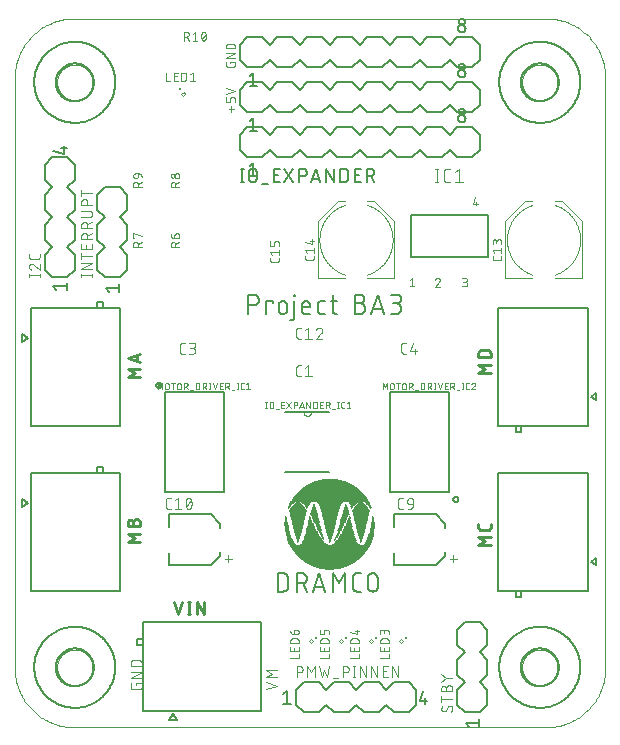
<source format=gto>
G75*
%MOIN*%
%OFA0B0*%
%FSLAX25Y25*%
%IPPOS*%
%LPD*%
%AMOC8*
5,1,8,0,0,1.08239X$1,22.5*
%
%ADD10C,0.00000*%
%ADD11R,0.01700X0.00050*%
%ADD12R,0.03000X0.00050*%
%ADD13R,0.03850X0.00050*%
%ADD14R,0.04550X0.00050*%
%ADD15R,0.05150X0.00050*%
%ADD16R,0.05750X0.00050*%
%ADD17R,0.06250X0.00050*%
%ADD18R,0.06650X0.00050*%
%ADD19R,0.07100X0.00050*%
%ADD20R,0.07500X0.00050*%
%ADD21R,0.07850X0.00050*%
%ADD22R,0.08250X0.00050*%
%ADD23R,0.08600X0.00050*%
%ADD24R,0.08900X0.00050*%
%ADD25R,0.09250X0.00050*%
%ADD26R,0.09550X0.00050*%
%ADD27R,0.09850X0.00050*%
%ADD28R,0.10150X0.00050*%
%ADD29R,0.10350X0.00050*%
%ADD30R,0.10650X0.00050*%
%ADD31R,0.10950X0.00050*%
%ADD32R,0.11150X0.00050*%
%ADD33R,0.11450X0.00050*%
%ADD34R,0.11650X0.00050*%
%ADD35R,0.11900X0.00050*%
%ADD36R,0.12150X0.00050*%
%ADD37R,0.12350X0.00050*%
%ADD38R,0.12550X0.00050*%
%ADD39R,0.12750X0.00050*%
%ADD40R,0.12950X0.00050*%
%ADD41R,0.13200X0.00050*%
%ADD42R,0.13400X0.00050*%
%ADD43R,0.13600X0.00050*%
%ADD44R,0.13800X0.00050*%
%ADD45R,0.13950X0.00050*%
%ADD46R,0.14150X0.00050*%
%ADD47R,0.14350X0.00050*%
%ADD48R,0.14550X0.00050*%
%ADD49R,0.14750X0.00050*%
%ADD50R,0.14850X0.00050*%
%ADD51R,0.15050X0.00050*%
%ADD52R,0.15250X0.00050*%
%ADD53R,0.15450X0.00050*%
%ADD54R,0.15550X0.00050*%
%ADD55R,0.15750X0.00050*%
%ADD56R,0.15900X0.00050*%
%ADD57R,0.16050X0.00050*%
%ADD58R,0.16250X0.00050*%
%ADD59R,0.16350X0.00050*%
%ADD60R,0.16550X0.00050*%
%ADD61R,0.16650X0.00050*%
%ADD62R,0.16850X0.00050*%
%ADD63R,0.16950X0.00050*%
%ADD64R,0.17150X0.00050*%
%ADD65R,0.17250X0.00050*%
%ADD66R,0.17400X0.00050*%
%ADD67R,0.17550X0.00050*%
%ADD68R,0.17650X0.00050*%
%ADD69R,0.17850X0.00050*%
%ADD70R,0.17950X0.00050*%
%ADD71R,0.18050X0.00050*%
%ADD72R,0.18250X0.00050*%
%ADD73R,0.18350X0.00050*%
%ADD74R,0.18450X0.00050*%
%ADD75R,0.18600X0.00050*%
%ADD76R,0.18750X0.00050*%
%ADD77R,0.18850X0.00050*%
%ADD78R,0.18950X0.00050*%
%ADD79R,0.19050X0.00050*%
%ADD80R,0.19250X0.00050*%
%ADD81R,0.19350X0.00050*%
%ADD82R,0.19450X0.00050*%
%ADD83R,0.19550X0.00050*%
%ADD84R,0.19650X0.00050*%
%ADD85R,0.19850X0.00050*%
%ADD86R,0.19950X0.00050*%
%ADD87R,0.20050X0.00050*%
%ADD88R,0.20150X0.00050*%
%ADD89R,0.20250X0.00050*%
%ADD90R,0.20350X0.00050*%
%ADD91R,0.20450X0.00050*%
%ADD92R,0.20550X0.00050*%
%ADD93R,0.20650X0.00050*%
%ADD94R,0.20750X0.00050*%
%ADD95R,0.20850X0.00050*%
%ADD96R,0.20950X0.00050*%
%ADD97R,0.21050X0.00050*%
%ADD98R,0.21150X0.00050*%
%ADD99R,0.21250X0.00050*%
%ADD100R,0.21350X0.00050*%
%ADD101R,0.21450X0.00050*%
%ADD102R,0.21550X0.00050*%
%ADD103R,0.21650X0.00050*%
%ADD104R,0.21750X0.00050*%
%ADD105R,0.21850X0.00050*%
%ADD106R,0.21950X0.00050*%
%ADD107R,0.22050X0.00050*%
%ADD108R,0.22150X0.00050*%
%ADD109R,0.22250X0.00050*%
%ADD110R,0.22350X0.00050*%
%ADD111R,0.22450X0.00050*%
%ADD112R,0.22550X0.00050*%
%ADD113R,0.22650X0.00050*%
%ADD114R,0.22750X0.00050*%
%ADD115R,0.22850X0.00050*%
%ADD116R,0.22950X0.00050*%
%ADD117R,0.23050X0.00050*%
%ADD118R,0.23150X0.00050*%
%ADD119R,0.23250X0.00050*%
%ADD120R,0.23350X0.00050*%
%ADD121R,0.23450X0.00050*%
%ADD122R,0.23550X0.00050*%
%ADD123R,0.23600X0.00050*%
%ADD124R,0.23650X0.00050*%
%ADD125R,0.23750X0.00050*%
%ADD126R,0.23850X0.00050*%
%ADD127R,0.23950X0.00050*%
%ADD128R,0.24050X0.00050*%
%ADD129R,0.24150X0.00050*%
%ADD130R,0.24250X0.00050*%
%ADD131R,0.24350X0.00050*%
%ADD132R,0.24450X0.00050*%
%ADD133R,0.24500X0.00050*%
%ADD134R,0.24550X0.00050*%
%ADD135R,0.24650X0.00050*%
%ADD136R,0.24750X0.00050*%
%ADD137R,0.24850X0.00050*%
%ADD138R,0.24950X0.00050*%
%ADD139R,0.25050X0.00050*%
%ADD140R,0.25150X0.00050*%
%ADD141R,0.25250X0.00050*%
%ADD142R,0.25350X0.00050*%
%ADD143R,0.25450X0.00050*%
%ADD144R,0.25550X0.00050*%
%ADD145R,0.25650X0.00050*%
%ADD146R,0.25750X0.00050*%
%ADD147R,0.25850X0.00050*%
%ADD148R,0.25950X0.00050*%
%ADD149R,0.26050X0.00050*%
%ADD150R,0.26150X0.00050*%
%ADD151R,0.26250X0.00050*%
%ADD152R,0.26350X0.00050*%
%ADD153R,0.26450X0.00050*%
%ADD154R,0.26550X0.00050*%
%ADD155R,0.02450X0.00050*%
%ADD156R,0.10100X0.00050*%
%ADD157R,0.02500X0.00050*%
%ADD158R,0.02250X0.00050*%
%ADD159R,0.02100X0.00050*%
%ADD160R,0.09200X0.00050*%
%ADD161R,0.02000X0.00050*%
%ADD162R,0.09050X0.00050*%
%ADD163R,0.09000X0.00050*%
%ADD164R,0.02050X0.00050*%
%ADD165R,0.01950X0.00050*%
%ADD166R,0.08850X0.00050*%
%ADD167R,0.08800X0.00050*%
%ADD168R,0.01900X0.00050*%
%ADD169R,0.08700X0.00050*%
%ADD170R,0.01850X0.00050*%
%ADD171R,0.08550X0.00050*%
%ADD172R,0.08450X0.00050*%
%ADD173R,0.01800X0.00050*%
%ADD174R,0.08350X0.00050*%
%ADD175R,0.08300X0.00050*%
%ADD176R,0.01750X0.00050*%
%ADD177R,0.08150X0.00050*%
%ADD178R,0.08050X0.00050*%
%ADD179R,0.08000X0.00050*%
%ADD180R,0.07950X0.00050*%
%ADD181R,0.07900X0.00050*%
%ADD182R,0.07800X0.00050*%
%ADD183R,0.07700X0.00050*%
%ADD184R,0.07650X0.00050*%
%ADD185R,0.07600X0.00050*%
%ADD186R,0.07550X0.00050*%
%ADD187R,0.07450X0.00050*%
%ADD188R,0.07400X0.00050*%
%ADD189R,0.07350X0.00050*%
%ADD190R,0.07300X0.00050*%
%ADD191R,0.07250X0.00050*%
%ADD192R,0.00050X0.00050*%
%ADD193R,0.07200X0.00050*%
%ADD194R,0.07150X0.00050*%
%ADD195R,0.01650X0.00050*%
%ADD196R,0.00100X0.00050*%
%ADD197R,0.00150X0.00050*%
%ADD198R,0.07050X0.00050*%
%ADD199R,0.07000X0.00050*%
%ADD200R,0.00200X0.00050*%
%ADD201R,0.06950X0.00050*%
%ADD202R,0.00250X0.00050*%
%ADD203R,0.06900X0.00050*%
%ADD204R,0.06850X0.00050*%
%ADD205R,0.00300X0.00050*%
%ADD206R,0.06800X0.00050*%
%ADD207R,0.00350X0.00050*%
%ADD208R,0.06750X0.00050*%
%ADD209R,0.06700X0.00050*%
%ADD210R,0.00400X0.00050*%
%ADD211R,0.00450X0.00050*%
%ADD212R,0.06600X0.00050*%
%ADD213R,0.00500X0.00050*%
%ADD214R,0.06550X0.00050*%
%ADD215R,0.06500X0.00050*%
%ADD216R,0.00550X0.00050*%
%ADD217R,0.00600X0.00050*%
%ADD218R,0.06450X0.00050*%
%ADD219R,0.06400X0.00050*%
%ADD220R,0.06350X0.00050*%
%ADD221R,0.00650X0.00050*%
%ADD222R,0.06300X0.00050*%
%ADD223R,0.00700X0.00050*%
%ADD224R,0.00750X0.00050*%
%ADD225R,0.06200X0.00050*%
%ADD226R,0.00800X0.00050*%
%ADD227R,0.06150X0.00050*%
%ADD228R,0.06100X0.00050*%
%ADD229R,0.06050X0.00050*%
%ADD230R,0.00850X0.00050*%
%ADD231R,0.06000X0.00050*%
%ADD232R,0.00900X0.00050*%
%ADD233R,0.05950X0.00050*%
%ADD234R,0.05900X0.00050*%
%ADD235R,0.00950X0.00050*%
%ADD236R,0.05850X0.00050*%
%ADD237R,0.01000X0.00050*%
%ADD238R,0.05800X0.00050*%
%ADD239R,0.01050X0.00050*%
%ADD240R,0.01100X0.00050*%
%ADD241R,0.05700X0.00050*%
%ADD242R,0.05650X0.00050*%
%ADD243R,0.01150X0.00050*%
%ADD244R,0.05600X0.00050*%
%ADD245R,0.01200X0.00050*%
%ADD246R,0.05550X0.00050*%
%ADD247R,0.05500X0.00050*%
%ADD248R,0.01250X0.00050*%
%ADD249R,0.05450X0.00050*%
%ADD250R,0.01300X0.00050*%
%ADD251R,0.05400X0.00050*%
%ADD252R,0.05350X0.00050*%
%ADD253R,0.01350X0.00050*%
%ADD254R,0.05300X0.00050*%
%ADD255R,0.01400X0.00050*%
%ADD256R,0.05250X0.00050*%
%ADD257R,0.05200X0.00050*%
%ADD258R,0.01600X0.00050*%
%ADD259R,0.01450X0.00050*%
%ADD260R,0.05100X0.00050*%
%ADD261R,0.01500X0.00050*%
%ADD262R,0.05050X0.00050*%
%ADD263R,0.05000X0.00050*%
%ADD264R,0.01550X0.00050*%
%ADD265R,0.04950X0.00050*%
%ADD266R,0.04900X0.00050*%
%ADD267R,0.04850X0.00050*%
%ADD268R,0.04800X0.00050*%
%ADD269R,0.04750X0.00050*%
%ADD270R,0.04700X0.00050*%
%ADD271R,0.04650X0.00050*%
%ADD272R,0.04600X0.00050*%
%ADD273R,0.04500X0.00050*%
%ADD274R,0.04450X0.00050*%
%ADD275R,0.04400X0.00050*%
%ADD276R,0.04350X0.00050*%
%ADD277R,0.04300X0.00050*%
%ADD278R,0.04250X0.00050*%
%ADD279R,0.04200X0.00050*%
%ADD280R,0.04150X0.00050*%
%ADD281R,0.02150X0.00050*%
%ADD282R,0.04100X0.00050*%
%ADD283R,0.04050X0.00050*%
%ADD284R,0.02200X0.00050*%
%ADD285R,0.04000X0.00050*%
%ADD286R,0.03950X0.00050*%
%ADD287R,0.03900X0.00050*%
%ADD288R,0.02300X0.00050*%
%ADD289R,0.02350X0.00050*%
%ADD290R,0.03800X0.00050*%
%ADD291R,0.02400X0.00050*%
%ADD292R,0.03750X0.00050*%
%ADD293R,0.03700X0.00050*%
%ADD294R,0.03650X0.00050*%
%ADD295R,0.03600X0.00050*%
%ADD296R,0.03550X0.00050*%
%ADD297R,0.02550X0.00050*%
%ADD298R,0.03500X0.00050*%
%ADD299R,0.02600X0.00050*%
%ADD300R,0.03450X0.00050*%
%ADD301R,0.03400X0.00050*%
%ADD302R,0.02650X0.00050*%
%ADD303R,0.03350X0.00050*%
%ADD304R,0.02700X0.00050*%
%ADD305R,0.03300X0.00050*%
%ADD306R,0.03250X0.00050*%
%ADD307R,0.02750X0.00050*%
%ADD308R,0.03200X0.00050*%
%ADD309R,0.02800X0.00050*%
%ADD310R,0.03150X0.00050*%
%ADD311R,0.03100X0.00050*%
%ADD312R,0.02850X0.00050*%
%ADD313R,0.03050X0.00050*%
%ADD314R,0.02900X0.00050*%
%ADD315R,0.02950X0.00050*%
%ADD316R,0.07750X0.00050*%
%ADD317R,0.08200X0.00050*%
%ADD318R,0.08400X0.00050*%
%ADD319R,0.08500X0.00050*%
%ADD320R,0.08650X0.00050*%
%ADD321R,0.08750X0.00050*%
%ADD322R,0.08950X0.00050*%
%ADD323R,0.09150X0.00050*%
%ADD324R,0.09400X0.00050*%
%ADD325R,0.09800X0.00050*%
%ADD326R,0.25600X0.00050*%
%ADD327R,0.23500X0.00050*%
%ADD328R,0.19750X0.00050*%
%ADD329R,0.19150X0.00050*%
%ADD330R,0.18550X0.00050*%
%ADD331R,0.18150X0.00050*%
%ADD332R,0.17750X0.00050*%
%ADD333R,0.17350X0.00050*%
%ADD334R,0.17050X0.00050*%
%ADD335R,0.16500X0.00050*%
%ADD336R,0.16150X0.00050*%
%ADD337R,0.15850X0.00050*%
%ADD338R,0.15350X0.00050*%
%ADD339R,0.14650X0.00050*%
%ADD340R,0.13750X0.00050*%
%ADD341R,0.13550X0.00050*%
%ADD342R,0.13350X0.00050*%
%ADD343R,0.13150X0.00050*%
%ADD344R,0.12100X0.00050*%
%ADD345R,0.11850X0.00050*%
%ADD346R,0.11350X0.00050*%
%ADD347R,0.10850X0.00050*%
%ADD348R,0.10050X0.00050*%
%ADD349R,0.09500X0.00050*%
%ADD350C,0.00500*%
%ADD351C,0.00300*%
%ADD352C,0.00600*%
%ADD353C,0.00400*%
%ADD354C,0.00200*%
%ADD355C,0.00250*%
%ADD356C,0.00984*%
%ADD357C,0.00900*%
%ADD358C,0.00800*%
D10*
X0007850Y0024870D02*
X0007850Y0221720D01*
X0007856Y0222196D01*
X0007873Y0222671D01*
X0007902Y0223146D01*
X0007942Y0223620D01*
X0007994Y0224093D01*
X0008057Y0224564D01*
X0008131Y0225034D01*
X0008217Y0225502D01*
X0008314Y0225968D01*
X0008422Y0226431D01*
X0008541Y0226891D01*
X0008672Y0227349D01*
X0008813Y0227803D01*
X0008966Y0228254D01*
X0009129Y0228700D01*
X0009303Y0229143D01*
X0009488Y0229581D01*
X0009683Y0230015D01*
X0009889Y0230444D01*
X0010105Y0230868D01*
X0010331Y0231287D01*
X0010567Y0231700D01*
X0010813Y0232107D01*
X0011069Y0232508D01*
X0011335Y0232902D01*
X0011610Y0233291D01*
X0011894Y0233672D01*
X0012187Y0234046D01*
X0012489Y0234414D01*
X0012801Y0234774D01*
X0013120Y0235126D01*
X0013448Y0235470D01*
X0013785Y0235807D01*
X0014129Y0236135D01*
X0014481Y0236454D01*
X0014841Y0236766D01*
X0015209Y0237068D01*
X0015583Y0237361D01*
X0015964Y0237645D01*
X0016353Y0237920D01*
X0016747Y0238186D01*
X0017148Y0238442D01*
X0017555Y0238688D01*
X0017968Y0238924D01*
X0018387Y0239150D01*
X0018811Y0239366D01*
X0019240Y0239572D01*
X0019674Y0239767D01*
X0020112Y0239952D01*
X0020555Y0240126D01*
X0021001Y0240289D01*
X0021452Y0240442D01*
X0021906Y0240583D01*
X0022364Y0240714D01*
X0022824Y0240833D01*
X0023287Y0240941D01*
X0023753Y0241038D01*
X0024221Y0241124D01*
X0024691Y0241198D01*
X0025162Y0241261D01*
X0025635Y0241313D01*
X0026109Y0241353D01*
X0026584Y0241382D01*
X0027059Y0241399D01*
X0027535Y0241405D01*
X0027535Y0241406D02*
X0185015Y0241406D01*
X0185015Y0241405D02*
X0185491Y0241399D01*
X0185966Y0241382D01*
X0186441Y0241353D01*
X0186915Y0241313D01*
X0187388Y0241261D01*
X0187859Y0241198D01*
X0188329Y0241124D01*
X0188797Y0241038D01*
X0189263Y0240941D01*
X0189726Y0240833D01*
X0190186Y0240714D01*
X0190644Y0240583D01*
X0191098Y0240442D01*
X0191549Y0240289D01*
X0191995Y0240126D01*
X0192438Y0239952D01*
X0192876Y0239767D01*
X0193310Y0239572D01*
X0193739Y0239366D01*
X0194163Y0239150D01*
X0194582Y0238924D01*
X0194995Y0238688D01*
X0195402Y0238442D01*
X0195803Y0238186D01*
X0196197Y0237920D01*
X0196586Y0237645D01*
X0196967Y0237361D01*
X0197341Y0237068D01*
X0197709Y0236766D01*
X0198069Y0236454D01*
X0198421Y0236135D01*
X0198765Y0235807D01*
X0199102Y0235470D01*
X0199430Y0235126D01*
X0199749Y0234774D01*
X0200061Y0234414D01*
X0200363Y0234046D01*
X0200656Y0233672D01*
X0200940Y0233291D01*
X0201215Y0232902D01*
X0201481Y0232508D01*
X0201737Y0232107D01*
X0201983Y0231700D01*
X0202219Y0231287D01*
X0202445Y0230868D01*
X0202661Y0230444D01*
X0202867Y0230015D01*
X0203062Y0229581D01*
X0203247Y0229143D01*
X0203421Y0228700D01*
X0203584Y0228254D01*
X0203737Y0227803D01*
X0203878Y0227349D01*
X0204009Y0226891D01*
X0204128Y0226431D01*
X0204236Y0225968D01*
X0204333Y0225502D01*
X0204419Y0225034D01*
X0204493Y0224564D01*
X0204556Y0224093D01*
X0204608Y0223620D01*
X0204648Y0223146D01*
X0204677Y0222671D01*
X0204694Y0222196D01*
X0204700Y0221720D01*
X0204700Y0024870D01*
X0204694Y0024394D01*
X0204677Y0023919D01*
X0204648Y0023444D01*
X0204608Y0022970D01*
X0204556Y0022497D01*
X0204493Y0022026D01*
X0204419Y0021556D01*
X0204333Y0021088D01*
X0204236Y0020622D01*
X0204128Y0020159D01*
X0204009Y0019699D01*
X0203878Y0019241D01*
X0203737Y0018787D01*
X0203584Y0018336D01*
X0203421Y0017890D01*
X0203247Y0017447D01*
X0203062Y0017009D01*
X0202867Y0016575D01*
X0202661Y0016146D01*
X0202445Y0015722D01*
X0202219Y0015303D01*
X0201983Y0014890D01*
X0201737Y0014483D01*
X0201481Y0014082D01*
X0201215Y0013688D01*
X0200940Y0013299D01*
X0200656Y0012918D01*
X0200363Y0012544D01*
X0200061Y0012176D01*
X0199749Y0011816D01*
X0199430Y0011464D01*
X0199102Y0011120D01*
X0198765Y0010783D01*
X0198421Y0010455D01*
X0198069Y0010136D01*
X0197709Y0009824D01*
X0197341Y0009522D01*
X0196967Y0009229D01*
X0196586Y0008945D01*
X0196197Y0008670D01*
X0195803Y0008404D01*
X0195402Y0008148D01*
X0194995Y0007902D01*
X0194582Y0007666D01*
X0194163Y0007440D01*
X0193739Y0007224D01*
X0193310Y0007018D01*
X0192876Y0006823D01*
X0192438Y0006638D01*
X0191995Y0006464D01*
X0191549Y0006301D01*
X0191098Y0006148D01*
X0190644Y0006007D01*
X0190186Y0005876D01*
X0189726Y0005757D01*
X0189263Y0005649D01*
X0188797Y0005552D01*
X0188329Y0005466D01*
X0187859Y0005392D01*
X0187388Y0005329D01*
X0186915Y0005277D01*
X0186441Y0005237D01*
X0185966Y0005208D01*
X0185491Y0005191D01*
X0185015Y0005185D01*
X0027535Y0005185D01*
X0027059Y0005191D01*
X0026584Y0005208D01*
X0026109Y0005237D01*
X0025635Y0005277D01*
X0025162Y0005329D01*
X0024691Y0005392D01*
X0024221Y0005466D01*
X0023753Y0005552D01*
X0023287Y0005649D01*
X0022824Y0005757D01*
X0022364Y0005876D01*
X0021906Y0006007D01*
X0021452Y0006148D01*
X0021001Y0006301D01*
X0020555Y0006464D01*
X0020112Y0006638D01*
X0019674Y0006823D01*
X0019240Y0007018D01*
X0018811Y0007224D01*
X0018387Y0007440D01*
X0017968Y0007666D01*
X0017555Y0007902D01*
X0017148Y0008148D01*
X0016747Y0008404D01*
X0016353Y0008670D01*
X0015964Y0008945D01*
X0015583Y0009229D01*
X0015209Y0009522D01*
X0014841Y0009824D01*
X0014481Y0010136D01*
X0014129Y0010455D01*
X0013785Y0010783D01*
X0013448Y0011120D01*
X0013120Y0011464D01*
X0012801Y0011816D01*
X0012489Y0012176D01*
X0012187Y0012544D01*
X0011894Y0012918D01*
X0011610Y0013299D01*
X0011335Y0013688D01*
X0011069Y0014082D01*
X0010813Y0014483D01*
X0010567Y0014890D01*
X0010331Y0015303D01*
X0010105Y0015722D01*
X0009889Y0016146D01*
X0009683Y0016575D01*
X0009488Y0017009D01*
X0009303Y0017447D01*
X0009129Y0017890D01*
X0008966Y0018336D01*
X0008813Y0018787D01*
X0008672Y0019241D01*
X0008541Y0019699D01*
X0008422Y0020159D01*
X0008314Y0020622D01*
X0008217Y0021088D01*
X0008131Y0021556D01*
X0008057Y0022026D01*
X0007994Y0022497D01*
X0007942Y0022970D01*
X0007902Y0023444D01*
X0007873Y0023919D01*
X0007856Y0024394D01*
X0007850Y0024870D01*
X0021944Y0025185D02*
X0021946Y0025338D01*
X0021952Y0025492D01*
X0021962Y0025645D01*
X0021976Y0025797D01*
X0021994Y0025950D01*
X0022016Y0026101D01*
X0022041Y0026252D01*
X0022071Y0026403D01*
X0022105Y0026553D01*
X0022142Y0026701D01*
X0022183Y0026849D01*
X0022228Y0026995D01*
X0022277Y0027141D01*
X0022330Y0027285D01*
X0022386Y0027427D01*
X0022446Y0027568D01*
X0022510Y0027708D01*
X0022577Y0027846D01*
X0022648Y0027982D01*
X0022723Y0028116D01*
X0022800Y0028248D01*
X0022882Y0028378D01*
X0022966Y0028506D01*
X0023054Y0028632D01*
X0023145Y0028755D01*
X0023239Y0028876D01*
X0023337Y0028994D01*
X0023437Y0029110D01*
X0023541Y0029223D01*
X0023647Y0029334D01*
X0023756Y0029442D01*
X0023868Y0029547D01*
X0023982Y0029648D01*
X0024100Y0029747D01*
X0024219Y0029843D01*
X0024341Y0029936D01*
X0024466Y0030025D01*
X0024593Y0030112D01*
X0024722Y0030194D01*
X0024853Y0030274D01*
X0024986Y0030350D01*
X0025121Y0030423D01*
X0025258Y0030492D01*
X0025397Y0030557D01*
X0025537Y0030619D01*
X0025679Y0030677D01*
X0025822Y0030732D01*
X0025967Y0030783D01*
X0026113Y0030830D01*
X0026260Y0030873D01*
X0026408Y0030912D01*
X0026557Y0030948D01*
X0026707Y0030979D01*
X0026858Y0031007D01*
X0027009Y0031031D01*
X0027162Y0031051D01*
X0027314Y0031067D01*
X0027467Y0031079D01*
X0027620Y0031087D01*
X0027773Y0031091D01*
X0027927Y0031091D01*
X0028080Y0031087D01*
X0028233Y0031079D01*
X0028386Y0031067D01*
X0028538Y0031051D01*
X0028691Y0031031D01*
X0028842Y0031007D01*
X0028993Y0030979D01*
X0029143Y0030948D01*
X0029292Y0030912D01*
X0029440Y0030873D01*
X0029587Y0030830D01*
X0029733Y0030783D01*
X0029878Y0030732D01*
X0030021Y0030677D01*
X0030163Y0030619D01*
X0030303Y0030557D01*
X0030442Y0030492D01*
X0030579Y0030423D01*
X0030714Y0030350D01*
X0030847Y0030274D01*
X0030978Y0030194D01*
X0031107Y0030112D01*
X0031234Y0030025D01*
X0031359Y0029936D01*
X0031481Y0029843D01*
X0031600Y0029747D01*
X0031718Y0029648D01*
X0031832Y0029547D01*
X0031944Y0029442D01*
X0032053Y0029334D01*
X0032159Y0029223D01*
X0032263Y0029110D01*
X0032363Y0028994D01*
X0032461Y0028876D01*
X0032555Y0028755D01*
X0032646Y0028632D01*
X0032734Y0028506D01*
X0032818Y0028378D01*
X0032900Y0028248D01*
X0032977Y0028116D01*
X0033052Y0027982D01*
X0033123Y0027846D01*
X0033190Y0027708D01*
X0033254Y0027568D01*
X0033314Y0027427D01*
X0033370Y0027285D01*
X0033423Y0027141D01*
X0033472Y0026995D01*
X0033517Y0026849D01*
X0033558Y0026701D01*
X0033595Y0026553D01*
X0033629Y0026403D01*
X0033659Y0026252D01*
X0033684Y0026101D01*
X0033706Y0025950D01*
X0033724Y0025797D01*
X0033738Y0025645D01*
X0033748Y0025492D01*
X0033754Y0025338D01*
X0033756Y0025185D01*
X0033754Y0025032D01*
X0033748Y0024878D01*
X0033738Y0024725D01*
X0033724Y0024573D01*
X0033706Y0024420D01*
X0033684Y0024269D01*
X0033659Y0024118D01*
X0033629Y0023967D01*
X0033595Y0023817D01*
X0033558Y0023669D01*
X0033517Y0023521D01*
X0033472Y0023375D01*
X0033423Y0023229D01*
X0033370Y0023085D01*
X0033314Y0022943D01*
X0033254Y0022802D01*
X0033190Y0022662D01*
X0033123Y0022524D01*
X0033052Y0022388D01*
X0032977Y0022254D01*
X0032900Y0022122D01*
X0032818Y0021992D01*
X0032734Y0021864D01*
X0032646Y0021738D01*
X0032555Y0021615D01*
X0032461Y0021494D01*
X0032363Y0021376D01*
X0032263Y0021260D01*
X0032159Y0021147D01*
X0032053Y0021036D01*
X0031944Y0020928D01*
X0031832Y0020823D01*
X0031718Y0020722D01*
X0031600Y0020623D01*
X0031481Y0020527D01*
X0031359Y0020434D01*
X0031234Y0020345D01*
X0031107Y0020258D01*
X0030978Y0020176D01*
X0030847Y0020096D01*
X0030714Y0020020D01*
X0030579Y0019947D01*
X0030442Y0019878D01*
X0030303Y0019813D01*
X0030163Y0019751D01*
X0030021Y0019693D01*
X0029878Y0019638D01*
X0029733Y0019587D01*
X0029587Y0019540D01*
X0029440Y0019497D01*
X0029292Y0019458D01*
X0029143Y0019422D01*
X0028993Y0019391D01*
X0028842Y0019363D01*
X0028691Y0019339D01*
X0028538Y0019319D01*
X0028386Y0019303D01*
X0028233Y0019291D01*
X0028080Y0019283D01*
X0027927Y0019279D01*
X0027773Y0019279D01*
X0027620Y0019283D01*
X0027467Y0019291D01*
X0027314Y0019303D01*
X0027162Y0019319D01*
X0027009Y0019339D01*
X0026858Y0019363D01*
X0026707Y0019391D01*
X0026557Y0019422D01*
X0026408Y0019458D01*
X0026260Y0019497D01*
X0026113Y0019540D01*
X0025967Y0019587D01*
X0025822Y0019638D01*
X0025679Y0019693D01*
X0025537Y0019751D01*
X0025397Y0019813D01*
X0025258Y0019878D01*
X0025121Y0019947D01*
X0024986Y0020020D01*
X0024853Y0020096D01*
X0024722Y0020176D01*
X0024593Y0020258D01*
X0024466Y0020345D01*
X0024341Y0020434D01*
X0024219Y0020527D01*
X0024100Y0020623D01*
X0023982Y0020722D01*
X0023868Y0020823D01*
X0023756Y0020928D01*
X0023647Y0021036D01*
X0023541Y0021147D01*
X0023437Y0021260D01*
X0023337Y0021376D01*
X0023239Y0021494D01*
X0023145Y0021615D01*
X0023054Y0021738D01*
X0022966Y0021864D01*
X0022882Y0021992D01*
X0022800Y0022122D01*
X0022723Y0022254D01*
X0022648Y0022388D01*
X0022577Y0022524D01*
X0022510Y0022662D01*
X0022446Y0022802D01*
X0022386Y0022943D01*
X0022330Y0023085D01*
X0022277Y0023229D01*
X0022228Y0023375D01*
X0022183Y0023521D01*
X0022142Y0023669D01*
X0022105Y0023817D01*
X0022071Y0023967D01*
X0022041Y0024118D01*
X0022016Y0024269D01*
X0021994Y0024420D01*
X0021976Y0024573D01*
X0021962Y0024725D01*
X0021952Y0024878D01*
X0021946Y0025032D01*
X0021944Y0025185D01*
X0104150Y0110185D02*
X0104152Y0110116D01*
X0104158Y0110048D01*
X0104168Y0109980D01*
X0104181Y0109913D01*
X0104199Y0109847D01*
X0104220Y0109782D01*
X0104245Y0109718D01*
X0104273Y0109656D01*
X0104305Y0109595D01*
X0104340Y0109536D01*
X0104379Y0109480D01*
X0104421Y0109425D01*
X0104466Y0109374D01*
X0104514Y0109324D01*
X0104564Y0109278D01*
X0104617Y0109235D01*
X0104673Y0109194D01*
X0104730Y0109157D01*
X0104790Y0109124D01*
X0104852Y0109093D01*
X0104915Y0109067D01*
X0104979Y0109044D01*
X0105045Y0109024D01*
X0105112Y0109009D01*
X0105179Y0108997D01*
X0105247Y0108989D01*
X0105316Y0108985D01*
X0105384Y0108985D01*
X0105453Y0108989D01*
X0105521Y0108997D01*
X0105588Y0109009D01*
X0105655Y0109024D01*
X0105721Y0109044D01*
X0105785Y0109067D01*
X0105848Y0109093D01*
X0105910Y0109124D01*
X0105970Y0109157D01*
X0106027Y0109194D01*
X0106083Y0109235D01*
X0106136Y0109278D01*
X0106186Y0109324D01*
X0106234Y0109374D01*
X0106279Y0109425D01*
X0106321Y0109480D01*
X0106360Y0109536D01*
X0106395Y0109595D01*
X0106427Y0109656D01*
X0106455Y0109718D01*
X0106480Y0109782D01*
X0106501Y0109847D01*
X0106519Y0109913D01*
X0106532Y0109980D01*
X0106542Y0110048D01*
X0106548Y0110116D01*
X0106550Y0110185D01*
X0176944Y0025185D02*
X0176946Y0025338D01*
X0176952Y0025492D01*
X0176962Y0025645D01*
X0176976Y0025797D01*
X0176994Y0025950D01*
X0177016Y0026101D01*
X0177041Y0026252D01*
X0177071Y0026403D01*
X0177105Y0026553D01*
X0177142Y0026701D01*
X0177183Y0026849D01*
X0177228Y0026995D01*
X0177277Y0027141D01*
X0177330Y0027285D01*
X0177386Y0027427D01*
X0177446Y0027568D01*
X0177510Y0027708D01*
X0177577Y0027846D01*
X0177648Y0027982D01*
X0177723Y0028116D01*
X0177800Y0028248D01*
X0177882Y0028378D01*
X0177966Y0028506D01*
X0178054Y0028632D01*
X0178145Y0028755D01*
X0178239Y0028876D01*
X0178337Y0028994D01*
X0178437Y0029110D01*
X0178541Y0029223D01*
X0178647Y0029334D01*
X0178756Y0029442D01*
X0178868Y0029547D01*
X0178982Y0029648D01*
X0179100Y0029747D01*
X0179219Y0029843D01*
X0179341Y0029936D01*
X0179466Y0030025D01*
X0179593Y0030112D01*
X0179722Y0030194D01*
X0179853Y0030274D01*
X0179986Y0030350D01*
X0180121Y0030423D01*
X0180258Y0030492D01*
X0180397Y0030557D01*
X0180537Y0030619D01*
X0180679Y0030677D01*
X0180822Y0030732D01*
X0180967Y0030783D01*
X0181113Y0030830D01*
X0181260Y0030873D01*
X0181408Y0030912D01*
X0181557Y0030948D01*
X0181707Y0030979D01*
X0181858Y0031007D01*
X0182009Y0031031D01*
X0182162Y0031051D01*
X0182314Y0031067D01*
X0182467Y0031079D01*
X0182620Y0031087D01*
X0182773Y0031091D01*
X0182927Y0031091D01*
X0183080Y0031087D01*
X0183233Y0031079D01*
X0183386Y0031067D01*
X0183538Y0031051D01*
X0183691Y0031031D01*
X0183842Y0031007D01*
X0183993Y0030979D01*
X0184143Y0030948D01*
X0184292Y0030912D01*
X0184440Y0030873D01*
X0184587Y0030830D01*
X0184733Y0030783D01*
X0184878Y0030732D01*
X0185021Y0030677D01*
X0185163Y0030619D01*
X0185303Y0030557D01*
X0185442Y0030492D01*
X0185579Y0030423D01*
X0185714Y0030350D01*
X0185847Y0030274D01*
X0185978Y0030194D01*
X0186107Y0030112D01*
X0186234Y0030025D01*
X0186359Y0029936D01*
X0186481Y0029843D01*
X0186600Y0029747D01*
X0186718Y0029648D01*
X0186832Y0029547D01*
X0186944Y0029442D01*
X0187053Y0029334D01*
X0187159Y0029223D01*
X0187263Y0029110D01*
X0187363Y0028994D01*
X0187461Y0028876D01*
X0187555Y0028755D01*
X0187646Y0028632D01*
X0187734Y0028506D01*
X0187818Y0028378D01*
X0187900Y0028248D01*
X0187977Y0028116D01*
X0188052Y0027982D01*
X0188123Y0027846D01*
X0188190Y0027708D01*
X0188254Y0027568D01*
X0188314Y0027427D01*
X0188370Y0027285D01*
X0188423Y0027141D01*
X0188472Y0026995D01*
X0188517Y0026849D01*
X0188558Y0026701D01*
X0188595Y0026553D01*
X0188629Y0026403D01*
X0188659Y0026252D01*
X0188684Y0026101D01*
X0188706Y0025950D01*
X0188724Y0025797D01*
X0188738Y0025645D01*
X0188748Y0025492D01*
X0188754Y0025338D01*
X0188756Y0025185D01*
X0188754Y0025032D01*
X0188748Y0024878D01*
X0188738Y0024725D01*
X0188724Y0024573D01*
X0188706Y0024420D01*
X0188684Y0024269D01*
X0188659Y0024118D01*
X0188629Y0023967D01*
X0188595Y0023817D01*
X0188558Y0023669D01*
X0188517Y0023521D01*
X0188472Y0023375D01*
X0188423Y0023229D01*
X0188370Y0023085D01*
X0188314Y0022943D01*
X0188254Y0022802D01*
X0188190Y0022662D01*
X0188123Y0022524D01*
X0188052Y0022388D01*
X0187977Y0022254D01*
X0187900Y0022122D01*
X0187818Y0021992D01*
X0187734Y0021864D01*
X0187646Y0021738D01*
X0187555Y0021615D01*
X0187461Y0021494D01*
X0187363Y0021376D01*
X0187263Y0021260D01*
X0187159Y0021147D01*
X0187053Y0021036D01*
X0186944Y0020928D01*
X0186832Y0020823D01*
X0186718Y0020722D01*
X0186600Y0020623D01*
X0186481Y0020527D01*
X0186359Y0020434D01*
X0186234Y0020345D01*
X0186107Y0020258D01*
X0185978Y0020176D01*
X0185847Y0020096D01*
X0185714Y0020020D01*
X0185579Y0019947D01*
X0185442Y0019878D01*
X0185303Y0019813D01*
X0185163Y0019751D01*
X0185021Y0019693D01*
X0184878Y0019638D01*
X0184733Y0019587D01*
X0184587Y0019540D01*
X0184440Y0019497D01*
X0184292Y0019458D01*
X0184143Y0019422D01*
X0183993Y0019391D01*
X0183842Y0019363D01*
X0183691Y0019339D01*
X0183538Y0019319D01*
X0183386Y0019303D01*
X0183233Y0019291D01*
X0183080Y0019283D01*
X0182927Y0019279D01*
X0182773Y0019279D01*
X0182620Y0019283D01*
X0182467Y0019291D01*
X0182314Y0019303D01*
X0182162Y0019319D01*
X0182009Y0019339D01*
X0181858Y0019363D01*
X0181707Y0019391D01*
X0181557Y0019422D01*
X0181408Y0019458D01*
X0181260Y0019497D01*
X0181113Y0019540D01*
X0180967Y0019587D01*
X0180822Y0019638D01*
X0180679Y0019693D01*
X0180537Y0019751D01*
X0180397Y0019813D01*
X0180258Y0019878D01*
X0180121Y0019947D01*
X0179986Y0020020D01*
X0179853Y0020096D01*
X0179722Y0020176D01*
X0179593Y0020258D01*
X0179466Y0020345D01*
X0179341Y0020434D01*
X0179219Y0020527D01*
X0179100Y0020623D01*
X0178982Y0020722D01*
X0178868Y0020823D01*
X0178756Y0020928D01*
X0178647Y0021036D01*
X0178541Y0021147D01*
X0178437Y0021260D01*
X0178337Y0021376D01*
X0178239Y0021494D01*
X0178145Y0021615D01*
X0178054Y0021738D01*
X0177966Y0021864D01*
X0177882Y0021992D01*
X0177800Y0022122D01*
X0177723Y0022254D01*
X0177648Y0022388D01*
X0177577Y0022524D01*
X0177510Y0022662D01*
X0177446Y0022802D01*
X0177386Y0022943D01*
X0177330Y0023085D01*
X0177277Y0023229D01*
X0177228Y0023375D01*
X0177183Y0023521D01*
X0177142Y0023669D01*
X0177105Y0023817D01*
X0177071Y0023967D01*
X0177041Y0024118D01*
X0177016Y0024269D01*
X0176994Y0024420D01*
X0176976Y0024573D01*
X0176962Y0024725D01*
X0176952Y0024878D01*
X0176946Y0025032D01*
X0176944Y0025185D01*
X0176944Y0220185D02*
X0176946Y0220338D01*
X0176952Y0220492D01*
X0176962Y0220645D01*
X0176976Y0220797D01*
X0176994Y0220950D01*
X0177016Y0221101D01*
X0177041Y0221252D01*
X0177071Y0221403D01*
X0177105Y0221553D01*
X0177142Y0221701D01*
X0177183Y0221849D01*
X0177228Y0221995D01*
X0177277Y0222141D01*
X0177330Y0222285D01*
X0177386Y0222427D01*
X0177446Y0222568D01*
X0177510Y0222708D01*
X0177577Y0222846D01*
X0177648Y0222982D01*
X0177723Y0223116D01*
X0177800Y0223248D01*
X0177882Y0223378D01*
X0177966Y0223506D01*
X0178054Y0223632D01*
X0178145Y0223755D01*
X0178239Y0223876D01*
X0178337Y0223994D01*
X0178437Y0224110D01*
X0178541Y0224223D01*
X0178647Y0224334D01*
X0178756Y0224442D01*
X0178868Y0224547D01*
X0178982Y0224648D01*
X0179100Y0224747D01*
X0179219Y0224843D01*
X0179341Y0224936D01*
X0179466Y0225025D01*
X0179593Y0225112D01*
X0179722Y0225194D01*
X0179853Y0225274D01*
X0179986Y0225350D01*
X0180121Y0225423D01*
X0180258Y0225492D01*
X0180397Y0225557D01*
X0180537Y0225619D01*
X0180679Y0225677D01*
X0180822Y0225732D01*
X0180967Y0225783D01*
X0181113Y0225830D01*
X0181260Y0225873D01*
X0181408Y0225912D01*
X0181557Y0225948D01*
X0181707Y0225979D01*
X0181858Y0226007D01*
X0182009Y0226031D01*
X0182162Y0226051D01*
X0182314Y0226067D01*
X0182467Y0226079D01*
X0182620Y0226087D01*
X0182773Y0226091D01*
X0182927Y0226091D01*
X0183080Y0226087D01*
X0183233Y0226079D01*
X0183386Y0226067D01*
X0183538Y0226051D01*
X0183691Y0226031D01*
X0183842Y0226007D01*
X0183993Y0225979D01*
X0184143Y0225948D01*
X0184292Y0225912D01*
X0184440Y0225873D01*
X0184587Y0225830D01*
X0184733Y0225783D01*
X0184878Y0225732D01*
X0185021Y0225677D01*
X0185163Y0225619D01*
X0185303Y0225557D01*
X0185442Y0225492D01*
X0185579Y0225423D01*
X0185714Y0225350D01*
X0185847Y0225274D01*
X0185978Y0225194D01*
X0186107Y0225112D01*
X0186234Y0225025D01*
X0186359Y0224936D01*
X0186481Y0224843D01*
X0186600Y0224747D01*
X0186718Y0224648D01*
X0186832Y0224547D01*
X0186944Y0224442D01*
X0187053Y0224334D01*
X0187159Y0224223D01*
X0187263Y0224110D01*
X0187363Y0223994D01*
X0187461Y0223876D01*
X0187555Y0223755D01*
X0187646Y0223632D01*
X0187734Y0223506D01*
X0187818Y0223378D01*
X0187900Y0223248D01*
X0187977Y0223116D01*
X0188052Y0222982D01*
X0188123Y0222846D01*
X0188190Y0222708D01*
X0188254Y0222568D01*
X0188314Y0222427D01*
X0188370Y0222285D01*
X0188423Y0222141D01*
X0188472Y0221995D01*
X0188517Y0221849D01*
X0188558Y0221701D01*
X0188595Y0221553D01*
X0188629Y0221403D01*
X0188659Y0221252D01*
X0188684Y0221101D01*
X0188706Y0220950D01*
X0188724Y0220797D01*
X0188738Y0220645D01*
X0188748Y0220492D01*
X0188754Y0220338D01*
X0188756Y0220185D01*
X0188754Y0220032D01*
X0188748Y0219878D01*
X0188738Y0219725D01*
X0188724Y0219573D01*
X0188706Y0219420D01*
X0188684Y0219269D01*
X0188659Y0219118D01*
X0188629Y0218967D01*
X0188595Y0218817D01*
X0188558Y0218669D01*
X0188517Y0218521D01*
X0188472Y0218375D01*
X0188423Y0218229D01*
X0188370Y0218085D01*
X0188314Y0217943D01*
X0188254Y0217802D01*
X0188190Y0217662D01*
X0188123Y0217524D01*
X0188052Y0217388D01*
X0187977Y0217254D01*
X0187900Y0217122D01*
X0187818Y0216992D01*
X0187734Y0216864D01*
X0187646Y0216738D01*
X0187555Y0216615D01*
X0187461Y0216494D01*
X0187363Y0216376D01*
X0187263Y0216260D01*
X0187159Y0216147D01*
X0187053Y0216036D01*
X0186944Y0215928D01*
X0186832Y0215823D01*
X0186718Y0215722D01*
X0186600Y0215623D01*
X0186481Y0215527D01*
X0186359Y0215434D01*
X0186234Y0215345D01*
X0186107Y0215258D01*
X0185978Y0215176D01*
X0185847Y0215096D01*
X0185714Y0215020D01*
X0185579Y0214947D01*
X0185442Y0214878D01*
X0185303Y0214813D01*
X0185163Y0214751D01*
X0185021Y0214693D01*
X0184878Y0214638D01*
X0184733Y0214587D01*
X0184587Y0214540D01*
X0184440Y0214497D01*
X0184292Y0214458D01*
X0184143Y0214422D01*
X0183993Y0214391D01*
X0183842Y0214363D01*
X0183691Y0214339D01*
X0183538Y0214319D01*
X0183386Y0214303D01*
X0183233Y0214291D01*
X0183080Y0214283D01*
X0182927Y0214279D01*
X0182773Y0214279D01*
X0182620Y0214283D01*
X0182467Y0214291D01*
X0182314Y0214303D01*
X0182162Y0214319D01*
X0182009Y0214339D01*
X0181858Y0214363D01*
X0181707Y0214391D01*
X0181557Y0214422D01*
X0181408Y0214458D01*
X0181260Y0214497D01*
X0181113Y0214540D01*
X0180967Y0214587D01*
X0180822Y0214638D01*
X0180679Y0214693D01*
X0180537Y0214751D01*
X0180397Y0214813D01*
X0180258Y0214878D01*
X0180121Y0214947D01*
X0179986Y0215020D01*
X0179853Y0215096D01*
X0179722Y0215176D01*
X0179593Y0215258D01*
X0179466Y0215345D01*
X0179341Y0215434D01*
X0179219Y0215527D01*
X0179100Y0215623D01*
X0178982Y0215722D01*
X0178868Y0215823D01*
X0178756Y0215928D01*
X0178647Y0216036D01*
X0178541Y0216147D01*
X0178437Y0216260D01*
X0178337Y0216376D01*
X0178239Y0216494D01*
X0178145Y0216615D01*
X0178054Y0216738D01*
X0177966Y0216864D01*
X0177882Y0216992D01*
X0177800Y0217122D01*
X0177723Y0217254D01*
X0177648Y0217388D01*
X0177577Y0217524D01*
X0177510Y0217662D01*
X0177446Y0217802D01*
X0177386Y0217943D01*
X0177330Y0218085D01*
X0177277Y0218229D01*
X0177228Y0218375D01*
X0177183Y0218521D01*
X0177142Y0218669D01*
X0177105Y0218817D01*
X0177071Y0218967D01*
X0177041Y0219118D01*
X0177016Y0219269D01*
X0176994Y0219420D01*
X0176976Y0219573D01*
X0176962Y0219725D01*
X0176952Y0219878D01*
X0176946Y0220032D01*
X0176944Y0220185D01*
X0021944Y0220185D02*
X0021946Y0220338D01*
X0021952Y0220492D01*
X0021962Y0220645D01*
X0021976Y0220797D01*
X0021994Y0220950D01*
X0022016Y0221101D01*
X0022041Y0221252D01*
X0022071Y0221403D01*
X0022105Y0221553D01*
X0022142Y0221701D01*
X0022183Y0221849D01*
X0022228Y0221995D01*
X0022277Y0222141D01*
X0022330Y0222285D01*
X0022386Y0222427D01*
X0022446Y0222568D01*
X0022510Y0222708D01*
X0022577Y0222846D01*
X0022648Y0222982D01*
X0022723Y0223116D01*
X0022800Y0223248D01*
X0022882Y0223378D01*
X0022966Y0223506D01*
X0023054Y0223632D01*
X0023145Y0223755D01*
X0023239Y0223876D01*
X0023337Y0223994D01*
X0023437Y0224110D01*
X0023541Y0224223D01*
X0023647Y0224334D01*
X0023756Y0224442D01*
X0023868Y0224547D01*
X0023982Y0224648D01*
X0024100Y0224747D01*
X0024219Y0224843D01*
X0024341Y0224936D01*
X0024466Y0225025D01*
X0024593Y0225112D01*
X0024722Y0225194D01*
X0024853Y0225274D01*
X0024986Y0225350D01*
X0025121Y0225423D01*
X0025258Y0225492D01*
X0025397Y0225557D01*
X0025537Y0225619D01*
X0025679Y0225677D01*
X0025822Y0225732D01*
X0025967Y0225783D01*
X0026113Y0225830D01*
X0026260Y0225873D01*
X0026408Y0225912D01*
X0026557Y0225948D01*
X0026707Y0225979D01*
X0026858Y0226007D01*
X0027009Y0226031D01*
X0027162Y0226051D01*
X0027314Y0226067D01*
X0027467Y0226079D01*
X0027620Y0226087D01*
X0027773Y0226091D01*
X0027927Y0226091D01*
X0028080Y0226087D01*
X0028233Y0226079D01*
X0028386Y0226067D01*
X0028538Y0226051D01*
X0028691Y0226031D01*
X0028842Y0226007D01*
X0028993Y0225979D01*
X0029143Y0225948D01*
X0029292Y0225912D01*
X0029440Y0225873D01*
X0029587Y0225830D01*
X0029733Y0225783D01*
X0029878Y0225732D01*
X0030021Y0225677D01*
X0030163Y0225619D01*
X0030303Y0225557D01*
X0030442Y0225492D01*
X0030579Y0225423D01*
X0030714Y0225350D01*
X0030847Y0225274D01*
X0030978Y0225194D01*
X0031107Y0225112D01*
X0031234Y0225025D01*
X0031359Y0224936D01*
X0031481Y0224843D01*
X0031600Y0224747D01*
X0031718Y0224648D01*
X0031832Y0224547D01*
X0031944Y0224442D01*
X0032053Y0224334D01*
X0032159Y0224223D01*
X0032263Y0224110D01*
X0032363Y0223994D01*
X0032461Y0223876D01*
X0032555Y0223755D01*
X0032646Y0223632D01*
X0032734Y0223506D01*
X0032818Y0223378D01*
X0032900Y0223248D01*
X0032977Y0223116D01*
X0033052Y0222982D01*
X0033123Y0222846D01*
X0033190Y0222708D01*
X0033254Y0222568D01*
X0033314Y0222427D01*
X0033370Y0222285D01*
X0033423Y0222141D01*
X0033472Y0221995D01*
X0033517Y0221849D01*
X0033558Y0221701D01*
X0033595Y0221553D01*
X0033629Y0221403D01*
X0033659Y0221252D01*
X0033684Y0221101D01*
X0033706Y0220950D01*
X0033724Y0220797D01*
X0033738Y0220645D01*
X0033748Y0220492D01*
X0033754Y0220338D01*
X0033756Y0220185D01*
X0033754Y0220032D01*
X0033748Y0219878D01*
X0033738Y0219725D01*
X0033724Y0219573D01*
X0033706Y0219420D01*
X0033684Y0219269D01*
X0033659Y0219118D01*
X0033629Y0218967D01*
X0033595Y0218817D01*
X0033558Y0218669D01*
X0033517Y0218521D01*
X0033472Y0218375D01*
X0033423Y0218229D01*
X0033370Y0218085D01*
X0033314Y0217943D01*
X0033254Y0217802D01*
X0033190Y0217662D01*
X0033123Y0217524D01*
X0033052Y0217388D01*
X0032977Y0217254D01*
X0032900Y0217122D01*
X0032818Y0216992D01*
X0032734Y0216864D01*
X0032646Y0216738D01*
X0032555Y0216615D01*
X0032461Y0216494D01*
X0032363Y0216376D01*
X0032263Y0216260D01*
X0032159Y0216147D01*
X0032053Y0216036D01*
X0031944Y0215928D01*
X0031832Y0215823D01*
X0031718Y0215722D01*
X0031600Y0215623D01*
X0031481Y0215527D01*
X0031359Y0215434D01*
X0031234Y0215345D01*
X0031107Y0215258D01*
X0030978Y0215176D01*
X0030847Y0215096D01*
X0030714Y0215020D01*
X0030579Y0214947D01*
X0030442Y0214878D01*
X0030303Y0214813D01*
X0030163Y0214751D01*
X0030021Y0214693D01*
X0029878Y0214638D01*
X0029733Y0214587D01*
X0029587Y0214540D01*
X0029440Y0214497D01*
X0029292Y0214458D01*
X0029143Y0214422D01*
X0028993Y0214391D01*
X0028842Y0214363D01*
X0028691Y0214339D01*
X0028538Y0214319D01*
X0028386Y0214303D01*
X0028233Y0214291D01*
X0028080Y0214283D01*
X0027927Y0214279D01*
X0027773Y0214279D01*
X0027620Y0214283D01*
X0027467Y0214291D01*
X0027314Y0214303D01*
X0027162Y0214319D01*
X0027009Y0214339D01*
X0026858Y0214363D01*
X0026707Y0214391D01*
X0026557Y0214422D01*
X0026408Y0214458D01*
X0026260Y0214497D01*
X0026113Y0214540D01*
X0025967Y0214587D01*
X0025822Y0214638D01*
X0025679Y0214693D01*
X0025537Y0214751D01*
X0025397Y0214813D01*
X0025258Y0214878D01*
X0025121Y0214947D01*
X0024986Y0215020D01*
X0024853Y0215096D01*
X0024722Y0215176D01*
X0024593Y0215258D01*
X0024466Y0215345D01*
X0024341Y0215434D01*
X0024219Y0215527D01*
X0024100Y0215623D01*
X0023982Y0215722D01*
X0023868Y0215823D01*
X0023756Y0215928D01*
X0023647Y0216036D01*
X0023541Y0216147D01*
X0023437Y0216260D01*
X0023337Y0216376D01*
X0023239Y0216494D01*
X0023145Y0216615D01*
X0023054Y0216738D01*
X0022966Y0216864D01*
X0022882Y0216992D01*
X0022800Y0217122D01*
X0022723Y0217254D01*
X0022648Y0217388D01*
X0022577Y0217524D01*
X0022510Y0217662D01*
X0022446Y0217802D01*
X0022386Y0217943D01*
X0022330Y0218085D01*
X0022277Y0218229D01*
X0022228Y0218375D01*
X0022183Y0218521D01*
X0022142Y0218669D01*
X0022105Y0218817D01*
X0022071Y0218967D01*
X0022041Y0219118D01*
X0022016Y0219269D01*
X0021994Y0219420D01*
X0021976Y0219573D01*
X0021962Y0219725D01*
X0021952Y0219878D01*
X0021946Y0220032D01*
X0021944Y0220185D01*
D11*
X0100675Y0080135D03*
X0102275Y0079685D03*
X0105125Y0079285D03*
X0106475Y0072885D03*
X0108475Y0073535D03*
X0108475Y0073585D03*
X0108525Y0073485D03*
X0108525Y0073435D03*
X0112825Y0068885D03*
X0112825Y0068835D03*
X0117125Y0073385D03*
X0117175Y0073485D03*
X0117175Y0073535D03*
X0119225Y0072935D03*
X0119225Y0072885D03*
X0118125Y0077185D03*
X0118125Y0077235D03*
X0126625Y0069135D03*
X0126575Y0068935D03*
X0126525Y0068785D03*
X0126475Y0068635D03*
X0126475Y0068585D03*
X0126425Y0068435D03*
X0126375Y0068285D03*
X0126375Y0068235D03*
X0126325Y0068135D03*
X0126325Y0068085D03*
X0126275Y0067985D03*
X0126275Y0067935D03*
X0126225Y0067835D03*
X0126225Y0067785D03*
X0126175Y0067685D03*
X0126175Y0067635D03*
X0126125Y0067535D03*
X0126075Y0067435D03*
X0126075Y0067385D03*
X0126025Y0067285D03*
X0126025Y0067235D03*
X0125975Y0067185D03*
X0125975Y0067135D03*
X0125925Y0067035D03*
X0125925Y0066985D03*
X0125875Y0066935D03*
X0125875Y0066885D03*
X0125825Y0066835D03*
X0125825Y0066785D03*
X0125775Y0066735D03*
X0125775Y0066685D03*
X0125725Y0066585D03*
X0125675Y0066485D03*
X0112875Y0057685D03*
X0102275Y0068835D03*
X0102275Y0068885D03*
X0099525Y0067635D03*
X0099675Y0067235D03*
X0099775Y0066985D03*
X0099825Y0066885D03*
X0099875Y0066785D03*
X0099925Y0066685D03*
X0099925Y0066635D03*
X0099975Y0066585D03*
X0099975Y0066535D03*
X0100025Y0066485D03*
X0100025Y0066435D03*
X0100075Y0066385D03*
X0100125Y0066285D03*
D12*
X0102275Y0071285D03*
X0102275Y0071335D03*
X0102275Y0071385D03*
X0106675Y0071135D03*
X0106675Y0071085D03*
X0112825Y0071285D03*
X0112825Y0071335D03*
X0112825Y0071385D03*
X0112875Y0057735D03*
D13*
X0112850Y0057785D03*
X0118850Y0069935D03*
X0118850Y0069985D03*
X0123400Y0073035D03*
X0123400Y0073085D03*
X0123400Y0073135D03*
X0123400Y0073185D03*
X0123400Y0078585D03*
X0112850Y0073135D03*
X0112850Y0073085D03*
X0106800Y0069985D03*
X0102250Y0073085D03*
X0102250Y0073135D03*
X0104750Y0080185D03*
D14*
X0102250Y0074585D03*
X0106950Y0069135D03*
X0112850Y0074585D03*
X0118750Y0069135D03*
X0118750Y0069085D03*
X0123400Y0074485D03*
X0123400Y0074535D03*
X0123400Y0074585D03*
X0123400Y0074635D03*
X0123400Y0078085D03*
X0123400Y0078135D03*
X0112850Y0087535D03*
X0112850Y0057835D03*
D15*
X0112850Y0057885D03*
X0107050Y0068435D03*
X0102250Y0075785D03*
X0112850Y0075785D03*
X0118650Y0068485D03*
X0118650Y0068435D03*
X0123400Y0075735D03*
X0123400Y0075785D03*
X0123400Y0075835D03*
X0123400Y0077635D03*
X0123400Y0077685D03*
X0112850Y0087485D03*
D16*
X0112850Y0087435D03*
X0112850Y0076885D03*
X0107150Y0067835D03*
X0102250Y0076885D03*
X0118550Y0067835D03*
X0123400Y0076835D03*
X0123400Y0076885D03*
X0123400Y0076935D03*
X0123400Y0076985D03*
X0123400Y0077135D03*
X0123400Y0077185D03*
X0112850Y0057935D03*
D17*
X0112850Y0057985D03*
X0118450Y0067385D03*
X0112850Y0077735D03*
X0107200Y0067385D03*
D18*
X0112850Y0058035D03*
X0118400Y0067035D03*
X0118400Y0067085D03*
X0112850Y0078335D03*
X0112850Y0087335D03*
D19*
X0112825Y0078935D03*
X0107375Y0066735D03*
X0112875Y0058085D03*
X0118325Y0066735D03*
D20*
X0112875Y0058135D03*
X0107425Y0066485D03*
X0112825Y0079335D03*
X0112825Y0079385D03*
D21*
X0112850Y0079685D03*
X0112850Y0087185D03*
X0112850Y0058185D03*
D22*
X0112850Y0058235D03*
X0107550Y0066135D03*
D23*
X0112875Y0058285D03*
X0118125Y0065985D03*
D24*
X0112875Y0058335D03*
D25*
X0112850Y0058385D03*
X0107550Y0065785D03*
D26*
X0107550Y0065735D03*
X0112850Y0058435D03*
X0118100Y0065735D03*
D27*
X0112850Y0058485D03*
X0112850Y0086885D03*
D28*
X0107550Y0065685D03*
X0112850Y0058535D03*
D29*
X0112850Y0058585D03*
X0112850Y0086785D03*
D30*
X0112850Y0086735D03*
X0112850Y0058635D03*
D31*
X0112850Y0058685D03*
D32*
X0112850Y0058735D03*
X0112850Y0086635D03*
D33*
X0112850Y0058785D03*
D34*
X0112850Y0058835D03*
X0112850Y0086535D03*
D35*
X0112875Y0058885D03*
D36*
X0112850Y0058935D03*
D37*
X0112850Y0058985D03*
X0112850Y0086385D03*
D38*
X0112850Y0086335D03*
X0112850Y0059035D03*
D39*
X0112850Y0059085D03*
X0112850Y0086285D03*
D40*
X0112850Y0086235D03*
X0112850Y0059135D03*
D41*
X0112875Y0059185D03*
D42*
X0112875Y0059235D03*
D43*
X0112875Y0059285D03*
D44*
X0112875Y0059335D03*
D45*
X0112850Y0059385D03*
X0112850Y0085985D03*
D46*
X0112850Y0085935D03*
X0112850Y0059435D03*
D47*
X0112850Y0059485D03*
X0112850Y0085885D03*
D48*
X0112850Y0085835D03*
X0112850Y0059535D03*
D49*
X0112850Y0059585D03*
D50*
X0112850Y0059635D03*
X0112850Y0085735D03*
D51*
X0112850Y0085685D03*
X0112850Y0059685D03*
D52*
X0112850Y0059735D03*
X0112850Y0085635D03*
D53*
X0112850Y0059785D03*
D54*
X0112850Y0059835D03*
X0112850Y0085535D03*
D55*
X0112850Y0085485D03*
X0112850Y0059885D03*
D56*
X0112875Y0059935D03*
D57*
X0112850Y0059985D03*
X0112850Y0085385D03*
D58*
X0112850Y0060035D03*
D59*
X0112850Y0060085D03*
X0112850Y0085285D03*
D60*
X0112850Y0060135D03*
D61*
X0112850Y0060185D03*
X0112850Y0085185D03*
D62*
X0112850Y0085135D03*
X0112850Y0060235D03*
D63*
X0112850Y0060285D03*
X0112850Y0085085D03*
D64*
X0112850Y0060335D03*
D65*
X0112850Y0060385D03*
X0112850Y0084985D03*
D66*
X0112875Y0060435D03*
D67*
X0112850Y0060485D03*
X0112850Y0084885D03*
D68*
X0112850Y0084835D03*
X0112850Y0060535D03*
D69*
X0112850Y0060585D03*
D70*
X0112850Y0060635D03*
X0112850Y0084735D03*
D71*
X0112850Y0084685D03*
X0112850Y0060685D03*
D72*
X0112850Y0060735D03*
D73*
X0112850Y0060785D03*
X0112850Y0084585D03*
D74*
X0112850Y0084535D03*
X0112850Y0060835D03*
D75*
X0112875Y0060885D03*
D76*
X0112850Y0060935D03*
X0112850Y0084435D03*
D77*
X0112850Y0084385D03*
X0112850Y0060985D03*
D78*
X0112850Y0061035D03*
X0112850Y0084335D03*
D79*
X0112850Y0084285D03*
X0112850Y0061085D03*
D80*
X0112850Y0061135D03*
D81*
X0112850Y0061185D03*
X0112850Y0084185D03*
D82*
X0112850Y0084135D03*
X0112850Y0061235D03*
D83*
X0112850Y0061285D03*
X0112850Y0084085D03*
D84*
X0112850Y0084035D03*
X0112850Y0061335D03*
D85*
X0112850Y0061385D03*
X0112850Y0083935D03*
D86*
X0112850Y0061435D03*
D87*
X0112850Y0061485D03*
X0112850Y0083885D03*
D88*
X0112850Y0083835D03*
X0112850Y0061535D03*
D89*
X0112850Y0061585D03*
X0112850Y0083785D03*
D90*
X0112850Y0083735D03*
X0112850Y0061635D03*
D91*
X0112850Y0061685D03*
X0112850Y0083685D03*
D92*
X0112850Y0083635D03*
X0112850Y0061735D03*
D93*
X0112850Y0061785D03*
X0112850Y0083585D03*
D94*
X0112850Y0083535D03*
X0112850Y0061835D03*
D95*
X0112850Y0061885D03*
X0112850Y0083485D03*
D96*
X0112850Y0083435D03*
X0112850Y0061935D03*
D97*
X0112850Y0061985D03*
X0112850Y0083385D03*
D98*
X0112850Y0083335D03*
X0112850Y0062035D03*
D99*
X0112850Y0062085D03*
X0112850Y0083285D03*
D100*
X0112850Y0083235D03*
X0112850Y0062135D03*
D101*
X0112850Y0062185D03*
X0112850Y0083185D03*
D102*
X0112850Y0083135D03*
X0112850Y0062235D03*
D103*
X0112850Y0062285D03*
X0112850Y0083085D03*
D104*
X0112850Y0083035D03*
X0112850Y0062335D03*
D105*
X0112850Y0062385D03*
X0112850Y0082985D03*
D106*
X0112850Y0082935D03*
X0112850Y0062435D03*
D107*
X0112850Y0062485D03*
X0112850Y0082885D03*
D108*
X0112850Y0082835D03*
X0112850Y0062535D03*
D109*
X0112850Y0062585D03*
X0112850Y0082785D03*
D110*
X0112850Y0082735D03*
X0112850Y0062635D03*
D111*
X0112850Y0062685D03*
X0112850Y0082635D03*
X0112850Y0082685D03*
D112*
X0112850Y0082585D03*
X0112850Y0062735D03*
D113*
X0112850Y0062785D03*
X0112850Y0062835D03*
X0112850Y0082535D03*
D114*
X0112850Y0082485D03*
X0112850Y0062885D03*
D115*
X0112850Y0062935D03*
X0112850Y0082435D03*
D116*
X0112850Y0082385D03*
X0112850Y0062985D03*
D117*
X0112850Y0063035D03*
X0112850Y0082285D03*
X0112850Y0082335D03*
D118*
X0112850Y0082235D03*
X0112850Y0063135D03*
X0112850Y0063085D03*
D119*
X0112850Y0063185D03*
X0112850Y0082185D03*
D120*
X0112850Y0082135D03*
X0112850Y0063235D03*
D121*
X0112850Y0063285D03*
X0112850Y0082085D03*
D122*
X0112850Y0081985D03*
X0112850Y0063335D03*
D123*
X0112875Y0063385D03*
D124*
X0112850Y0063435D03*
X0112850Y0081935D03*
D125*
X0112850Y0081885D03*
X0112850Y0063485D03*
D126*
X0112850Y0063535D03*
X0112850Y0081785D03*
X0112850Y0081835D03*
D127*
X0112850Y0081735D03*
X0112850Y0063635D03*
X0112850Y0063585D03*
D128*
X0112850Y0063685D03*
X0112850Y0081685D03*
D129*
X0112850Y0081635D03*
X0112850Y0081585D03*
X0112850Y0063735D03*
D130*
X0112850Y0063785D03*
X0112850Y0063835D03*
X0112850Y0081535D03*
D131*
X0112850Y0081485D03*
X0112850Y0063885D03*
D132*
X0112850Y0063935D03*
X0112850Y0081385D03*
X0112850Y0081435D03*
D133*
X0112875Y0063985D03*
D134*
X0112850Y0064035D03*
X0112850Y0081335D03*
D135*
X0112850Y0081285D03*
X0112850Y0081235D03*
X0112850Y0064085D03*
D136*
X0112850Y0064135D03*
X0112850Y0064185D03*
X0112850Y0081185D03*
D137*
X0112850Y0081135D03*
X0112850Y0081085D03*
X0112850Y0064235D03*
D138*
X0112850Y0064285D03*
X0112850Y0064335D03*
X0112850Y0081035D03*
D139*
X0112850Y0080985D03*
X0112850Y0080935D03*
X0112850Y0064385D03*
D140*
X0112850Y0064435D03*
X0112850Y0064485D03*
X0112850Y0080885D03*
D141*
X0112850Y0080835D03*
X0112850Y0080785D03*
X0112850Y0064535D03*
D142*
X0112850Y0064585D03*
X0112850Y0064635D03*
X0112850Y0080735D03*
D143*
X0112850Y0080685D03*
X0112850Y0080635D03*
X0112850Y0064735D03*
X0112850Y0064685D03*
D144*
X0112850Y0064785D03*
X0112850Y0080585D03*
D145*
X0112850Y0080485D03*
X0112850Y0064885D03*
X0112850Y0064835D03*
D146*
X0112850Y0064935D03*
X0112850Y0080435D03*
D147*
X0112850Y0065035D03*
X0112850Y0064985D03*
D148*
X0112850Y0065085D03*
X0112850Y0065135D03*
D149*
X0112850Y0065185D03*
X0112850Y0065235D03*
D150*
X0112850Y0065285D03*
D151*
X0112850Y0065335D03*
X0112850Y0065385D03*
D152*
X0112850Y0065435D03*
X0112850Y0065485D03*
D153*
X0112850Y0065535D03*
X0112850Y0065585D03*
D154*
X0112850Y0065635D03*
D155*
X0112850Y0070235D03*
X0106600Y0071835D03*
X0102250Y0070235D03*
X0100800Y0065685D03*
X0105000Y0079735D03*
X0119100Y0071885D03*
X0119100Y0071835D03*
X0123400Y0070335D03*
X0123400Y0070285D03*
X0123400Y0070235D03*
X0123400Y0070185D03*
X0123400Y0079385D03*
D156*
X0118125Y0065685D03*
D157*
X0112825Y0070285D03*
X0112825Y0070335D03*
X0112825Y0070385D03*
X0119075Y0071735D03*
X0119075Y0071785D03*
X0120675Y0079735D03*
X0124875Y0065685D03*
X0106575Y0071785D03*
X0102275Y0070385D03*
X0102275Y0070335D03*
X0102275Y0070285D03*
D158*
X0102250Y0069885D03*
X0102250Y0069835D03*
X0100650Y0065735D03*
X0106550Y0072085D03*
X0106550Y0072135D03*
X0107700Y0075685D03*
X0107700Y0075735D03*
X0107650Y0075785D03*
X0107650Y0075835D03*
X0107550Y0076185D03*
X0107550Y0076235D03*
X0107550Y0076285D03*
X0112850Y0069885D03*
X0112850Y0069835D03*
X0117950Y0075635D03*
X0118000Y0075735D03*
X0118000Y0075785D03*
X0118050Y0075885D03*
X0118100Y0076235D03*
X0120650Y0079635D03*
X0123400Y0079485D03*
X0123400Y0069935D03*
X0123400Y0069885D03*
X0123400Y0069835D03*
X0123400Y0069785D03*
X0125050Y0065735D03*
D159*
X0125125Y0065785D03*
X0117725Y0075035D03*
X0117725Y0075085D03*
X0117775Y0075135D03*
X0117775Y0075185D03*
X0118125Y0076485D03*
X0118125Y0076535D03*
X0120625Y0079535D03*
X0124775Y0080235D03*
X0112825Y0069635D03*
X0112825Y0069585D03*
X0112825Y0069535D03*
X0107925Y0075085D03*
X0107925Y0075135D03*
X0107875Y0075185D03*
X0107875Y0075235D03*
X0106525Y0072385D03*
X0106525Y0072335D03*
X0106525Y0072285D03*
X0102275Y0069635D03*
X0102275Y0069585D03*
X0102275Y0069535D03*
X0100575Y0065785D03*
X0102275Y0079535D03*
X0100925Y0080235D03*
X0105075Y0079535D03*
D160*
X0112875Y0086985D03*
X0118125Y0065785D03*
D161*
X0112825Y0069385D03*
X0112825Y0069435D03*
X0117575Y0074635D03*
X0117625Y0074735D03*
X0117625Y0074785D03*
X0118125Y0076635D03*
X0118125Y0076685D03*
X0118125Y0076735D03*
X0119175Y0072535D03*
X0119175Y0072485D03*
X0119175Y0072435D03*
X0125275Y0065885D03*
X0108075Y0074685D03*
X0108075Y0074735D03*
X0108025Y0074785D03*
X0108025Y0074835D03*
X0106525Y0072485D03*
X0106525Y0072435D03*
X0102275Y0069435D03*
X0102275Y0069385D03*
X0100475Y0065835D03*
X0105075Y0079485D03*
D162*
X0107550Y0065835D03*
D163*
X0118125Y0065835D03*
D164*
X0112850Y0069485D03*
X0117650Y0074835D03*
X0117650Y0074885D03*
X0117700Y0074935D03*
X0117700Y0074985D03*
X0118100Y0076585D03*
X0120600Y0079485D03*
X0123400Y0079535D03*
X0119150Y0072385D03*
X0119150Y0072335D03*
X0123400Y0069535D03*
X0123400Y0069485D03*
X0123400Y0069435D03*
X0125200Y0065835D03*
X0108000Y0074885D03*
X0108000Y0074935D03*
X0107950Y0074985D03*
X0107950Y0075035D03*
X0107550Y0076535D03*
X0107550Y0076585D03*
X0107550Y0076635D03*
X0107550Y0076685D03*
X0102250Y0069485D03*
D165*
X0102250Y0069335D03*
X0102250Y0069285D03*
X0100450Y0065885D03*
X0106500Y0072535D03*
X0106500Y0072585D03*
X0108150Y0074485D03*
X0108150Y0074535D03*
X0108100Y0074585D03*
X0108100Y0074635D03*
X0107550Y0076735D03*
X0107550Y0076785D03*
X0107550Y0076835D03*
X0105100Y0079435D03*
X0102250Y0079585D03*
X0112850Y0069335D03*
X0112850Y0069285D03*
X0117500Y0074435D03*
X0117550Y0074535D03*
X0117550Y0074585D03*
X0117600Y0074685D03*
X0118100Y0076785D03*
X0120600Y0079435D03*
X0123400Y0079585D03*
X0123400Y0069385D03*
X0123400Y0069335D03*
X0123400Y0069285D03*
X0123400Y0069235D03*
X0125300Y0065935D03*
D166*
X0107550Y0065885D03*
X0112850Y0087035D03*
D167*
X0118125Y0065885D03*
D168*
X0112825Y0069185D03*
X0112825Y0069235D03*
X0117425Y0074235D03*
X0117475Y0074335D03*
X0117475Y0074385D03*
X0117525Y0074485D03*
X0118125Y0076835D03*
X0118125Y0076885D03*
X0120575Y0079385D03*
X0124925Y0080185D03*
X0119175Y0072635D03*
X0119175Y0072585D03*
X0125375Y0065985D03*
X0108225Y0074285D03*
X0108225Y0074335D03*
X0108175Y0074385D03*
X0108175Y0074435D03*
X0106475Y0072635D03*
X0102275Y0069235D03*
X0102275Y0069185D03*
X0100375Y0065935D03*
D169*
X0107575Y0065935D03*
X0118125Y0065935D03*
D170*
X0112850Y0069135D03*
X0117350Y0074035D03*
X0117400Y0074135D03*
X0117400Y0074185D03*
X0117450Y0074285D03*
X0119200Y0072735D03*
X0119200Y0072685D03*
X0118100Y0076935D03*
X0123400Y0079635D03*
X0123400Y0069185D03*
X0123400Y0069135D03*
X0123400Y0069085D03*
X0125450Y0066085D03*
X0125400Y0066035D03*
X0108300Y0074035D03*
X0108300Y0074085D03*
X0108300Y0074135D03*
X0108250Y0074185D03*
X0108250Y0074235D03*
X0106500Y0072685D03*
X0107550Y0076885D03*
X0107550Y0076935D03*
X0107550Y0076985D03*
X0107550Y0077035D03*
X0105100Y0079385D03*
X0100750Y0080185D03*
X0102250Y0069135D03*
X0100300Y0066035D03*
X0100350Y0065985D03*
D171*
X0107550Y0065985D03*
X0112850Y0087085D03*
D172*
X0118100Y0066035D03*
X0107550Y0066035D03*
D173*
X0102275Y0069035D03*
X0102275Y0069085D03*
X0100225Y0066135D03*
X0100275Y0066085D03*
X0106475Y0072735D03*
X0106475Y0072785D03*
X0108375Y0073835D03*
X0108375Y0073885D03*
X0108325Y0073935D03*
X0108325Y0073985D03*
X0112825Y0069085D03*
X0112825Y0069035D03*
X0117275Y0073785D03*
X0117275Y0073835D03*
X0117325Y0073885D03*
X0117325Y0073935D03*
X0117325Y0073985D03*
X0117375Y0074085D03*
X0118125Y0076985D03*
X0118125Y0077035D03*
X0118125Y0077085D03*
X0120575Y0079335D03*
X0125525Y0066235D03*
X0125475Y0066185D03*
X0125475Y0066135D03*
X0105125Y0079335D03*
X0102275Y0079635D03*
D174*
X0107550Y0066085D03*
X0118100Y0066085D03*
D175*
X0118125Y0066135D03*
X0112825Y0079985D03*
D176*
X0118100Y0077135D03*
X0120550Y0079285D03*
X0125000Y0080135D03*
X0119200Y0072835D03*
X0119200Y0072785D03*
X0117250Y0073685D03*
X0117250Y0073735D03*
X0117200Y0073635D03*
X0117200Y0073585D03*
X0112850Y0068985D03*
X0112850Y0068935D03*
X0108450Y0073635D03*
X0108450Y0073685D03*
X0108400Y0073735D03*
X0108400Y0073785D03*
X0106450Y0072835D03*
X0107550Y0077085D03*
X0107550Y0077135D03*
X0107550Y0077185D03*
X0102250Y0068985D03*
X0102250Y0068935D03*
X0100100Y0066335D03*
X0100150Y0066235D03*
X0100200Y0066185D03*
X0123400Y0068885D03*
X0123400Y0068935D03*
X0123400Y0068985D03*
X0123400Y0069035D03*
X0125750Y0066635D03*
X0125700Y0066535D03*
X0125650Y0066435D03*
X0125600Y0066385D03*
X0125600Y0066335D03*
X0125550Y0066285D03*
D177*
X0118150Y0066185D03*
X0107550Y0066185D03*
X0112850Y0079885D03*
D178*
X0112850Y0079835D03*
X0107500Y0066235D03*
D179*
X0118175Y0066235D03*
X0112825Y0079785D03*
D180*
X0107500Y0066285D03*
D181*
X0118175Y0066285D03*
X0112825Y0079735D03*
D182*
X0112825Y0079635D03*
X0107475Y0066335D03*
X0118175Y0066335D03*
D183*
X0118225Y0066385D03*
X0107475Y0066385D03*
X0112825Y0079535D03*
D184*
X0107450Y0066435D03*
D185*
X0118225Y0066435D03*
X0112825Y0079435D03*
X0112825Y0079485D03*
D186*
X0118250Y0066485D03*
D187*
X0107400Y0066535D03*
X0112850Y0087235D03*
D188*
X0112825Y0079285D03*
X0112825Y0079235D03*
X0118275Y0066535D03*
D189*
X0107400Y0066585D03*
D190*
X0118275Y0066585D03*
X0112825Y0079135D03*
X0112825Y0079185D03*
D191*
X0112850Y0079085D03*
X0107400Y0066635D03*
X0118300Y0066635D03*
D192*
X0114750Y0067535D03*
X0114700Y0067435D03*
X0112850Y0066685D03*
X0110950Y0067485D03*
X0106200Y0075135D03*
X0106200Y0075185D03*
X0105400Y0077835D03*
X0107550Y0079385D03*
X0099150Y0077835D03*
X0098350Y0075185D03*
X0098350Y0075135D03*
X0102250Y0066685D03*
X0119500Y0075185D03*
X0120250Y0077835D03*
X0126550Y0077835D03*
X0127300Y0075185D03*
X0123400Y0066685D03*
D193*
X0122125Y0080385D03*
X0112825Y0079035D03*
X0103575Y0080385D03*
X0107375Y0066685D03*
D194*
X0118300Y0066685D03*
X0112850Y0078985D03*
D195*
X0118100Y0077285D03*
X0120550Y0079235D03*
X0123400Y0079685D03*
X0125100Y0080085D03*
X0117150Y0073435D03*
X0117100Y0073335D03*
X0117100Y0073285D03*
X0117050Y0073185D03*
X0112850Y0068785D03*
X0108600Y0073235D03*
X0108600Y0073285D03*
X0108550Y0073335D03*
X0108550Y0073385D03*
X0106450Y0072985D03*
X0106450Y0072935D03*
X0107550Y0077235D03*
X0107550Y0077285D03*
X0107550Y0077335D03*
X0105150Y0079235D03*
X0112850Y0087685D03*
X0126800Y0069835D03*
X0126750Y0069685D03*
X0126750Y0069635D03*
X0126750Y0069585D03*
X0126700Y0069485D03*
X0126700Y0069435D03*
X0126700Y0069385D03*
X0126650Y0069285D03*
X0126650Y0069235D03*
X0126650Y0069185D03*
X0126600Y0069085D03*
X0126600Y0069035D03*
X0126600Y0068985D03*
X0126550Y0068885D03*
X0126550Y0068835D03*
X0126500Y0068735D03*
X0126500Y0068685D03*
X0126450Y0068535D03*
X0126450Y0068485D03*
X0126400Y0068385D03*
X0126400Y0068335D03*
X0126350Y0068185D03*
X0126300Y0068035D03*
X0126250Y0067885D03*
X0126200Y0067735D03*
X0126150Y0067585D03*
X0126100Y0067485D03*
X0126050Y0067335D03*
X0125950Y0067085D03*
X0123400Y0068735D03*
X0123400Y0068785D03*
X0123400Y0068835D03*
X0102250Y0068785D03*
X0099450Y0067885D03*
X0099450Y0067835D03*
X0099450Y0067785D03*
X0099500Y0067735D03*
X0099500Y0067685D03*
X0099550Y0067585D03*
X0099550Y0067535D03*
X0099600Y0067485D03*
X0099600Y0067435D03*
X0099600Y0067385D03*
X0099650Y0067335D03*
X0099650Y0067285D03*
X0099700Y0067185D03*
X0099700Y0067135D03*
X0099750Y0067085D03*
X0099750Y0067035D03*
X0099800Y0066935D03*
X0099850Y0066835D03*
X0099900Y0066735D03*
X0099400Y0067935D03*
X0099400Y0067985D03*
X0099400Y0068035D03*
X0099350Y0068085D03*
X0099350Y0068135D03*
X0099350Y0068185D03*
X0099300Y0068235D03*
X0099300Y0068285D03*
X0099300Y0068335D03*
X0099250Y0068435D03*
X0099250Y0068485D03*
X0099250Y0068535D03*
X0099200Y0068585D03*
X0099200Y0068635D03*
X0099200Y0068685D03*
X0099150Y0068785D03*
X0099150Y0068835D03*
X0099100Y0068985D03*
X0099100Y0069035D03*
X0099050Y0069185D03*
X0099000Y0069385D03*
X0098950Y0069585D03*
D196*
X0102275Y0066735D03*
X0110825Y0067685D03*
X0110875Y0067635D03*
X0110875Y0067585D03*
X0110925Y0067535D03*
X0112825Y0066735D03*
X0114725Y0067485D03*
X0114775Y0067585D03*
X0114825Y0067635D03*
X0119475Y0075085D03*
X0119475Y0075135D03*
X0120275Y0077885D03*
X0118125Y0079335D03*
X0118125Y0079385D03*
X0126525Y0077885D03*
X0127325Y0075135D03*
X0127325Y0075085D03*
X0123375Y0066735D03*
X0105375Y0077885D03*
X0099125Y0077885D03*
D197*
X0099150Y0077935D03*
X0098350Y0075085D03*
X0098350Y0075035D03*
X0105400Y0077935D03*
X0107550Y0079285D03*
X0107550Y0079335D03*
X0106200Y0075085D03*
X0106200Y0075035D03*
X0110750Y0067835D03*
X0110800Y0067735D03*
X0112850Y0066785D03*
X0114850Y0067685D03*
X0114850Y0067735D03*
X0114900Y0067785D03*
X0123400Y0066785D03*
X0127350Y0075035D03*
X0126500Y0077935D03*
X0120300Y0077935D03*
X0102250Y0066785D03*
D198*
X0107350Y0066785D03*
X0112850Y0078885D03*
X0112850Y0087285D03*
X0122250Y0080335D03*
X0103450Y0080335D03*
D199*
X0112825Y0078835D03*
X0112825Y0078785D03*
X0118325Y0066785D03*
D200*
X0114975Y0067935D03*
X0114925Y0067835D03*
X0112825Y0066835D03*
X0110775Y0067785D03*
X0110725Y0067885D03*
X0110675Y0067985D03*
X0106225Y0074935D03*
X0106225Y0074985D03*
X0105375Y0077985D03*
X0099175Y0077985D03*
X0098325Y0074985D03*
X0098325Y0074935D03*
X0102275Y0066835D03*
X0118125Y0079235D03*
X0118125Y0079285D03*
X0120275Y0077985D03*
X0119475Y0075035D03*
X0119475Y0074985D03*
X0126525Y0077985D03*
X0127325Y0074985D03*
D201*
X0122300Y0080285D03*
X0112850Y0078735D03*
X0107350Y0066835D03*
X0118350Y0066835D03*
X0103350Y0080285D03*
D202*
X0105350Y0078035D03*
X0107550Y0079185D03*
X0107550Y0079235D03*
X0099150Y0078035D03*
X0102250Y0066885D03*
X0110600Y0068135D03*
X0110650Y0068035D03*
X0110700Y0067935D03*
X0112850Y0066885D03*
X0114950Y0067885D03*
X0115000Y0067985D03*
X0115050Y0068085D03*
X0119450Y0074885D03*
X0119450Y0074935D03*
X0120300Y0078035D03*
X0126500Y0078035D03*
X0126500Y0078085D03*
X0127350Y0074935D03*
X0127350Y0074885D03*
X0123400Y0066885D03*
X0123400Y0066835D03*
D203*
X0112825Y0078685D03*
X0107325Y0066885D03*
D204*
X0107300Y0066935D03*
X0112850Y0078635D03*
X0118350Y0066885D03*
D205*
X0115125Y0068235D03*
X0115075Y0068135D03*
X0115025Y0068035D03*
X0112825Y0066935D03*
X0110625Y0068085D03*
X0110575Y0068185D03*
X0110525Y0068285D03*
X0106225Y0074835D03*
X0106225Y0074885D03*
X0105375Y0078085D03*
X0099175Y0078085D03*
X0098325Y0074885D03*
X0098325Y0074835D03*
X0102275Y0066935D03*
X0118125Y0079135D03*
X0118125Y0079185D03*
X0120325Y0078085D03*
X0127375Y0074835D03*
D206*
X0118375Y0066935D03*
X0112825Y0078535D03*
X0112825Y0078585D03*
D207*
X0107550Y0079085D03*
X0107550Y0079135D03*
X0105350Y0078135D03*
X0106250Y0074785D03*
X0106250Y0074735D03*
X0110500Y0068335D03*
X0110550Y0068235D03*
X0112850Y0066985D03*
X0115100Y0068185D03*
X0115150Y0068285D03*
X0115200Y0068385D03*
X0119450Y0074735D03*
X0119450Y0074785D03*
X0119450Y0074835D03*
X0120300Y0078135D03*
X0126500Y0078135D03*
X0127350Y0074785D03*
X0123400Y0067035D03*
X0123400Y0066985D03*
X0123400Y0066935D03*
X0102250Y0066985D03*
X0098300Y0074735D03*
X0098300Y0074785D03*
X0099200Y0078135D03*
D208*
X0107300Y0066985D03*
X0112850Y0078485D03*
D209*
X0112825Y0078435D03*
X0112825Y0078385D03*
X0107275Y0067035D03*
X0118375Y0066985D03*
D210*
X0115275Y0068535D03*
X0115225Y0068485D03*
X0115225Y0068435D03*
X0115175Y0068335D03*
X0112825Y0067035D03*
X0110475Y0068385D03*
X0110475Y0068435D03*
X0110425Y0068485D03*
X0102275Y0067035D03*
X0105325Y0078185D03*
X0102275Y0079985D03*
X0099175Y0078185D03*
X0118125Y0079035D03*
X0118125Y0079085D03*
X0120325Y0078185D03*
X0119425Y0074685D03*
X0126475Y0078185D03*
X0127375Y0074735D03*
X0127375Y0074685D03*
D211*
X0127400Y0074635D03*
X0126450Y0078235D03*
X0123400Y0079985D03*
X0120350Y0078235D03*
X0118100Y0078985D03*
X0119450Y0074635D03*
X0115350Y0068735D03*
X0115300Y0068635D03*
X0115300Y0068585D03*
X0112850Y0067085D03*
X0110400Y0068535D03*
X0110400Y0068585D03*
X0110350Y0068635D03*
X0110350Y0068685D03*
X0106250Y0074635D03*
X0106250Y0074685D03*
X0105350Y0078235D03*
X0107550Y0078985D03*
X0107550Y0079035D03*
X0099200Y0078235D03*
X0098300Y0074685D03*
X0098300Y0074635D03*
X0102250Y0067085D03*
X0123400Y0067085D03*
X0123400Y0067135D03*
D212*
X0112825Y0078235D03*
X0112825Y0078285D03*
X0107275Y0067085D03*
D213*
X0110275Y0068785D03*
X0110275Y0068835D03*
X0110325Y0068735D03*
X0110225Y0068935D03*
X0112825Y0067185D03*
X0112825Y0067135D03*
X0115325Y0068685D03*
X0115375Y0068785D03*
X0115425Y0068885D03*
X0119425Y0074535D03*
X0119425Y0074585D03*
X0120325Y0078285D03*
X0118125Y0078935D03*
X0126475Y0078285D03*
X0127375Y0074585D03*
X0106275Y0074585D03*
X0106275Y0074535D03*
X0105325Y0078285D03*
X0099225Y0078285D03*
X0098275Y0074585D03*
X0098275Y0074535D03*
X0102275Y0067185D03*
X0102275Y0067135D03*
D214*
X0107250Y0067135D03*
X0112850Y0078185D03*
X0118400Y0067135D03*
D215*
X0118425Y0067185D03*
X0112825Y0078085D03*
X0112825Y0078135D03*
X0107275Y0067185D03*
D216*
X0110250Y0068885D03*
X0110200Y0068985D03*
X0115400Y0068835D03*
X0115450Y0068935D03*
X0115450Y0068985D03*
X0115500Y0069035D03*
X0119400Y0074435D03*
X0119400Y0074485D03*
X0120350Y0078335D03*
X0118100Y0078885D03*
X0126450Y0078335D03*
X0127400Y0074535D03*
X0127400Y0074485D03*
X0123400Y0067235D03*
X0123400Y0067185D03*
X0106250Y0074485D03*
X0105300Y0078335D03*
X0107550Y0078835D03*
X0107550Y0078885D03*
X0107550Y0078935D03*
X0099300Y0078485D03*
X0099250Y0078385D03*
X0099200Y0078335D03*
X0098250Y0074485D03*
D217*
X0098275Y0074435D03*
X0099275Y0078435D03*
X0099325Y0078535D03*
X0105325Y0078385D03*
X0106275Y0074435D03*
X0106275Y0074385D03*
X0110125Y0069185D03*
X0110125Y0069135D03*
X0110175Y0069085D03*
X0110175Y0069035D03*
X0112825Y0067285D03*
X0112825Y0067235D03*
X0115525Y0069085D03*
X0115525Y0069135D03*
X0115575Y0069235D03*
X0118125Y0078785D03*
X0118125Y0078835D03*
X0120375Y0078385D03*
X0126375Y0078485D03*
X0126425Y0078435D03*
X0126425Y0078385D03*
X0127425Y0074435D03*
X0102275Y0067285D03*
X0102275Y0067235D03*
D218*
X0107250Y0067235D03*
X0112850Y0078035D03*
D219*
X0112825Y0077985D03*
X0112825Y0077935D03*
X0107225Y0067285D03*
X0118425Y0067235D03*
D220*
X0118450Y0067285D03*
X0112850Y0077885D03*
D221*
X0107550Y0078735D03*
X0107550Y0078785D03*
X0105300Y0078435D03*
X0106300Y0074335D03*
X0110050Y0069335D03*
X0110100Y0069285D03*
X0110100Y0069235D03*
X0112850Y0067335D03*
X0115550Y0069185D03*
X0115600Y0069285D03*
X0115600Y0069335D03*
X0119400Y0074335D03*
X0119400Y0074385D03*
X0120350Y0078435D03*
X0126300Y0078635D03*
X0126350Y0078535D03*
X0127400Y0074385D03*
X0123400Y0067385D03*
X0123400Y0067335D03*
X0123400Y0067285D03*
X0102250Y0067335D03*
X0098250Y0074285D03*
X0098250Y0074335D03*
X0098250Y0074385D03*
X0099350Y0078585D03*
X0099400Y0078635D03*
X0099450Y0078735D03*
D222*
X0107225Y0067335D03*
X0112825Y0077785D03*
X0112825Y0077835D03*
X0118475Y0067335D03*
D223*
X0115675Y0069435D03*
X0115675Y0069485D03*
X0115625Y0069385D03*
X0115725Y0069585D03*
X0112825Y0067385D03*
X0110025Y0069385D03*
X0110025Y0069435D03*
X0109975Y0069485D03*
X0109975Y0069535D03*
X0106275Y0074285D03*
X0105275Y0078485D03*
X0099525Y0078835D03*
X0099475Y0078785D03*
X0099425Y0078685D03*
X0098275Y0074235D03*
X0098275Y0074185D03*
X0098275Y0074135D03*
X0102275Y0067385D03*
X0118125Y0078685D03*
X0118125Y0078735D03*
X0120375Y0078485D03*
X0119375Y0074285D03*
X0119375Y0074235D03*
X0126225Y0078735D03*
X0126275Y0078685D03*
X0126325Y0078585D03*
X0127425Y0074335D03*
X0127425Y0074285D03*
X0127425Y0074235D03*
D224*
X0127400Y0074185D03*
X0127400Y0074135D03*
X0127400Y0074085D03*
X0126200Y0078785D03*
X0126150Y0078835D03*
X0126150Y0078885D03*
X0123400Y0079935D03*
X0120400Y0078535D03*
X0118100Y0078635D03*
X0115800Y0069785D03*
X0115750Y0069685D03*
X0115750Y0069635D03*
X0115700Y0069535D03*
X0112850Y0067435D03*
X0109950Y0069585D03*
X0109950Y0069635D03*
X0109900Y0069685D03*
X0109900Y0069735D03*
X0106300Y0074185D03*
X0106300Y0074235D03*
X0107550Y0078585D03*
X0107550Y0078635D03*
X0107550Y0078685D03*
X0102250Y0079935D03*
X0099600Y0078985D03*
X0099550Y0078885D03*
X0098250Y0074085D03*
X0102250Y0067435D03*
X0123400Y0067435D03*
X0123400Y0067485D03*
D225*
X0118475Y0067435D03*
X0112825Y0077635D03*
X0112825Y0077685D03*
X0112875Y0087385D03*
X0107225Y0067435D03*
D226*
X0109875Y0069785D03*
X0109875Y0069835D03*
X0109825Y0069885D03*
X0109825Y0069935D03*
X0112825Y0067535D03*
X0112825Y0067485D03*
X0115775Y0069735D03*
X0115825Y0069835D03*
X0115825Y0069885D03*
X0115875Y0069985D03*
X0119375Y0074135D03*
X0119375Y0074185D03*
X0118125Y0078535D03*
X0118125Y0078585D03*
X0126075Y0078985D03*
X0126125Y0078935D03*
X0127425Y0074035D03*
X0106325Y0074135D03*
X0105275Y0078535D03*
X0105275Y0078585D03*
X0099675Y0079085D03*
X0099625Y0079035D03*
X0099575Y0078935D03*
X0098275Y0074035D03*
X0098275Y0073985D03*
X0098275Y0073935D03*
X0098275Y0073885D03*
X0102275Y0067535D03*
X0102275Y0067485D03*
D227*
X0107200Y0067485D03*
X0112850Y0077585D03*
D228*
X0112825Y0077535D03*
X0112825Y0077485D03*
X0107175Y0067535D03*
X0118475Y0067485D03*
D229*
X0118500Y0067535D03*
X0118500Y0067585D03*
X0112850Y0077435D03*
D230*
X0107550Y0078485D03*
X0107550Y0078535D03*
X0106300Y0074085D03*
X0109750Y0070085D03*
X0109750Y0070035D03*
X0109800Y0069985D03*
X0112850Y0067585D03*
X0115850Y0069935D03*
X0115900Y0070035D03*
X0119350Y0074035D03*
X0119350Y0074085D03*
X0120400Y0078585D03*
X0120400Y0078635D03*
X0126000Y0079085D03*
X0126050Y0079035D03*
X0127400Y0073985D03*
X0127400Y0073935D03*
X0127400Y0073885D03*
X0127400Y0073835D03*
X0127400Y0073785D03*
X0123400Y0067635D03*
X0123400Y0067585D03*
X0123400Y0067535D03*
X0102250Y0067585D03*
X0098300Y0073685D03*
X0098300Y0073735D03*
X0098300Y0073785D03*
X0098300Y0073835D03*
X0099700Y0079135D03*
X0099750Y0079185D03*
D231*
X0107175Y0067635D03*
X0107175Y0067585D03*
X0112825Y0077285D03*
X0112825Y0077335D03*
X0112825Y0077385D03*
D232*
X0118125Y0078435D03*
X0118125Y0078485D03*
X0116025Y0070335D03*
X0115975Y0070235D03*
X0115975Y0070185D03*
X0115925Y0070135D03*
X0115925Y0070085D03*
X0112825Y0067685D03*
X0112825Y0067635D03*
X0109725Y0070135D03*
X0109725Y0070185D03*
X0109675Y0070235D03*
X0109675Y0070285D03*
X0106325Y0073985D03*
X0106325Y0074035D03*
X0105275Y0078635D03*
X0099825Y0079285D03*
X0099775Y0079235D03*
X0098325Y0073635D03*
X0098325Y0073585D03*
X0098325Y0073535D03*
X0098325Y0073485D03*
X0102275Y0067685D03*
X0102275Y0067635D03*
X0125875Y0079285D03*
X0125925Y0079185D03*
X0125975Y0079135D03*
X0127375Y0073735D03*
X0127375Y0073685D03*
X0127375Y0073635D03*
X0127375Y0073585D03*
D233*
X0118500Y0067635D03*
X0112850Y0077235D03*
D234*
X0112825Y0077185D03*
X0112825Y0077135D03*
X0107175Y0067685D03*
X0118525Y0067685D03*
D235*
X0116000Y0070285D03*
X0116050Y0070385D03*
X0116050Y0070435D03*
X0116100Y0070535D03*
X0112850Y0067735D03*
X0109650Y0070335D03*
X0109650Y0070385D03*
X0109600Y0070435D03*
X0109600Y0070485D03*
X0106350Y0073935D03*
X0107550Y0078335D03*
X0107550Y0078385D03*
X0107550Y0078435D03*
X0105250Y0078685D03*
X0099900Y0079385D03*
X0099850Y0079335D03*
X0102250Y0067735D03*
X0118100Y0078385D03*
X0120400Y0078685D03*
X0123400Y0079885D03*
X0125800Y0079385D03*
X0125850Y0079335D03*
X0125900Y0079235D03*
X0127350Y0073535D03*
X0127350Y0073485D03*
X0127350Y0073435D03*
X0123400Y0067785D03*
X0123400Y0067735D03*
X0123400Y0067685D03*
X0119350Y0073935D03*
X0119350Y0073985D03*
D236*
X0123400Y0077035D03*
X0123400Y0077085D03*
X0118550Y0067735D03*
X0112850Y0077085D03*
X0107150Y0067735D03*
X0102250Y0077085D03*
D237*
X0102275Y0079885D03*
X0099975Y0079485D03*
X0099925Y0079435D03*
X0105225Y0078735D03*
X0106325Y0073885D03*
X0109525Y0070685D03*
X0109525Y0070635D03*
X0109575Y0070585D03*
X0109575Y0070535D03*
X0112825Y0067785D03*
X0116075Y0070485D03*
X0116125Y0070585D03*
X0116125Y0070635D03*
X0116175Y0070735D03*
X0119325Y0073835D03*
X0119325Y0073885D03*
X0118125Y0078285D03*
X0118125Y0078335D03*
X0120425Y0078735D03*
X0127375Y0073385D03*
X0102275Y0067835D03*
X0102275Y0067785D03*
X0098325Y0073235D03*
X0098325Y0073285D03*
X0098325Y0073335D03*
X0098325Y0073385D03*
X0098325Y0073435D03*
D238*
X0102275Y0076935D03*
X0102275Y0076985D03*
X0102275Y0077035D03*
X0102275Y0077135D03*
X0107125Y0067785D03*
X0112825Y0076935D03*
X0112825Y0076985D03*
X0112825Y0077035D03*
X0118525Y0067785D03*
D239*
X0116150Y0070685D03*
X0116200Y0070785D03*
X0116200Y0070835D03*
X0116250Y0070935D03*
X0112850Y0067835D03*
X0109500Y0070735D03*
X0109500Y0070785D03*
X0109450Y0070835D03*
X0109450Y0070885D03*
X0106350Y0073785D03*
X0106350Y0073835D03*
X0107550Y0078185D03*
X0107550Y0078235D03*
X0107550Y0078285D03*
X0105250Y0078785D03*
X0100050Y0079585D03*
X0100000Y0079535D03*
X0098350Y0073185D03*
X0098350Y0073135D03*
X0098350Y0073085D03*
X0098350Y0073035D03*
X0118100Y0078235D03*
X0120450Y0078785D03*
X0125700Y0079485D03*
X0125750Y0079435D03*
X0127350Y0073335D03*
X0127350Y0073285D03*
X0127350Y0073235D03*
X0127350Y0073185D03*
X0123400Y0067885D03*
X0123400Y0067835D03*
D240*
X0127325Y0072985D03*
X0127325Y0073035D03*
X0127325Y0073085D03*
X0127325Y0073135D03*
X0125675Y0079535D03*
X0125625Y0079585D03*
X0119325Y0073785D03*
X0119325Y0073735D03*
X0116325Y0071135D03*
X0116275Y0071035D03*
X0116275Y0070985D03*
X0116225Y0070885D03*
X0112825Y0067935D03*
X0112825Y0067885D03*
X0109425Y0070935D03*
X0109425Y0070985D03*
X0109375Y0071035D03*
X0109375Y0071085D03*
X0106375Y0073735D03*
X0105225Y0078835D03*
X0100075Y0079635D03*
X0098375Y0072985D03*
X0098375Y0072935D03*
X0098375Y0072885D03*
X0098375Y0072835D03*
X0102275Y0067935D03*
X0102275Y0067885D03*
X0118125Y0078135D03*
X0118125Y0078185D03*
D241*
X0112825Y0076835D03*
X0112825Y0076785D03*
X0107125Y0067885D03*
X0102275Y0076785D03*
X0102275Y0076835D03*
X0102275Y0077185D03*
X0102275Y0077235D03*
D242*
X0102250Y0076735D03*
X0107100Y0067935D03*
X0112850Y0076735D03*
X0118550Y0067935D03*
X0118550Y0067885D03*
X0123400Y0076685D03*
X0123400Y0076735D03*
X0123400Y0076785D03*
X0123400Y0077235D03*
X0123400Y0077285D03*
D243*
X0123400Y0079835D03*
X0125550Y0079685D03*
X0125600Y0079635D03*
X0120450Y0078885D03*
X0120450Y0078835D03*
X0118100Y0078085D03*
X0119300Y0073685D03*
X0119300Y0073635D03*
X0116350Y0071235D03*
X0116350Y0071185D03*
X0116300Y0071085D03*
X0112850Y0067985D03*
X0109350Y0071135D03*
X0109350Y0071185D03*
X0109300Y0071235D03*
X0109300Y0071285D03*
X0106350Y0073685D03*
X0107550Y0078035D03*
X0107550Y0078085D03*
X0107550Y0078135D03*
X0105200Y0078885D03*
X0100150Y0079685D03*
X0098400Y0072785D03*
X0098400Y0072735D03*
X0098400Y0072685D03*
X0098400Y0072635D03*
X0102250Y0067985D03*
X0123400Y0067985D03*
X0123400Y0067935D03*
X0123400Y0068035D03*
X0127300Y0072735D03*
X0127300Y0072785D03*
X0127300Y0072835D03*
X0127300Y0072885D03*
X0127300Y0072935D03*
D244*
X0123375Y0076635D03*
X0118575Y0067985D03*
X0112825Y0076585D03*
X0112825Y0076635D03*
X0112825Y0076685D03*
X0107125Y0067985D03*
X0102275Y0076585D03*
X0102275Y0076635D03*
X0102275Y0076685D03*
X0102275Y0077285D03*
D245*
X0102275Y0079835D03*
X0100175Y0079735D03*
X0098425Y0072585D03*
X0098425Y0072535D03*
X0098425Y0072485D03*
X0098425Y0072435D03*
X0102275Y0068085D03*
X0102275Y0068035D03*
X0106375Y0073585D03*
X0106375Y0073635D03*
X0109225Y0071485D03*
X0109225Y0071435D03*
X0109275Y0071385D03*
X0109275Y0071335D03*
X0112825Y0068085D03*
X0112825Y0068035D03*
X0116375Y0071285D03*
X0116375Y0071335D03*
X0116425Y0071385D03*
X0116425Y0071435D03*
X0118125Y0077985D03*
X0118125Y0078035D03*
X0127275Y0072685D03*
X0127275Y0072635D03*
X0127275Y0072585D03*
X0127275Y0072535D03*
D246*
X0123400Y0076485D03*
X0123400Y0076535D03*
X0123400Y0076585D03*
X0123400Y0077335D03*
X0112850Y0076535D03*
X0107100Y0068035D03*
X0102250Y0076535D03*
X0102250Y0077335D03*
D247*
X0102275Y0077385D03*
X0102275Y0076485D03*
X0102275Y0076435D03*
X0102275Y0076385D03*
X0107075Y0068085D03*
X0112825Y0076435D03*
X0112825Y0076485D03*
X0118575Y0068085D03*
X0118575Y0068035D03*
D248*
X0116450Y0071485D03*
X0116450Y0071535D03*
X0116500Y0071585D03*
X0116500Y0071635D03*
X0116550Y0071785D03*
X0119300Y0073485D03*
X0119300Y0073535D03*
X0119300Y0073585D03*
X0118100Y0077935D03*
X0120450Y0078935D03*
X0125450Y0079785D03*
X0125500Y0079735D03*
X0127250Y0072485D03*
X0127250Y0072435D03*
X0127250Y0072385D03*
X0127250Y0072335D03*
X0123400Y0068185D03*
X0123400Y0068135D03*
X0123400Y0068085D03*
X0112850Y0068135D03*
X0109200Y0071535D03*
X0109200Y0071585D03*
X0109150Y0071635D03*
X0109150Y0071685D03*
X0106400Y0073485D03*
X0106400Y0073535D03*
X0107550Y0077885D03*
X0107550Y0077935D03*
X0107550Y0077985D03*
X0105200Y0078935D03*
X0100250Y0079785D03*
X0098450Y0072385D03*
X0098450Y0072335D03*
X0098450Y0072285D03*
X0098450Y0072235D03*
X0098450Y0072185D03*
X0102250Y0068135D03*
D249*
X0107100Y0068135D03*
X0102250Y0076335D03*
X0112850Y0076335D03*
X0112850Y0076385D03*
X0118600Y0068135D03*
X0123400Y0076285D03*
X0123400Y0076335D03*
X0123400Y0076385D03*
X0123400Y0076435D03*
X0123400Y0077385D03*
X0123400Y0077435D03*
D250*
X0120475Y0078985D03*
X0118125Y0077885D03*
X0118125Y0077835D03*
X0119275Y0073435D03*
X0116625Y0071985D03*
X0116575Y0071885D03*
X0116575Y0071835D03*
X0116525Y0071735D03*
X0116525Y0071685D03*
X0112825Y0068235D03*
X0112825Y0068185D03*
X0109125Y0071735D03*
X0109125Y0071785D03*
X0109075Y0071835D03*
X0109075Y0071885D03*
X0102275Y0068235D03*
X0102275Y0068185D03*
X0098525Y0071785D03*
X0098475Y0071985D03*
X0098475Y0072035D03*
X0098475Y0072085D03*
X0098475Y0072135D03*
X0100275Y0079835D03*
X0105175Y0078985D03*
X0127225Y0072285D03*
X0127225Y0072235D03*
X0127225Y0072185D03*
X0127225Y0072135D03*
D251*
X0112825Y0076235D03*
X0112825Y0076285D03*
X0107075Y0068185D03*
X0102275Y0076235D03*
X0102275Y0076285D03*
X0102275Y0077435D03*
X0102275Y0077485D03*
D252*
X0102250Y0076185D03*
X0102250Y0076135D03*
X0107050Y0068235D03*
X0112850Y0076185D03*
X0118600Y0068235D03*
X0118600Y0068185D03*
X0123400Y0076085D03*
X0123400Y0076135D03*
X0123400Y0076185D03*
X0123400Y0076235D03*
X0123400Y0077485D03*
X0123400Y0077535D03*
D253*
X0123400Y0079785D03*
X0125350Y0079885D03*
X0125400Y0079835D03*
X0120500Y0079035D03*
X0118100Y0077785D03*
X0119300Y0073385D03*
X0116700Y0072185D03*
X0116650Y0072085D03*
X0116650Y0072035D03*
X0116600Y0071935D03*
X0112850Y0068335D03*
X0112850Y0068285D03*
X0109050Y0071935D03*
X0109050Y0071985D03*
X0109050Y0072035D03*
X0109000Y0072085D03*
X0109000Y0072135D03*
X0106400Y0073385D03*
X0106400Y0073435D03*
X0107550Y0077735D03*
X0107550Y0077785D03*
X0107550Y0077835D03*
X0102250Y0079785D03*
X0100350Y0079885D03*
X0098500Y0071935D03*
X0098500Y0071885D03*
X0098500Y0071835D03*
X0098550Y0071735D03*
X0098550Y0071685D03*
X0098550Y0071635D03*
X0098550Y0071585D03*
X0102250Y0068285D03*
X0123400Y0068285D03*
X0123400Y0068235D03*
X0123400Y0068335D03*
X0127150Y0071685D03*
X0127150Y0071735D03*
X0127150Y0071785D03*
X0127200Y0071935D03*
X0127200Y0071985D03*
X0127200Y0072035D03*
X0127200Y0072085D03*
D254*
X0118625Y0068285D03*
X0112825Y0076035D03*
X0112825Y0076085D03*
X0112825Y0076135D03*
X0107075Y0068285D03*
X0102275Y0076035D03*
X0102275Y0076085D03*
X0102275Y0077535D03*
D255*
X0100375Y0079935D03*
X0105175Y0079085D03*
X0105175Y0079035D03*
X0106425Y0073335D03*
X0106425Y0073285D03*
X0108925Y0072335D03*
X0108925Y0072285D03*
X0108975Y0072235D03*
X0108975Y0072185D03*
X0112825Y0068385D03*
X0116675Y0072135D03*
X0116725Y0072235D03*
X0116725Y0072285D03*
X0116775Y0072385D03*
X0119275Y0073285D03*
X0119275Y0073335D03*
X0118125Y0077685D03*
X0118125Y0077735D03*
X0125275Y0079935D03*
X0127175Y0071885D03*
X0127175Y0071835D03*
X0127125Y0071635D03*
X0127125Y0071585D03*
X0127125Y0071535D03*
X0127125Y0071485D03*
X0123375Y0068385D03*
X0102275Y0068385D03*
X0102275Y0068335D03*
X0102275Y0068435D03*
X0098575Y0071385D03*
X0098575Y0071435D03*
X0098575Y0071485D03*
X0098575Y0071535D03*
D256*
X0102250Y0075985D03*
X0102250Y0077585D03*
X0107050Y0068335D03*
X0112850Y0075985D03*
X0123400Y0075985D03*
X0123400Y0075935D03*
X0123400Y0075885D03*
X0123400Y0076035D03*
X0123400Y0077585D03*
D257*
X0118625Y0068385D03*
X0118625Y0068335D03*
X0112825Y0075835D03*
X0112825Y0075885D03*
X0112825Y0075935D03*
X0107025Y0068385D03*
X0102275Y0075835D03*
X0102275Y0075885D03*
X0102275Y0075935D03*
X0102275Y0077635D03*
D258*
X0100575Y0080085D03*
X0107575Y0077385D03*
X0108625Y0073185D03*
X0108625Y0073135D03*
X0108675Y0073085D03*
X0108675Y0073035D03*
X0108675Y0072985D03*
X0106425Y0073035D03*
X0102275Y0068735D03*
X0102275Y0068685D03*
X0099275Y0068385D03*
X0099175Y0068735D03*
X0099125Y0068885D03*
X0099125Y0068935D03*
X0099075Y0069085D03*
X0099075Y0069135D03*
X0099025Y0069235D03*
X0099025Y0069285D03*
X0099025Y0069335D03*
X0098975Y0069435D03*
X0098975Y0069485D03*
X0098975Y0069535D03*
X0098925Y0069635D03*
X0098925Y0069685D03*
X0098925Y0069735D03*
X0098875Y0069835D03*
X0098875Y0069885D03*
X0098875Y0069935D03*
X0098825Y0070135D03*
X0112825Y0068735D03*
X0112825Y0068685D03*
X0116975Y0072985D03*
X0117025Y0073085D03*
X0117025Y0073135D03*
X0117075Y0073235D03*
X0119225Y0073035D03*
X0119225Y0072985D03*
X0118125Y0077335D03*
X0118125Y0077385D03*
X0118125Y0077435D03*
X0120525Y0079185D03*
X0126925Y0070435D03*
X0126875Y0070235D03*
X0126875Y0070185D03*
X0126875Y0070135D03*
X0126825Y0070035D03*
X0126825Y0069985D03*
X0126825Y0069935D03*
X0126825Y0069885D03*
X0126775Y0069785D03*
X0126775Y0069735D03*
X0126725Y0069535D03*
X0126675Y0069335D03*
D259*
X0127050Y0071085D03*
X0127050Y0071135D03*
X0127100Y0071285D03*
X0127100Y0071335D03*
X0127100Y0071385D03*
X0127100Y0071435D03*
X0123400Y0068535D03*
X0123400Y0068485D03*
X0123400Y0068435D03*
X0119250Y0073185D03*
X0119250Y0073235D03*
X0116800Y0072485D03*
X0116800Y0072435D03*
X0116750Y0072335D03*
X0118100Y0077635D03*
X0120500Y0079085D03*
X0112850Y0068485D03*
X0112850Y0068435D03*
X0108900Y0072385D03*
X0108900Y0072435D03*
X0108850Y0072485D03*
X0108850Y0072535D03*
X0106400Y0073235D03*
X0107550Y0077585D03*
X0107550Y0077635D03*
X0107550Y0077685D03*
X0100450Y0079985D03*
X0098600Y0071335D03*
X0098600Y0071285D03*
X0098600Y0071235D03*
X0098600Y0071185D03*
X0098650Y0071135D03*
X0098650Y0071085D03*
X0098650Y0071035D03*
X0098650Y0070985D03*
X0102250Y0068485D03*
D260*
X0107025Y0068485D03*
X0107025Y0068535D03*
X0102275Y0075635D03*
X0102275Y0075685D03*
X0102275Y0075735D03*
X0102275Y0077685D03*
X0112825Y0075735D03*
X0112825Y0075685D03*
X0112825Y0075635D03*
D261*
X0108775Y0072735D03*
X0108775Y0072685D03*
X0108825Y0072635D03*
X0108825Y0072585D03*
X0106425Y0073135D03*
X0106425Y0073185D03*
X0102275Y0068585D03*
X0102275Y0068535D03*
X0098775Y0070385D03*
X0098725Y0070585D03*
X0098725Y0070635D03*
X0098725Y0070685D03*
X0098725Y0070735D03*
X0098675Y0070785D03*
X0098675Y0070835D03*
X0098675Y0070885D03*
X0098675Y0070935D03*
X0100525Y0080035D03*
X0102275Y0079735D03*
X0105175Y0079135D03*
X0112825Y0068585D03*
X0112825Y0068535D03*
X0116825Y0072535D03*
X0116825Y0072585D03*
X0116875Y0072635D03*
X0116875Y0072685D03*
X0118125Y0077535D03*
X0118125Y0077585D03*
X0120525Y0079135D03*
X0125225Y0079985D03*
X0127075Y0071235D03*
X0127075Y0071185D03*
X0127025Y0071035D03*
X0127025Y0070985D03*
X0127025Y0070935D03*
X0127025Y0070885D03*
X0126975Y0070735D03*
X0126975Y0070685D03*
D262*
X0123400Y0075535D03*
X0123400Y0075585D03*
X0123400Y0075635D03*
X0123400Y0075685D03*
X0123400Y0077735D03*
X0118650Y0068535D03*
X0112850Y0075585D03*
X0107000Y0068585D03*
X0102250Y0075585D03*
X0102250Y0077735D03*
D263*
X0102275Y0077785D03*
X0102275Y0075535D03*
X0102275Y0075485D03*
X0102275Y0075435D03*
X0112825Y0075435D03*
X0112825Y0075485D03*
X0112825Y0075535D03*
X0118675Y0068635D03*
X0118675Y0068585D03*
D264*
X0116900Y0072735D03*
X0116900Y0072785D03*
X0116950Y0072835D03*
X0116950Y0072885D03*
X0116950Y0072935D03*
X0117000Y0073035D03*
X0119250Y0073085D03*
X0119250Y0073135D03*
X0118100Y0077485D03*
X0123400Y0079735D03*
X0125150Y0080035D03*
X0127000Y0070835D03*
X0127000Y0070785D03*
X0126950Y0070635D03*
X0126950Y0070585D03*
X0126950Y0070535D03*
X0126950Y0070485D03*
X0126900Y0070385D03*
X0126900Y0070335D03*
X0126900Y0070285D03*
X0126850Y0070085D03*
X0123400Y0068685D03*
X0123400Y0068635D03*
X0123400Y0068585D03*
X0112850Y0068635D03*
X0108750Y0072785D03*
X0108750Y0072835D03*
X0108700Y0072885D03*
X0108700Y0072935D03*
X0106450Y0073085D03*
X0107550Y0077435D03*
X0107550Y0077485D03*
X0107550Y0077535D03*
X0105150Y0079185D03*
X0098750Y0070535D03*
X0098750Y0070485D03*
X0098750Y0070435D03*
X0098800Y0070335D03*
X0098800Y0070285D03*
X0098800Y0070235D03*
X0098800Y0070185D03*
X0098850Y0070085D03*
X0098850Y0070035D03*
X0098850Y0069985D03*
X0098900Y0069785D03*
X0102250Y0068635D03*
D265*
X0107000Y0068635D03*
X0107000Y0068685D03*
X0102250Y0075385D03*
X0112850Y0075385D03*
X0123400Y0075385D03*
X0123400Y0075335D03*
X0123400Y0075435D03*
X0123400Y0075485D03*
X0123400Y0077785D03*
X0123400Y0077835D03*
D266*
X0118675Y0068735D03*
X0118675Y0068685D03*
X0112825Y0075235D03*
X0112825Y0075285D03*
X0112825Y0075335D03*
X0106975Y0068735D03*
X0102275Y0075235D03*
X0102275Y0075285D03*
X0102275Y0075335D03*
X0102275Y0077835D03*
D267*
X0102250Y0077885D03*
X0102250Y0075185D03*
X0107000Y0068785D03*
X0112850Y0075185D03*
X0118700Y0068785D03*
X0123400Y0075135D03*
X0123400Y0075185D03*
X0123400Y0075235D03*
X0123400Y0075285D03*
X0123400Y0077885D03*
D268*
X0123425Y0077935D03*
X0112825Y0075135D03*
X0112825Y0075085D03*
X0112825Y0075035D03*
X0106975Y0068835D03*
X0102275Y0075035D03*
X0102275Y0075085D03*
X0102275Y0075135D03*
X0102275Y0077935D03*
D269*
X0102250Y0074985D03*
X0106950Y0068885D03*
X0112850Y0074985D03*
X0118700Y0068885D03*
X0118700Y0068835D03*
X0123400Y0074935D03*
X0123400Y0074985D03*
X0123400Y0075035D03*
X0123400Y0075085D03*
X0123400Y0077985D03*
D270*
X0123375Y0074885D03*
X0118725Y0068985D03*
X0118725Y0068935D03*
X0112825Y0074835D03*
X0112825Y0074885D03*
X0112825Y0074935D03*
X0106975Y0068935D03*
X0102275Y0074835D03*
X0102275Y0074885D03*
X0102275Y0074935D03*
X0102275Y0077985D03*
D271*
X0102250Y0078035D03*
X0102250Y0074785D03*
X0106950Y0069035D03*
X0106950Y0068985D03*
X0112850Y0074785D03*
X0123400Y0074785D03*
X0123400Y0074735D03*
X0123400Y0074685D03*
X0123400Y0074835D03*
X0123400Y0078035D03*
D272*
X0118725Y0069035D03*
X0112825Y0074635D03*
X0112825Y0074685D03*
X0112825Y0074735D03*
X0106925Y0069085D03*
X0102275Y0074635D03*
X0102275Y0074685D03*
X0102275Y0074735D03*
X0102275Y0078085D03*
D273*
X0102275Y0078135D03*
X0102275Y0074535D03*
X0102275Y0074485D03*
X0102275Y0074435D03*
X0106925Y0069185D03*
X0112825Y0074435D03*
X0112825Y0074485D03*
X0112825Y0074535D03*
D274*
X0112850Y0074385D03*
X0112850Y0074335D03*
X0118750Y0069235D03*
X0118750Y0069185D03*
X0123400Y0074285D03*
X0123400Y0074335D03*
X0123400Y0074385D03*
X0123400Y0074435D03*
X0123400Y0078185D03*
X0106900Y0069235D03*
X0102250Y0074335D03*
X0102250Y0074385D03*
X0102250Y0078185D03*
D275*
X0102275Y0078235D03*
X0102275Y0074285D03*
X0102275Y0074235D03*
X0106925Y0069285D03*
X0112825Y0074235D03*
X0112825Y0074285D03*
X0118775Y0069335D03*
X0118775Y0069285D03*
D276*
X0123400Y0074085D03*
X0123400Y0074135D03*
X0123400Y0074185D03*
X0123400Y0074235D03*
X0123400Y0078235D03*
X0123400Y0078285D03*
X0112850Y0074185D03*
X0112850Y0074135D03*
X0106900Y0069385D03*
X0106900Y0069335D03*
X0102250Y0074135D03*
X0102250Y0074185D03*
D277*
X0102275Y0074085D03*
X0102275Y0074035D03*
X0102275Y0073985D03*
X0102275Y0078285D03*
X0106875Y0069435D03*
X0112825Y0074035D03*
X0112825Y0074085D03*
X0118775Y0069435D03*
X0118775Y0069385D03*
D278*
X0118800Y0069485D03*
X0123400Y0073885D03*
X0123400Y0073935D03*
X0123400Y0073985D03*
X0123400Y0074035D03*
X0123400Y0078335D03*
X0112850Y0073985D03*
X0112850Y0073935D03*
X0106900Y0069485D03*
X0102250Y0073935D03*
X0102250Y0078335D03*
D279*
X0102275Y0078385D03*
X0102275Y0073885D03*
X0102275Y0073835D03*
X0102275Y0073785D03*
X0106875Y0069585D03*
X0106875Y0069535D03*
X0112825Y0073785D03*
X0112825Y0073835D03*
X0112825Y0073885D03*
D280*
X0112850Y0073735D03*
X0118800Y0069585D03*
X0118800Y0069535D03*
X0123400Y0073685D03*
X0123400Y0073735D03*
X0123400Y0073785D03*
X0123400Y0073835D03*
X0123400Y0078385D03*
X0121000Y0080235D03*
X0106850Y0069635D03*
X0102250Y0073735D03*
X0104650Y0080235D03*
D281*
X0107550Y0076485D03*
X0107550Y0076435D03*
X0107550Y0076385D03*
X0107550Y0076335D03*
X0107800Y0075435D03*
X0107800Y0075385D03*
X0107850Y0075335D03*
X0107850Y0075285D03*
X0106550Y0072235D03*
X0102250Y0069685D03*
X0112850Y0069685D03*
X0117800Y0075235D03*
X0117800Y0075285D03*
X0117850Y0075335D03*
X0117850Y0075385D03*
X0118100Y0076435D03*
X0119150Y0072285D03*
X0119150Y0072235D03*
X0123400Y0069735D03*
X0123400Y0069685D03*
X0123400Y0069635D03*
X0123400Y0069585D03*
D282*
X0118825Y0069635D03*
X0118825Y0069685D03*
X0112825Y0073585D03*
X0112825Y0073635D03*
X0112825Y0073685D03*
X0102275Y0073685D03*
X0102275Y0073635D03*
X0102275Y0073585D03*
X0102275Y0078435D03*
X0123425Y0078435D03*
D283*
X0123400Y0078485D03*
X0123400Y0073635D03*
X0123400Y0073585D03*
X0123400Y0073535D03*
X0123400Y0073485D03*
X0123400Y0073435D03*
X0112850Y0073535D03*
X0106850Y0069735D03*
X0106850Y0069685D03*
X0102250Y0073535D03*
D284*
X0102275Y0069785D03*
X0102275Y0069735D03*
X0106525Y0072185D03*
X0107775Y0075485D03*
X0107775Y0075535D03*
X0107725Y0075585D03*
X0107725Y0075635D03*
X0105025Y0079585D03*
X0102275Y0079485D03*
X0112825Y0069785D03*
X0112825Y0069735D03*
X0117875Y0075435D03*
X0117875Y0075485D03*
X0117925Y0075535D03*
X0117925Y0075585D03*
X0117975Y0075685D03*
X0118125Y0076285D03*
X0118125Y0076335D03*
X0118125Y0076385D03*
X0119125Y0072185D03*
X0119125Y0072135D03*
X0120625Y0079585D03*
D285*
X0112825Y0073485D03*
X0112825Y0073435D03*
X0112825Y0073385D03*
X0106825Y0069785D03*
X0102275Y0073385D03*
X0102275Y0073435D03*
X0102275Y0073485D03*
X0102275Y0078485D03*
X0118825Y0069785D03*
X0118825Y0069735D03*
D286*
X0118850Y0069835D03*
X0118850Y0069885D03*
X0123400Y0073235D03*
X0123400Y0073285D03*
X0123400Y0073335D03*
X0123400Y0073385D03*
X0123400Y0078535D03*
X0112850Y0073335D03*
X0112850Y0073285D03*
X0106850Y0069835D03*
X0102250Y0073335D03*
X0102250Y0078535D03*
D287*
X0102275Y0078585D03*
X0102275Y0073285D03*
X0102275Y0073235D03*
X0102275Y0073185D03*
X0106825Y0069935D03*
X0106825Y0069885D03*
X0112825Y0073185D03*
X0112825Y0073235D03*
D288*
X0112825Y0069985D03*
X0112825Y0069935D03*
X0118025Y0075835D03*
X0118075Y0075935D03*
X0118075Y0075985D03*
X0118125Y0076085D03*
X0118125Y0076135D03*
X0118125Y0076185D03*
X0119125Y0072085D03*
X0119125Y0072035D03*
X0107625Y0075885D03*
X0107625Y0075935D03*
X0107575Y0075985D03*
X0107575Y0076035D03*
X0106575Y0072035D03*
X0102275Y0069985D03*
X0102275Y0069935D03*
X0102275Y0079435D03*
X0105025Y0079635D03*
D289*
X0105000Y0079685D03*
X0107550Y0076135D03*
X0107550Y0076085D03*
X0106550Y0071985D03*
X0102250Y0070035D03*
X0112850Y0070035D03*
X0112850Y0070085D03*
X0118100Y0076035D03*
X0119100Y0071985D03*
X0119100Y0071935D03*
X0123400Y0070135D03*
X0123400Y0070085D03*
X0123400Y0070035D03*
X0123400Y0069985D03*
X0123400Y0079435D03*
X0120650Y0079685D03*
D290*
X0120925Y0080185D03*
X0123425Y0078635D03*
X0118875Y0070085D03*
X0118875Y0070035D03*
X0112825Y0072985D03*
X0112825Y0073035D03*
X0106825Y0070035D03*
X0102275Y0072935D03*
X0102275Y0072985D03*
X0102275Y0073035D03*
X0102275Y0078635D03*
X0112875Y0087585D03*
D291*
X0102275Y0079385D03*
X0106575Y0071935D03*
X0106575Y0071885D03*
X0102275Y0070185D03*
X0102275Y0070135D03*
X0102275Y0070085D03*
X0112825Y0070135D03*
X0112825Y0070185D03*
D292*
X0112850Y0072885D03*
X0112850Y0072935D03*
X0106800Y0070135D03*
X0106800Y0070085D03*
X0102250Y0072885D03*
X0123400Y0072885D03*
X0123400Y0072835D03*
X0123400Y0072935D03*
X0123400Y0072985D03*
X0123400Y0078685D03*
D293*
X0118875Y0070185D03*
X0118875Y0070135D03*
X0112825Y0072735D03*
X0112825Y0072785D03*
X0112825Y0072835D03*
X0106775Y0070185D03*
X0102275Y0072735D03*
X0102275Y0072785D03*
X0102275Y0072835D03*
X0102275Y0078685D03*
D294*
X0102250Y0078735D03*
X0102250Y0072685D03*
X0106800Y0070235D03*
X0112850Y0072685D03*
X0118900Y0070285D03*
X0118900Y0070235D03*
X0123400Y0072635D03*
X0123400Y0072685D03*
X0123400Y0072735D03*
X0123400Y0072785D03*
X0123400Y0078735D03*
D295*
X0120875Y0080135D03*
X0123375Y0072585D03*
X0112825Y0072585D03*
X0112825Y0072535D03*
X0112825Y0072635D03*
X0106775Y0070335D03*
X0106775Y0070285D03*
X0102275Y0072535D03*
X0102275Y0072585D03*
X0102275Y0072635D03*
D296*
X0102250Y0072485D03*
X0106750Y0070385D03*
X0112850Y0072485D03*
X0118900Y0070385D03*
X0118900Y0070335D03*
X0123400Y0072385D03*
X0123400Y0072435D03*
X0123400Y0072485D03*
X0123400Y0072535D03*
X0123400Y0078785D03*
X0104800Y0080135D03*
X0102250Y0078785D03*
D297*
X0102250Y0079335D03*
X0106600Y0071735D03*
X0106600Y0071685D03*
X0102250Y0070435D03*
X0112850Y0070435D03*
X0120700Y0079785D03*
X0123400Y0079335D03*
X0123400Y0070485D03*
X0123400Y0070435D03*
X0123400Y0070385D03*
D298*
X0118925Y0070435D03*
X0118925Y0070485D03*
X0112825Y0072335D03*
X0112825Y0072385D03*
X0112825Y0072435D03*
X0106775Y0070435D03*
X0102275Y0072335D03*
X0102275Y0072385D03*
X0102275Y0072435D03*
X0102275Y0078835D03*
D299*
X0104975Y0079785D03*
X0106625Y0071635D03*
X0102275Y0070585D03*
X0102275Y0070535D03*
X0102275Y0070485D03*
X0112825Y0070485D03*
X0112825Y0070535D03*
X0112825Y0070585D03*
X0119075Y0071635D03*
X0119075Y0071685D03*
X0123375Y0070535D03*
D300*
X0123400Y0072185D03*
X0123400Y0072235D03*
X0123400Y0072285D03*
X0123400Y0072335D03*
X0123400Y0078835D03*
X0112850Y0072285D03*
X0112850Y0072235D03*
X0106750Y0070535D03*
X0106750Y0070485D03*
X0102250Y0072285D03*
D301*
X0102275Y0072235D03*
X0102275Y0072185D03*
X0102275Y0072135D03*
X0106725Y0070585D03*
X0112825Y0072135D03*
X0112825Y0072185D03*
X0118925Y0070585D03*
X0118925Y0070535D03*
X0120825Y0080085D03*
X0104825Y0080085D03*
X0102275Y0078885D03*
D302*
X0102250Y0079285D03*
X0106600Y0071585D03*
X0102250Y0070635D03*
X0112850Y0070635D03*
X0119050Y0071535D03*
X0119050Y0071585D03*
X0123400Y0070685D03*
X0123400Y0070635D03*
X0123400Y0070585D03*
X0123400Y0079285D03*
D303*
X0123400Y0078935D03*
X0123400Y0078885D03*
X0123400Y0072135D03*
X0123400Y0072085D03*
X0123400Y0072035D03*
X0123400Y0071985D03*
X0118950Y0070635D03*
X0112850Y0072035D03*
X0112850Y0072085D03*
X0106750Y0070635D03*
X0102250Y0072035D03*
X0102250Y0072085D03*
D304*
X0102275Y0070785D03*
X0102275Y0070735D03*
X0102275Y0070685D03*
X0106625Y0071485D03*
X0106625Y0071535D03*
X0112825Y0070785D03*
X0112825Y0070735D03*
X0112825Y0070685D03*
X0104975Y0079835D03*
X0120725Y0079835D03*
D305*
X0112825Y0071985D03*
X0112825Y0071935D03*
X0106725Y0070735D03*
X0106725Y0070685D03*
X0102275Y0071885D03*
X0102275Y0071935D03*
X0102275Y0071985D03*
X0102275Y0078935D03*
X0118975Y0070685D03*
D306*
X0118950Y0070735D03*
X0123400Y0071785D03*
X0123400Y0071835D03*
X0123400Y0071885D03*
X0123400Y0071935D03*
X0123400Y0078985D03*
X0120800Y0080035D03*
X0112850Y0071885D03*
X0112850Y0071835D03*
X0106700Y0070785D03*
X0102250Y0071835D03*
D307*
X0102250Y0070835D03*
X0106650Y0071435D03*
X0112850Y0070835D03*
X0119050Y0071435D03*
X0119050Y0071485D03*
X0123400Y0070885D03*
X0123400Y0070835D03*
X0123400Y0070785D03*
X0123400Y0070735D03*
X0123400Y0079235D03*
X0102250Y0079235D03*
D308*
X0102275Y0078985D03*
X0104875Y0080035D03*
X0102275Y0071785D03*
X0102275Y0071735D03*
X0102275Y0071685D03*
X0106725Y0070835D03*
X0112825Y0071685D03*
X0112825Y0071735D03*
X0112825Y0071785D03*
X0118975Y0070835D03*
X0118975Y0070785D03*
D309*
X0119025Y0071335D03*
X0119025Y0071385D03*
X0112825Y0070985D03*
X0112825Y0070935D03*
X0112825Y0070885D03*
X0106625Y0071385D03*
X0102275Y0070985D03*
X0102275Y0070935D03*
X0102275Y0070885D03*
X0104925Y0079885D03*
X0120725Y0079885D03*
D310*
X0123400Y0079035D03*
X0123400Y0071735D03*
X0123400Y0071685D03*
X0123400Y0071635D03*
X0123400Y0071585D03*
X0119000Y0070885D03*
X0112850Y0071635D03*
X0106700Y0070935D03*
X0106700Y0070885D03*
X0102250Y0071635D03*
D311*
X0102275Y0071585D03*
X0102275Y0071535D03*
X0102275Y0071485D03*
X0106675Y0070985D03*
X0112825Y0071485D03*
X0112825Y0071535D03*
X0112825Y0071585D03*
X0118975Y0070985D03*
X0118975Y0070935D03*
X0120775Y0079985D03*
X0102275Y0079035D03*
D312*
X0102250Y0079185D03*
X0102250Y0071035D03*
X0106650Y0071285D03*
X0106650Y0071335D03*
X0112850Y0071035D03*
X0123400Y0071035D03*
X0123400Y0070985D03*
X0123400Y0070935D03*
X0123400Y0071085D03*
X0123400Y0079185D03*
D313*
X0123400Y0079085D03*
X0123400Y0071535D03*
X0123400Y0071485D03*
X0123400Y0071435D03*
X0123400Y0071385D03*
X0119000Y0071085D03*
X0119000Y0071035D03*
X0112850Y0071435D03*
X0106700Y0071035D03*
X0102250Y0071435D03*
X0102250Y0079085D03*
X0104900Y0079985D03*
D314*
X0106675Y0071235D03*
X0102275Y0071185D03*
X0102275Y0071135D03*
X0102275Y0071085D03*
X0112825Y0071085D03*
X0112825Y0071135D03*
X0112825Y0071185D03*
X0119025Y0071235D03*
X0119025Y0071285D03*
X0123375Y0071135D03*
D315*
X0123400Y0071185D03*
X0123400Y0071235D03*
X0123400Y0071285D03*
X0123400Y0071335D03*
X0119000Y0071185D03*
X0119000Y0071135D03*
X0112850Y0071235D03*
X0106650Y0071185D03*
X0102250Y0071235D03*
X0102250Y0079135D03*
X0104900Y0079935D03*
X0112850Y0087635D03*
X0120750Y0079935D03*
X0123400Y0079135D03*
D316*
X0112850Y0079585D03*
D317*
X0112825Y0079935D03*
X0112875Y0087135D03*
D318*
X0112825Y0080035D03*
D319*
X0112825Y0080085D03*
D320*
X0112850Y0080135D03*
D321*
X0112850Y0080185D03*
D322*
X0112850Y0080235D03*
D323*
X0112850Y0080285D03*
D324*
X0112825Y0080335D03*
D325*
X0112825Y0080385D03*
D326*
X0112825Y0080535D03*
D327*
X0112825Y0082035D03*
D328*
X0112850Y0083985D03*
D329*
X0112850Y0084235D03*
D330*
X0112850Y0084485D03*
D331*
X0112850Y0084635D03*
D332*
X0112850Y0084785D03*
D333*
X0112850Y0084935D03*
D334*
X0112850Y0085035D03*
D335*
X0112875Y0085235D03*
D336*
X0112850Y0085335D03*
D337*
X0112850Y0085435D03*
D338*
X0112850Y0085585D03*
D339*
X0112850Y0085785D03*
D340*
X0112850Y0086035D03*
D341*
X0112850Y0086085D03*
D342*
X0112850Y0086135D03*
D343*
X0112850Y0086185D03*
D344*
X0112875Y0086435D03*
D345*
X0112850Y0086485D03*
D346*
X0112850Y0086585D03*
D347*
X0112850Y0086685D03*
D348*
X0112850Y0086835D03*
D349*
X0112875Y0086935D03*
D350*
X0134385Y0076150D02*
X0134385Y0072016D01*
X0134385Y0076150D02*
X0148165Y0076150D01*
X0151315Y0073000D01*
X0151315Y0071622D01*
X0151315Y0063748D02*
X0151315Y0062370D01*
X0148165Y0059220D01*
X0134385Y0059220D01*
X0134385Y0063354D01*
X0128837Y0054841D02*
X0128837Y0052129D01*
X0128835Y0052048D01*
X0128829Y0051968D01*
X0128820Y0051888D01*
X0128806Y0051808D01*
X0128789Y0051730D01*
X0128768Y0051652D01*
X0128744Y0051575D01*
X0128716Y0051499D01*
X0128684Y0051425D01*
X0128649Y0051353D01*
X0128610Y0051282D01*
X0128568Y0051213D01*
X0128523Y0051146D01*
X0128475Y0051082D01*
X0128423Y0051020D01*
X0128369Y0050960D01*
X0128312Y0050903D01*
X0128252Y0050849D01*
X0128190Y0050797D01*
X0128126Y0050749D01*
X0128059Y0050704D01*
X0127990Y0050662D01*
X0127919Y0050623D01*
X0127847Y0050588D01*
X0127773Y0050556D01*
X0127697Y0050528D01*
X0127620Y0050504D01*
X0127542Y0050483D01*
X0127464Y0050466D01*
X0127384Y0050452D01*
X0127304Y0050443D01*
X0127224Y0050437D01*
X0127143Y0050435D01*
X0127062Y0050437D01*
X0126982Y0050443D01*
X0126902Y0050452D01*
X0126822Y0050466D01*
X0126744Y0050483D01*
X0126666Y0050504D01*
X0126589Y0050528D01*
X0126513Y0050556D01*
X0126439Y0050588D01*
X0126367Y0050623D01*
X0126296Y0050662D01*
X0126227Y0050704D01*
X0126160Y0050749D01*
X0126096Y0050797D01*
X0126034Y0050849D01*
X0125974Y0050903D01*
X0125917Y0050960D01*
X0125863Y0051020D01*
X0125811Y0051082D01*
X0125763Y0051146D01*
X0125718Y0051213D01*
X0125676Y0051282D01*
X0125637Y0051353D01*
X0125602Y0051425D01*
X0125570Y0051499D01*
X0125542Y0051575D01*
X0125518Y0051652D01*
X0125497Y0051730D01*
X0125480Y0051808D01*
X0125466Y0051888D01*
X0125457Y0051968D01*
X0125451Y0052048D01*
X0125449Y0052129D01*
X0125449Y0054841D01*
X0125451Y0054922D01*
X0125457Y0055002D01*
X0125466Y0055082D01*
X0125480Y0055162D01*
X0125497Y0055240D01*
X0125518Y0055318D01*
X0125542Y0055395D01*
X0125570Y0055471D01*
X0125602Y0055545D01*
X0125637Y0055617D01*
X0125676Y0055688D01*
X0125718Y0055757D01*
X0125763Y0055824D01*
X0125811Y0055888D01*
X0125863Y0055950D01*
X0125917Y0056010D01*
X0125974Y0056067D01*
X0126034Y0056121D01*
X0126096Y0056173D01*
X0126160Y0056221D01*
X0126227Y0056266D01*
X0126296Y0056308D01*
X0126367Y0056347D01*
X0126439Y0056382D01*
X0126513Y0056414D01*
X0126589Y0056442D01*
X0126666Y0056466D01*
X0126744Y0056487D01*
X0126822Y0056504D01*
X0126902Y0056518D01*
X0126982Y0056527D01*
X0127062Y0056533D01*
X0127143Y0056535D01*
X0127224Y0056533D01*
X0127304Y0056527D01*
X0127384Y0056518D01*
X0127464Y0056504D01*
X0127542Y0056487D01*
X0127620Y0056466D01*
X0127697Y0056442D01*
X0127773Y0056414D01*
X0127847Y0056382D01*
X0127919Y0056347D01*
X0127990Y0056308D01*
X0128059Y0056266D01*
X0128126Y0056221D01*
X0128190Y0056173D01*
X0128252Y0056121D01*
X0128312Y0056067D01*
X0128369Y0056010D01*
X0128423Y0055950D01*
X0128475Y0055888D01*
X0128523Y0055824D01*
X0128568Y0055757D01*
X0128610Y0055688D01*
X0128649Y0055617D01*
X0128684Y0055545D01*
X0128716Y0055471D01*
X0128744Y0055395D01*
X0128768Y0055318D01*
X0128789Y0055240D01*
X0128806Y0055162D01*
X0128820Y0055082D01*
X0128829Y0055002D01*
X0128835Y0054922D01*
X0128837Y0054841D01*
X0123268Y0056535D02*
X0121912Y0056535D01*
X0121839Y0056533D01*
X0121765Y0056527D01*
X0121693Y0056517D01*
X0121620Y0056503D01*
X0121549Y0056486D01*
X0121479Y0056464D01*
X0121410Y0056439D01*
X0121343Y0056410D01*
X0121277Y0056377D01*
X0121213Y0056341D01*
X0121151Y0056301D01*
X0121091Y0056258D01*
X0121034Y0056212D01*
X0120979Y0056163D01*
X0120928Y0056112D01*
X0120879Y0056057D01*
X0120832Y0056000D01*
X0120790Y0055940D01*
X0120750Y0055878D01*
X0120714Y0055814D01*
X0120681Y0055748D01*
X0120652Y0055681D01*
X0120627Y0055612D01*
X0120605Y0055542D01*
X0120588Y0055470D01*
X0120574Y0055398D01*
X0120564Y0055326D01*
X0120558Y0055252D01*
X0120556Y0055179D01*
X0120557Y0055179D02*
X0120557Y0051791D01*
X0120556Y0051791D02*
X0120558Y0051720D01*
X0120563Y0051649D01*
X0120573Y0051579D01*
X0120586Y0051509D01*
X0120602Y0051440D01*
X0120622Y0051372D01*
X0120646Y0051305D01*
X0120673Y0051239D01*
X0120704Y0051175D01*
X0120738Y0051113D01*
X0120775Y0051052D01*
X0120815Y0050994D01*
X0120858Y0050938D01*
X0120904Y0050884D01*
X0120953Y0050832D01*
X0121005Y0050783D01*
X0121059Y0050737D01*
X0121115Y0050694D01*
X0121173Y0050654D01*
X0121234Y0050617D01*
X0121296Y0050583D01*
X0121360Y0050552D01*
X0121426Y0050525D01*
X0121493Y0050501D01*
X0121561Y0050481D01*
X0121630Y0050465D01*
X0121700Y0050452D01*
X0121770Y0050442D01*
X0121841Y0050437D01*
X0121912Y0050435D01*
X0123268Y0050435D01*
X0117861Y0050435D02*
X0117861Y0056535D01*
X0115828Y0053146D01*
X0113795Y0056535D01*
X0113795Y0050435D01*
X0111423Y0050435D02*
X0109390Y0056535D01*
X0107357Y0050435D01*
X0107865Y0051960D02*
X0110915Y0051960D01*
X0105265Y0050435D02*
X0103910Y0053146D01*
X0103571Y0053146D02*
X0101877Y0053146D01*
X0103571Y0053147D02*
X0103652Y0053149D01*
X0103732Y0053155D01*
X0103812Y0053164D01*
X0103892Y0053178D01*
X0103970Y0053195D01*
X0104048Y0053216D01*
X0104125Y0053240D01*
X0104201Y0053268D01*
X0104275Y0053300D01*
X0104347Y0053335D01*
X0104418Y0053374D01*
X0104487Y0053416D01*
X0104554Y0053461D01*
X0104618Y0053509D01*
X0104680Y0053561D01*
X0104740Y0053615D01*
X0104797Y0053672D01*
X0104851Y0053732D01*
X0104903Y0053794D01*
X0104951Y0053858D01*
X0104996Y0053925D01*
X0105038Y0053994D01*
X0105077Y0054065D01*
X0105112Y0054137D01*
X0105144Y0054211D01*
X0105172Y0054287D01*
X0105196Y0054364D01*
X0105217Y0054442D01*
X0105234Y0054520D01*
X0105248Y0054600D01*
X0105257Y0054680D01*
X0105263Y0054760D01*
X0105265Y0054841D01*
X0105263Y0054922D01*
X0105257Y0055002D01*
X0105248Y0055082D01*
X0105234Y0055162D01*
X0105217Y0055240D01*
X0105196Y0055318D01*
X0105172Y0055395D01*
X0105144Y0055471D01*
X0105112Y0055545D01*
X0105077Y0055617D01*
X0105038Y0055688D01*
X0104996Y0055757D01*
X0104951Y0055824D01*
X0104903Y0055888D01*
X0104851Y0055950D01*
X0104797Y0056010D01*
X0104740Y0056067D01*
X0104680Y0056121D01*
X0104618Y0056173D01*
X0104554Y0056221D01*
X0104487Y0056266D01*
X0104418Y0056308D01*
X0104347Y0056347D01*
X0104275Y0056382D01*
X0104201Y0056414D01*
X0104125Y0056442D01*
X0104048Y0056466D01*
X0103970Y0056487D01*
X0103892Y0056504D01*
X0103812Y0056518D01*
X0103732Y0056527D01*
X0103652Y0056533D01*
X0103571Y0056535D01*
X0101877Y0056535D01*
X0101877Y0050435D01*
X0098989Y0052129D02*
X0098989Y0054841D01*
X0098988Y0054841D02*
X0098986Y0054922D01*
X0098980Y0055002D01*
X0098971Y0055082D01*
X0098957Y0055162D01*
X0098940Y0055240D01*
X0098919Y0055318D01*
X0098895Y0055395D01*
X0098867Y0055471D01*
X0098835Y0055545D01*
X0098800Y0055617D01*
X0098761Y0055688D01*
X0098719Y0055757D01*
X0098674Y0055824D01*
X0098626Y0055888D01*
X0098574Y0055950D01*
X0098520Y0056010D01*
X0098463Y0056067D01*
X0098403Y0056121D01*
X0098341Y0056173D01*
X0098277Y0056221D01*
X0098210Y0056266D01*
X0098141Y0056308D01*
X0098070Y0056347D01*
X0097998Y0056382D01*
X0097924Y0056414D01*
X0097848Y0056442D01*
X0097771Y0056466D01*
X0097693Y0056487D01*
X0097615Y0056504D01*
X0097535Y0056518D01*
X0097455Y0056527D01*
X0097375Y0056533D01*
X0097294Y0056535D01*
X0095600Y0056535D01*
X0095600Y0050435D01*
X0097294Y0050435D01*
X0097375Y0050437D01*
X0097455Y0050443D01*
X0097535Y0050452D01*
X0097615Y0050466D01*
X0097693Y0050483D01*
X0097771Y0050504D01*
X0097848Y0050528D01*
X0097924Y0050556D01*
X0097998Y0050588D01*
X0098070Y0050623D01*
X0098141Y0050662D01*
X0098210Y0050704D01*
X0098277Y0050749D01*
X0098341Y0050797D01*
X0098403Y0050849D01*
X0098463Y0050903D01*
X0098520Y0050960D01*
X0098574Y0051020D01*
X0098626Y0051082D01*
X0098674Y0051146D01*
X0098719Y0051213D01*
X0098761Y0051282D01*
X0098800Y0051353D01*
X0098835Y0051425D01*
X0098867Y0051499D01*
X0098895Y0051575D01*
X0098919Y0051652D01*
X0098940Y0051730D01*
X0098957Y0051808D01*
X0098971Y0051888D01*
X0098980Y0051968D01*
X0098986Y0052048D01*
X0098988Y0052129D01*
X0090035Y0040402D02*
X0090035Y0010480D01*
X0050665Y0010480D01*
X0050665Y0032528D01*
X0048696Y0032528D01*
X0048696Y0034496D01*
X0050665Y0034496D01*
X0050665Y0040402D01*
X0090035Y0040402D01*
X0073165Y0059220D02*
X0076315Y0062370D01*
X0076315Y0063748D01*
X0073165Y0059220D02*
X0059385Y0059220D01*
X0059385Y0063354D01*
X0059385Y0072016D02*
X0059385Y0076150D01*
X0073165Y0076150D01*
X0076315Y0073000D01*
X0076315Y0071622D01*
X0043067Y0089870D02*
X0043067Y0050500D01*
X0013145Y0050500D01*
X0013145Y0089870D01*
X0035193Y0089870D01*
X0035193Y0091839D01*
X0037161Y0091839D01*
X0037161Y0089870D01*
X0043067Y0089870D01*
X0037161Y0089870D02*
X0035193Y0089870D01*
X0043067Y0105500D02*
X0013145Y0105500D01*
X0013145Y0144870D01*
X0035193Y0144870D01*
X0035193Y0146839D01*
X0037161Y0146839D01*
X0037161Y0144870D01*
X0043067Y0144870D01*
X0043067Y0105500D01*
X0012156Y0080013D02*
X0010281Y0078763D01*
X0010281Y0081263D01*
X0012156Y0080013D01*
X0050665Y0034496D02*
X0050665Y0032528D01*
X0060522Y0009491D02*
X0059272Y0007616D01*
X0061772Y0007616D01*
X0060522Y0009491D01*
X0097350Y0012935D02*
X0099850Y0012935D01*
X0098600Y0012935D02*
X0098600Y0017435D01*
X0097350Y0016435D01*
X0142850Y0013935D02*
X0145350Y0013935D01*
X0144600Y0014935D02*
X0144600Y0012935D01*
X0142850Y0013935D02*
X0143850Y0017435D01*
X0158100Y0006685D02*
X0162600Y0006685D01*
X0162600Y0005435D02*
X0162600Y0007935D01*
X0159100Y0005435D02*
X0158100Y0006685D01*
X0174789Y0048531D02*
X0174789Y0050500D01*
X0168883Y0050500D01*
X0168883Y0089870D01*
X0198805Y0089870D01*
X0198805Y0050500D01*
X0176757Y0050500D01*
X0176757Y0048531D01*
X0174789Y0048531D01*
X0174789Y0050500D02*
X0176757Y0050500D01*
X0199794Y0060357D02*
X0201669Y0061607D01*
X0201669Y0059107D01*
X0199794Y0060357D01*
X0176757Y0103531D02*
X0174789Y0103531D01*
X0174789Y0105500D01*
X0168883Y0105500D01*
X0168883Y0144870D01*
X0198805Y0144870D01*
X0198805Y0105500D01*
X0176757Y0105500D01*
X0176757Y0103531D01*
X0176757Y0105500D02*
X0174789Y0105500D01*
X0199794Y0115357D02*
X0201669Y0116607D01*
X0201669Y0114107D01*
X0199794Y0115357D01*
X0127633Y0186935D02*
X0126633Y0188935D01*
X0126383Y0188935D02*
X0125133Y0188935D01*
X0126383Y0188935D02*
X0126452Y0188937D01*
X0126521Y0188943D01*
X0126589Y0188952D01*
X0126656Y0188965D01*
X0126723Y0188982D01*
X0126789Y0189003D01*
X0126853Y0189027D01*
X0126916Y0189055D01*
X0126978Y0189086D01*
X0127038Y0189120D01*
X0127095Y0189158D01*
X0127151Y0189199D01*
X0127204Y0189242D01*
X0127255Y0189289D01*
X0127303Y0189338D01*
X0127348Y0189390D01*
X0127390Y0189445D01*
X0127429Y0189501D01*
X0127466Y0189560D01*
X0127498Y0189621D01*
X0127528Y0189683D01*
X0127554Y0189747D01*
X0127576Y0189812D01*
X0127595Y0189878D01*
X0127610Y0189945D01*
X0127621Y0190013D01*
X0127629Y0190082D01*
X0127633Y0190151D01*
X0127633Y0190219D01*
X0127629Y0190288D01*
X0127621Y0190357D01*
X0127610Y0190425D01*
X0127595Y0190492D01*
X0127576Y0190558D01*
X0127554Y0190623D01*
X0127528Y0190687D01*
X0127498Y0190749D01*
X0127466Y0190810D01*
X0127429Y0190869D01*
X0127390Y0190925D01*
X0127348Y0190980D01*
X0127303Y0191032D01*
X0127255Y0191081D01*
X0127204Y0191128D01*
X0127151Y0191171D01*
X0127095Y0191212D01*
X0127038Y0191250D01*
X0126978Y0191284D01*
X0126916Y0191315D01*
X0126853Y0191343D01*
X0126789Y0191367D01*
X0126723Y0191388D01*
X0126656Y0191405D01*
X0126589Y0191418D01*
X0126521Y0191427D01*
X0126452Y0191433D01*
X0126383Y0191435D01*
X0125133Y0191435D01*
X0125133Y0186935D01*
X0123210Y0186935D02*
X0121210Y0186935D01*
X0121210Y0191435D01*
X0123210Y0191435D01*
X0122710Y0189435D02*
X0121210Y0189435D01*
X0118900Y0190185D02*
X0118900Y0188185D01*
X0118898Y0188117D01*
X0118893Y0188050D01*
X0118884Y0187983D01*
X0118871Y0187916D01*
X0118854Y0187851D01*
X0118835Y0187786D01*
X0118811Y0187722D01*
X0118784Y0187660D01*
X0118754Y0187599D01*
X0118721Y0187541D01*
X0118685Y0187484D01*
X0118645Y0187429D01*
X0118603Y0187376D01*
X0118557Y0187325D01*
X0118510Y0187278D01*
X0118459Y0187232D01*
X0118406Y0187190D01*
X0118351Y0187150D01*
X0118294Y0187114D01*
X0118236Y0187081D01*
X0118175Y0187051D01*
X0118113Y0187024D01*
X0118049Y0187000D01*
X0117984Y0186981D01*
X0117919Y0186964D01*
X0117852Y0186951D01*
X0117785Y0186942D01*
X0117718Y0186937D01*
X0117650Y0186935D01*
X0116400Y0186935D01*
X0116400Y0191435D01*
X0117650Y0191435D01*
X0117718Y0191433D01*
X0117785Y0191428D01*
X0117852Y0191419D01*
X0117919Y0191406D01*
X0117984Y0191389D01*
X0118049Y0191370D01*
X0118113Y0191346D01*
X0118175Y0191319D01*
X0118236Y0191289D01*
X0118294Y0191256D01*
X0118351Y0191220D01*
X0118406Y0191180D01*
X0118459Y0191138D01*
X0118510Y0191092D01*
X0118557Y0191045D01*
X0118603Y0190994D01*
X0118645Y0190941D01*
X0118685Y0190886D01*
X0118721Y0190829D01*
X0118754Y0190771D01*
X0118784Y0190710D01*
X0118811Y0190648D01*
X0118835Y0190584D01*
X0118854Y0190519D01*
X0118871Y0190454D01*
X0118884Y0190387D01*
X0118893Y0190320D01*
X0118898Y0190253D01*
X0118900Y0190185D01*
X0114100Y0191435D02*
X0114100Y0186935D01*
X0111600Y0191435D01*
X0111600Y0186935D01*
X0109700Y0186935D02*
X0108200Y0191435D01*
X0106700Y0186935D01*
X0107075Y0188060D02*
X0109325Y0188060D01*
X0103925Y0188935D02*
X0102675Y0188935D01*
X0103925Y0188935D02*
X0103994Y0188937D01*
X0104063Y0188943D01*
X0104131Y0188952D01*
X0104198Y0188965D01*
X0104265Y0188982D01*
X0104331Y0189003D01*
X0104395Y0189027D01*
X0104458Y0189055D01*
X0104520Y0189086D01*
X0104580Y0189120D01*
X0104637Y0189158D01*
X0104693Y0189199D01*
X0104746Y0189242D01*
X0104797Y0189289D01*
X0104845Y0189338D01*
X0104890Y0189390D01*
X0104932Y0189445D01*
X0104971Y0189501D01*
X0105008Y0189560D01*
X0105040Y0189621D01*
X0105070Y0189683D01*
X0105096Y0189747D01*
X0105118Y0189812D01*
X0105137Y0189878D01*
X0105152Y0189945D01*
X0105163Y0190013D01*
X0105171Y0190082D01*
X0105175Y0190151D01*
X0105175Y0190219D01*
X0105171Y0190288D01*
X0105163Y0190357D01*
X0105152Y0190425D01*
X0105137Y0190492D01*
X0105118Y0190558D01*
X0105096Y0190623D01*
X0105070Y0190687D01*
X0105040Y0190749D01*
X0105008Y0190810D01*
X0104971Y0190869D01*
X0104932Y0190925D01*
X0104890Y0190980D01*
X0104845Y0191032D01*
X0104797Y0191081D01*
X0104746Y0191128D01*
X0104693Y0191171D01*
X0104637Y0191212D01*
X0104580Y0191250D01*
X0104520Y0191284D01*
X0104458Y0191315D01*
X0104395Y0191343D01*
X0104331Y0191367D01*
X0104265Y0191388D01*
X0104198Y0191405D01*
X0104131Y0191418D01*
X0104063Y0191427D01*
X0103994Y0191433D01*
X0103925Y0191435D01*
X0102675Y0191435D01*
X0102675Y0186935D01*
X0100700Y0186935D02*
X0097700Y0191435D01*
X0096210Y0191435D02*
X0094210Y0191435D01*
X0094210Y0186935D01*
X0096210Y0186935D01*
X0097700Y0186935D02*
X0100700Y0191435D01*
X0095710Y0189435D02*
X0094210Y0189435D01*
X0092250Y0186435D02*
X0090250Y0186435D01*
X0088450Y0188185D02*
X0088450Y0190185D01*
X0088448Y0190254D01*
X0088442Y0190323D01*
X0088433Y0190391D01*
X0088420Y0190458D01*
X0088403Y0190525D01*
X0088382Y0190591D01*
X0088358Y0190655D01*
X0088330Y0190718D01*
X0088299Y0190780D01*
X0088265Y0190840D01*
X0088227Y0190897D01*
X0088186Y0190953D01*
X0088143Y0191006D01*
X0088096Y0191057D01*
X0088047Y0191105D01*
X0087995Y0191150D01*
X0087940Y0191192D01*
X0087884Y0191231D01*
X0087825Y0191268D01*
X0087764Y0191300D01*
X0087702Y0191330D01*
X0087638Y0191356D01*
X0087573Y0191378D01*
X0087507Y0191397D01*
X0087440Y0191412D01*
X0087372Y0191423D01*
X0087303Y0191431D01*
X0087234Y0191435D01*
X0087166Y0191435D01*
X0087097Y0191431D01*
X0087028Y0191423D01*
X0086960Y0191412D01*
X0086893Y0191397D01*
X0086827Y0191378D01*
X0086762Y0191356D01*
X0086698Y0191330D01*
X0086636Y0191300D01*
X0086575Y0191268D01*
X0086516Y0191231D01*
X0086460Y0191192D01*
X0086405Y0191150D01*
X0086353Y0191105D01*
X0086304Y0191057D01*
X0086257Y0191006D01*
X0086214Y0190953D01*
X0086173Y0190897D01*
X0086135Y0190840D01*
X0086101Y0190780D01*
X0086070Y0190718D01*
X0086042Y0190655D01*
X0086018Y0190591D01*
X0085997Y0190525D01*
X0085980Y0190458D01*
X0085967Y0190391D01*
X0085958Y0190323D01*
X0085952Y0190254D01*
X0085950Y0190185D01*
X0085950Y0188185D01*
X0086100Y0188935D02*
X0088600Y0188935D01*
X0087350Y0188935D02*
X0087350Y0193435D01*
X0086100Y0192435D01*
X0084100Y0191435D02*
X0083100Y0191435D01*
X0083600Y0191435D02*
X0083600Y0186935D01*
X0083100Y0186935D02*
X0084100Y0186935D01*
X0085950Y0188185D02*
X0085952Y0188116D01*
X0085958Y0188047D01*
X0085967Y0187979D01*
X0085980Y0187912D01*
X0085997Y0187845D01*
X0086018Y0187779D01*
X0086042Y0187715D01*
X0086070Y0187652D01*
X0086101Y0187590D01*
X0086135Y0187530D01*
X0086173Y0187473D01*
X0086214Y0187417D01*
X0086257Y0187364D01*
X0086304Y0187313D01*
X0086353Y0187265D01*
X0086405Y0187220D01*
X0086460Y0187178D01*
X0086516Y0187139D01*
X0086575Y0187102D01*
X0086636Y0187070D01*
X0086698Y0187040D01*
X0086762Y0187014D01*
X0086827Y0186992D01*
X0086893Y0186973D01*
X0086960Y0186958D01*
X0087028Y0186947D01*
X0087097Y0186939D01*
X0087166Y0186935D01*
X0087234Y0186935D01*
X0087303Y0186939D01*
X0087372Y0186947D01*
X0087440Y0186958D01*
X0087507Y0186973D01*
X0087573Y0186992D01*
X0087638Y0187014D01*
X0087702Y0187040D01*
X0087764Y0187070D01*
X0087825Y0187102D01*
X0087884Y0187139D01*
X0087940Y0187178D01*
X0087995Y0187220D01*
X0088047Y0187265D01*
X0088096Y0187313D01*
X0088143Y0187364D01*
X0088186Y0187417D01*
X0088227Y0187473D01*
X0088265Y0187530D01*
X0088299Y0187590D01*
X0088330Y0187652D01*
X0088358Y0187715D01*
X0088382Y0187779D01*
X0088403Y0187845D01*
X0088420Y0187912D01*
X0088433Y0187979D01*
X0088442Y0188047D01*
X0088448Y0188116D01*
X0088450Y0188185D01*
X0088600Y0203935D02*
X0086100Y0203935D01*
X0087350Y0203935D02*
X0087350Y0208435D01*
X0086100Y0207435D01*
X0086100Y0218935D02*
X0088600Y0218935D01*
X0087350Y0218935D02*
X0087350Y0223435D01*
X0086100Y0222435D01*
X0025100Y0198185D02*
X0023100Y0198185D01*
X0024100Y0198935D02*
X0024100Y0196435D01*
X0020600Y0197435D01*
X0025100Y0153435D02*
X0025100Y0150935D01*
X0025100Y0152185D02*
X0020600Y0152185D01*
X0021600Y0150935D01*
X0035193Y0144870D02*
X0037161Y0144870D01*
X0039100Y0150435D02*
X0038100Y0151685D01*
X0042600Y0151685D01*
X0042600Y0150435D02*
X0042600Y0152935D01*
X0012156Y0135013D02*
X0010281Y0133763D01*
X0010281Y0136263D01*
X0012156Y0135013D01*
X0155600Y0208185D02*
X0155602Y0208116D01*
X0155608Y0208047D01*
X0155617Y0207979D01*
X0155630Y0207912D01*
X0155647Y0207845D01*
X0155668Y0207779D01*
X0155692Y0207715D01*
X0155720Y0207652D01*
X0155751Y0207590D01*
X0155785Y0207530D01*
X0155823Y0207473D01*
X0155864Y0207417D01*
X0155907Y0207364D01*
X0155954Y0207313D01*
X0156003Y0207265D01*
X0156055Y0207220D01*
X0156110Y0207178D01*
X0156166Y0207139D01*
X0156225Y0207102D01*
X0156286Y0207070D01*
X0156348Y0207040D01*
X0156412Y0207014D01*
X0156477Y0206992D01*
X0156543Y0206973D01*
X0156610Y0206958D01*
X0156678Y0206947D01*
X0156747Y0206939D01*
X0156816Y0206935D01*
X0156884Y0206935D01*
X0156953Y0206939D01*
X0157022Y0206947D01*
X0157090Y0206958D01*
X0157157Y0206973D01*
X0157223Y0206992D01*
X0157288Y0207014D01*
X0157352Y0207040D01*
X0157414Y0207070D01*
X0157475Y0207102D01*
X0157534Y0207139D01*
X0157590Y0207178D01*
X0157645Y0207220D01*
X0157697Y0207265D01*
X0157746Y0207313D01*
X0157793Y0207364D01*
X0157836Y0207417D01*
X0157877Y0207473D01*
X0157915Y0207530D01*
X0157949Y0207590D01*
X0157980Y0207652D01*
X0158008Y0207715D01*
X0158032Y0207779D01*
X0158053Y0207845D01*
X0158070Y0207912D01*
X0158083Y0207979D01*
X0158092Y0208047D01*
X0158098Y0208116D01*
X0158100Y0208185D01*
X0158098Y0208254D01*
X0158092Y0208323D01*
X0158083Y0208391D01*
X0158070Y0208458D01*
X0158053Y0208525D01*
X0158032Y0208591D01*
X0158008Y0208655D01*
X0157980Y0208718D01*
X0157949Y0208780D01*
X0157915Y0208840D01*
X0157877Y0208897D01*
X0157836Y0208953D01*
X0157793Y0209006D01*
X0157746Y0209057D01*
X0157697Y0209105D01*
X0157645Y0209150D01*
X0157590Y0209192D01*
X0157534Y0209231D01*
X0157475Y0209268D01*
X0157414Y0209300D01*
X0157352Y0209330D01*
X0157288Y0209356D01*
X0157223Y0209378D01*
X0157157Y0209397D01*
X0157090Y0209412D01*
X0157022Y0209423D01*
X0156953Y0209431D01*
X0156884Y0209435D01*
X0156816Y0209435D01*
X0156747Y0209431D01*
X0156678Y0209423D01*
X0156610Y0209412D01*
X0156543Y0209397D01*
X0156477Y0209378D01*
X0156412Y0209356D01*
X0156348Y0209330D01*
X0156286Y0209300D01*
X0156225Y0209268D01*
X0156166Y0209231D01*
X0156110Y0209192D01*
X0156055Y0209150D01*
X0156003Y0209105D01*
X0155954Y0209057D01*
X0155907Y0209006D01*
X0155864Y0208953D01*
X0155823Y0208897D01*
X0155785Y0208840D01*
X0155751Y0208780D01*
X0155720Y0208718D01*
X0155692Y0208655D01*
X0155668Y0208591D01*
X0155647Y0208525D01*
X0155630Y0208458D01*
X0155617Y0208391D01*
X0155608Y0208323D01*
X0155602Y0208254D01*
X0155600Y0208185D01*
X0155850Y0210435D02*
X0155852Y0210373D01*
X0155858Y0210312D01*
X0155867Y0210251D01*
X0155880Y0210191D01*
X0155897Y0210132D01*
X0155918Y0210074D01*
X0155942Y0210017D01*
X0155969Y0209962D01*
X0156000Y0209909D01*
X0156034Y0209857D01*
X0156071Y0209808D01*
X0156111Y0209761D01*
X0156154Y0209717D01*
X0156199Y0209676D01*
X0156247Y0209637D01*
X0156298Y0209601D01*
X0156350Y0209569D01*
X0156404Y0209540D01*
X0156460Y0209514D01*
X0156518Y0209492D01*
X0156576Y0209473D01*
X0156636Y0209458D01*
X0156697Y0209447D01*
X0156758Y0209439D01*
X0156819Y0209435D01*
X0156881Y0209435D01*
X0156942Y0209439D01*
X0157003Y0209447D01*
X0157064Y0209458D01*
X0157124Y0209473D01*
X0157182Y0209492D01*
X0157240Y0209514D01*
X0157296Y0209540D01*
X0157350Y0209569D01*
X0157402Y0209601D01*
X0157453Y0209637D01*
X0157501Y0209676D01*
X0157546Y0209717D01*
X0157589Y0209761D01*
X0157629Y0209808D01*
X0157666Y0209857D01*
X0157700Y0209909D01*
X0157731Y0209962D01*
X0157758Y0210017D01*
X0157782Y0210074D01*
X0157803Y0210132D01*
X0157820Y0210191D01*
X0157833Y0210251D01*
X0157842Y0210312D01*
X0157848Y0210373D01*
X0157850Y0210435D01*
X0157848Y0210497D01*
X0157842Y0210558D01*
X0157833Y0210619D01*
X0157820Y0210679D01*
X0157803Y0210738D01*
X0157782Y0210796D01*
X0157758Y0210853D01*
X0157731Y0210908D01*
X0157700Y0210961D01*
X0157666Y0211013D01*
X0157629Y0211062D01*
X0157589Y0211109D01*
X0157546Y0211153D01*
X0157501Y0211194D01*
X0157453Y0211233D01*
X0157402Y0211269D01*
X0157350Y0211301D01*
X0157296Y0211330D01*
X0157240Y0211356D01*
X0157182Y0211378D01*
X0157124Y0211397D01*
X0157064Y0211412D01*
X0157003Y0211423D01*
X0156942Y0211431D01*
X0156881Y0211435D01*
X0156819Y0211435D01*
X0156758Y0211431D01*
X0156697Y0211423D01*
X0156636Y0211412D01*
X0156576Y0211397D01*
X0156518Y0211378D01*
X0156460Y0211356D01*
X0156404Y0211330D01*
X0156350Y0211301D01*
X0156298Y0211269D01*
X0156247Y0211233D01*
X0156199Y0211194D01*
X0156154Y0211153D01*
X0156111Y0211109D01*
X0156071Y0211062D01*
X0156034Y0211013D01*
X0156000Y0210961D01*
X0155969Y0210908D01*
X0155942Y0210853D01*
X0155918Y0210796D01*
X0155897Y0210738D01*
X0155880Y0210679D01*
X0155867Y0210619D01*
X0155858Y0210558D01*
X0155852Y0210497D01*
X0155850Y0210435D01*
X0155600Y0223185D02*
X0155602Y0223116D01*
X0155608Y0223047D01*
X0155617Y0222979D01*
X0155630Y0222912D01*
X0155647Y0222845D01*
X0155668Y0222779D01*
X0155692Y0222715D01*
X0155720Y0222652D01*
X0155751Y0222590D01*
X0155785Y0222530D01*
X0155823Y0222473D01*
X0155864Y0222417D01*
X0155907Y0222364D01*
X0155954Y0222313D01*
X0156003Y0222265D01*
X0156055Y0222220D01*
X0156110Y0222178D01*
X0156166Y0222139D01*
X0156225Y0222102D01*
X0156286Y0222070D01*
X0156348Y0222040D01*
X0156412Y0222014D01*
X0156477Y0221992D01*
X0156543Y0221973D01*
X0156610Y0221958D01*
X0156678Y0221947D01*
X0156747Y0221939D01*
X0156816Y0221935D01*
X0156884Y0221935D01*
X0156953Y0221939D01*
X0157022Y0221947D01*
X0157090Y0221958D01*
X0157157Y0221973D01*
X0157223Y0221992D01*
X0157288Y0222014D01*
X0157352Y0222040D01*
X0157414Y0222070D01*
X0157475Y0222102D01*
X0157534Y0222139D01*
X0157590Y0222178D01*
X0157645Y0222220D01*
X0157697Y0222265D01*
X0157746Y0222313D01*
X0157793Y0222364D01*
X0157836Y0222417D01*
X0157877Y0222473D01*
X0157915Y0222530D01*
X0157949Y0222590D01*
X0157980Y0222652D01*
X0158008Y0222715D01*
X0158032Y0222779D01*
X0158053Y0222845D01*
X0158070Y0222912D01*
X0158083Y0222979D01*
X0158092Y0223047D01*
X0158098Y0223116D01*
X0158100Y0223185D01*
X0158098Y0223254D01*
X0158092Y0223323D01*
X0158083Y0223391D01*
X0158070Y0223458D01*
X0158053Y0223525D01*
X0158032Y0223591D01*
X0158008Y0223655D01*
X0157980Y0223718D01*
X0157949Y0223780D01*
X0157915Y0223840D01*
X0157877Y0223897D01*
X0157836Y0223953D01*
X0157793Y0224006D01*
X0157746Y0224057D01*
X0157697Y0224105D01*
X0157645Y0224150D01*
X0157590Y0224192D01*
X0157534Y0224231D01*
X0157475Y0224268D01*
X0157414Y0224300D01*
X0157352Y0224330D01*
X0157288Y0224356D01*
X0157223Y0224378D01*
X0157157Y0224397D01*
X0157090Y0224412D01*
X0157022Y0224423D01*
X0156953Y0224431D01*
X0156884Y0224435D01*
X0156816Y0224435D01*
X0156747Y0224431D01*
X0156678Y0224423D01*
X0156610Y0224412D01*
X0156543Y0224397D01*
X0156477Y0224378D01*
X0156412Y0224356D01*
X0156348Y0224330D01*
X0156286Y0224300D01*
X0156225Y0224268D01*
X0156166Y0224231D01*
X0156110Y0224192D01*
X0156055Y0224150D01*
X0156003Y0224105D01*
X0155954Y0224057D01*
X0155907Y0224006D01*
X0155864Y0223953D01*
X0155823Y0223897D01*
X0155785Y0223840D01*
X0155751Y0223780D01*
X0155720Y0223718D01*
X0155692Y0223655D01*
X0155668Y0223591D01*
X0155647Y0223525D01*
X0155630Y0223458D01*
X0155617Y0223391D01*
X0155608Y0223323D01*
X0155602Y0223254D01*
X0155600Y0223185D01*
X0155850Y0225435D02*
X0155852Y0225373D01*
X0155858Y0225312D01*
X0155867Y0225251D01*
X0155880Y0225191D01*
X0155897Y0225132D01*
X0155918Y0225074D01*
X0155942Y0225017D01*
X0155969Y0224962D01*
X0156000Y0224909D01*
X0156034Y0224857D01*
X0156071Y0224808D01*
X0156111Y0224761D01*
X0156154Y0224717D01*
X0156199Y0224676D01*
X0156247Y0224637D01*
X0156298Y0224601D01*
X0156350Y0224569D01*
X0156404Y0224540D01*
X0156460Y0224514D01*
X0156518Y0224492D01*
X0156576Y0224473D01*
X0156636Y0224458D01*
X0156697Y0224447D01*
X0156758Y0224439D01*
X0156819Y0224435D01*
X0156881Y0224435D01*
X0156942Y0224439D01*
X0157003Y0224447D01*
X0157064Y0224458D01*
X0157124Y0224473D01*
X0157182Y0224492D01*
X0157240Y0224514D01*
X0157296Y0224540D01*
X0157350Y0224569D01*
X0157402Y0224601D01*
X0157453Y0224637D01*
X0157501Y0224676D01*
X0157546Y0224717D01*
X0157589Y0224761D01*
X0157629Y0224808D01*
X0157666Y0224857D01*
X0157700Y0224909D01*
X0157731Y0224962D01*
X0157758Y0225017D01*
X0157782Y0225074D01*
X0157803Y0225132D01*
X0157820Y0225191D01*
X0157833Y0225251D01*
X0157842Y0225312D01*
X0157848Y0225373D01*
X0157850Y0225435D01*
X0157848Y0225497D01*
X0157842Y0225558D01*
X0157833Y0225619D01*
X0157820Y0225679D01*
X0157803Y0225738D01*
X0157782Y0225796D01*
X0157758Y0225853D01*
X0157731Y0225908D01*
X0157700Y0225961D01*
X0157666Y0226013D01*
X0157629Y0226062D01*
X0157589Y0226109D01*
X0157546Y0226153D01*
X0157501Y0226194D01*
X0157453Y0226233D01*
X0157402Y0226269D01*
X0157350Y0226301D01*
X0157296Y0226330D01*
X0157240Y0226356D01*
X0157182Y0226378D01*
X0157124Y0226397D01*
X0157064Y0226412D01*
X0157003Y0226423D01*
X0156942Y0226431D01*
X0156881Y0226435D01*
X0156819Y0226435D01*
X0156758Y0226431D01*
X0156697Y0226423D01*
X0156636Y0226412D01*
X0156576Y0226397D01*
X0156518Y0226378D01*
X0156460Y0226356D01*
X0156404Y0226330D01*
X0156350Y0226301D01*
X0156298Y0226269D01*
X0156247Y0226233D01*
X0156199Y0226194D01*
X0156154Y0226153D01*
X0156111Y0226109D01*
X0156071Y0226062D01*
X0156034Y0226013D01*
X0156000Y0225961D01*
X0155969Y0225908D01*
X0155942Y0225853D01*
X0155918Y0225796D01*
X0155897Y0225738D01*
X0155880Y0225679D01*
X0155867Y0225619D01*
X0155858Y0225558D01*
X0155852Y0225497D01*
X0155850Y0225435D01*
X0155600Y0238185D02*
X0155602Y0238116D01*
X0155608Y0238047D01*
X0155617Y0237979D01*
X0155630Y0237912D01*
X0155647Y0237845D01*
X0155668Y0237779D01*
X0155692Y0237715D01*
X0155720Y0237652D01*
X0155751Y0237590D01*
X0155785Y0237530D01*
X0155823Y0237473D01*
X0155864Y0237417D01*
X0155907Y0237364D01*
X0155954Y0237313D01*
X0156003Y0237265D01*
X0156055Y0237220D01*
X0156110Y0237178D01*
X0156166Y0237139D01*
X0156225Y0237102D01*
X0156286Y0237070D01*
X0156348Y0237040D01*
X0156412Y0237014D01*
X0156477Y0236992D01*
X0156543Y0236973D01*
X0156610Y0236958D01*
X0156678Y0236947D01*
X0156747Y0236939D01*
X0156816Y0236935D01*
X0156884Y0236935D01*
X0156953Y0236939D01*
X0157022Y0236947D01*
X0157090Y0236958D01*
X0157157Y0236973D01*
X0157223Y0236992D01*
X0157288Y0237014D01*
X0157352Y0237040D01*
X0157414Y0237070D01*
X0157475Y0237102D01*
X0157534Y0237139D01*
X0157590Y0237178D01*
X0157645Y0237220D01*
X0157697Y0237265D01*
X0157746Y0237313D01*
X0157793Y0237364D01*
X0157836Y0237417D01*
X0157877Y0237473D01*
X0157915Y0237530D01*
X0157949Y0237590D01*
X0157980Y0237652D01*
X0158008Y0237715D01*
X0158032Y0237779D01*
X0158053Y0237845D01*
X0158070Y0237912D01*
X0158083Y0237979D01*
X0158092Y0238047D01*
X0158098Y0238116D01*
X0158100Y0238185D01*
X0158098Y0238254D01*
X0158092Y0238323D01*
X0158083Y0238391D01*
X0158070Y0238458D01*
X0158053Y0238525D01*
X0158032Y0238591D01*
X0158008Y0238655D01*
X0157980Y0238718D01*
X0157949Y0238780D01*
X0157915Y0238840D01*
X0157877Y0238897D01*
X0157836Y0238953D01*
X0157793Y0239006D01*
X0157746Y0239057D01*
X0157697Y0239105D01*
X0157645Y0239150D01*
X0157590Y0239192D01*
X0157534Y0239231D01*
X0157475Y0239268D01*
X0157414Y0239300D01*
X0157352Y0239330D01*
X0157288Y0239356D01*
X0157223Y0239378D01*
X0157157Y0239397D01*
X0157090Y0239412D01*
X0157022Y0239423D01*
X0156953Y0239431D01*
X0156884Y0239435D01*
X0156816Y0239435D01*
X0156747Y0239431D01*
X0156678Y0239423D01*
X0156610Y0239412D01*
X0156543Y0239397D01*
X0156477Y0239378D01*
X0156412Y0239356D01*
X0156348Y0239330D01*
X0156286Y0239300D01*
X0156225Y0239268D01*
X0156166Y0239231D01*
X0156110Y0239192D01*
X0156055Y0239150D01*
X0156003Y0239105D01*
X0155954Y0239057D01*
X0155907Y0239006D01*
X0155864Y0238953D01*
X0155823Y0238897D01*
X0155785Y0238840D01*
X0155751Y0238780D01*
X0155720Y0238718D01*
X0155692Y0238655D01*
X0155668Y0238591D01*
X0155647Y0238525D01*
X0155630Y0238458D01*
X0155617Y0238391D01*
X0155608Y0238323D01*
X0155602Y0238254D01*
X0155600Y0238185D01*
X0155850Y0240435D02*
X0155852Y0240373D01*
X0155858Y0240312D01*
X0155867Y0240251D01*
X0155880Y0240191D01*
X0155897Y0240132D01*
X0155918Y0240074D01*
X0155942Y0240017D01*
X0155969Y0239962D01*
X0156000Y0239909D01*
X0156034Y0239857D01*
X0156071Y0239808D01*
X0156111Y0239761D01*
X0156154Y0239717D01*
X0156199Y0239676D01*
X0156247Y0239637D01*
X0156298Y0239601D01*
X0156350Y0239569D01*
X0156404Y0239540D01*
X0156460Y0239514D01*
X0156518Y0239492D01*
X0156576Y0239473D01*
X0156636Y0239458D01*
X0156697Y0239447D01*
X0156758Y0239439D01*
X0156819Y0239435D01*
X0156881Y0239435D01*
X0156942Y0239439D01*
X0157003Y0239447D01*
X0157064Y0239458D01*
X0157124Y0239473D01*
X0157182Y0239492D01*
X0157240Y0239514D01*
X0157296Y0239540D01*
X0157350Y0239569D01*
X0157402Y0239601D01*
X0157453Y0239637D01*
X0157501Y0239676D01*
X0157546Y0239717D01*
X0157589Y0239761D01*
X0157629Y0239808D01*
X0157666Y0239857D01*
X0157700Y0239909D01*
X0157731Y0239962D01*
X0157758Y0240017D01*
X0157782Y0240074D01*
X0157803Y0240132D01*
X0157820Y0240191D01*
X0157833Y0240251D01*
X0157842Y0240312D01*
X0157848Y0240373D01*
X0157850Y0240435D01*
X0157848Y0240497D01*
X0157842Y0240558D01*
X0157833Y0240619D01*
X0157820Y0240679D01*
X0157803Y0240738D01*
X0157782Y0240796D01*
X0157758Y0240853D01*
X0157731Y0240908D01*
X0157700Y0240961D01*
X0157666Y0241013D01*
X0157629Y0241062D01*
X0157589Y0241109D01*
X0157546Y0241153D01*
X0157501Y0241194D01*
X0157453Y0241233D01*
X0157402Y0241269D01*
X0157350Y0241301D01*
X0157296Y0241330D01*
X0157240Y0241356D01*
X0157182Y0241378D01*
X0157124Y0241397D01*
X0157064Y0241412D01*
X0157003Y0241423D01*
X0156942Y0241431D01*
X0156881Y0241435D01*
X0156819Y0241435D01*
X0156758Y0241431D01*
X0156697Y0241423D01*
X0156636Y0241412D01*
X0156576Y0241397D01*
X0156518Y0241378D01*
X0156460Y0241356D01*
X0156404Y0241330D01*
X0156350Y0241301D01*
X0156298Y0241269D01*
X0156247Y0241233D01*
X0156199Y0241194D01*
X0156154Y0241153D01*
X0156111Y0241109D01*
X0156071Y0241062D01*
X0156034Y0241013D01*
X0156000Y0240961D01*
X0155969Y0240908D01*
X0155942Y0240853D01*
X0155918Y0240796D01*
X0155897Y0240738D01*
X0155880Y0240679D01*
X0155867Y0240619D01*
X0155858Y0240558D01*
X0155852Y0240497D01*
X0155850Y0240435D01*
D351*
X0106869Y0167845D02*
X0106869Y0166234D01*
X0104613Y0166879D01*
X0106224Y0167362D02*
X0107513Y0167362D01*
X0107513Y0164965D02*
X0107513Y0163354D01*
X0107513Y0164160D02*
X0104613Y0164160D01*
X0105257Y0163354D01*
X0104613Y0162234D02*
X0104613Y0161590D01*
X0104615Y0161539D01*
X0104621Y0161489D01*
X0104631Y0161440D01*
X0104645Y0161391D01*
X0104662Y0161344D01*
X0104683Y0161298D01*
X0104708Y0161253D01*
X0104736Y0161211D01*
X0104767Y0161172D01*
X0104802Y0161135D01*
X0104839Y0161100D01*
X0104878Y0161069D01*
X0104921Y0161041D01*
X0104965Y0161016D01*
X0105011Y0160995D01*
X0105058Y0160978D01*
X0105107Y0160964D01*
X0105156Y0160954D01*
X0105206Y0160948D01*
X0105257Y0160946D01*
X0105257Y0160945D02*
X0106869Y0160945D01*
X0106869Y0160946D02*
X0106917Y0160948D01*
X0106965Y0160953D01*
X0107012Y0160962D01*
X0107059Y0160975D01*
X0107104Y0160991D01*
X0107148Y0161010D01*
X0107191Y0161032D01*
X0107232Y0161058D01*
X0107271Y0161087D01*
X0107307Y0161118D01*
X0107341Y0161152D01*
X0107372Y0161188D01*
X0107401Y0161227D01*
X0107427Y0161268D01*
X0107449Y0161311D01*
X0107468Y0161355D01*
X0107484Y0161400D01*
X0107497Y0161447D01*
X0107506Y0161494D01*
X0107511Y0161542D01*
X0107513Y0161590D01*
X0107513Y0162234D01*
X0095869Y0162695D02*
X0095869Y0164306D01*
X0095869Y0163500D02*
X0092969Y0163500D01*
X0093614Y0162695D01*
X0092969Y0161575D02*
X0092969Y0160930D01*
X0092970Y0160930D02*
X0092972Y0160879D01*
X0092978Y0160829D01*
X0092988Y0160780D01*
X0093002Y0160731D01*
X0093019Y0160684D01*
X0093040Y0160638D01*
X0093065Y0160593D01*
X0093093Y0160551D01*
X0093124Y0160512D01*
X0093159Y0160475D01*
X0093196Y0160440D01*
X0093235Y0160409D01*
X0093278Y0160381D01*
X0093322Y0160356D01*
X0093368Y0160335D01*
X0093415Y0160318D01*
X0093464Y0160304D01*
X0093513Y0160294D01*
X0093563Y0160288D01*
X0093614Y0160286D01*
X0095225Y0160286D01*
X0095273Y0160288D01*
X0095321Y0160293D01*
X0095368Y0160302D01*
X0095415Y0160315D01*
X0095460Y0160331D01*
X0095504Y0160350D01*
X0095547Y0160372D01*
X0095588Y0160398D01*
X0095627Y0160427D01*
X0095663Y0160458D01*
X0095697Y0160492D01*
X0095728Y0160528D01*
X0095757Y0160567D01*
X0095783Y0160608D01*
X0095805Y0160651D01*
X0095824Y0160695D01*
X0095840Y0160740D01*
X0095853Y0160787D01*
X0095862Y0160834D01*
X0095867Y0160882D01*
X0095869Y0160930D01*
X0095869Y0161575D01*
X0095869Y0165575D02*
X0095869Y0166542D01*
X0095867Y0166590D01*
X0095862Y0166638D01*
X0095853Y0166685D01*
X0095840Y0166732D01*
X0095824Y0166777D01*
X0095805Y0166821D01*
X0095783Y0166864D01*
X0095757Y0166905D01*
X0095728Y0166944D01*
X0095697Y0166980D01*
X0095663Y0167014D01*
X0095627Y0167045D01*
X0095588Y0167074D01*
X0095547Y0167100D01*
X0095504Y0167122D01*
X0095460Y0167141D01*
X0095415Y0167157D01*
X0095368Y0167170D01*
X0095321Y0167179D01*
X0095273Y0167184D01*
X0095225Y0167186D01*
X0094903Y0167186D01*
X0094852Y0167184D01*
X0094802Y0167178D01*
X0094753Y0167168D01*
X0094704Y0167154D01*
X0094657Y0167137D01*
X0094611Y0167116D01*
X0094567Y0167091D01*
X0094524Y0167063D01*
X0094485Y0167032D01*
X0094448Y0166997D01*
X0094413Y0166960D01*
X0094382Y0166921D01*
X0094354Y0166878D01*
X0094329Y0166834D01*
X0094308Y0166788D01*
X0094291Y0166741D01*
X0094277Y0166692D01*
X0094267Y0166643D01*
X0094261Y0166593D01*
X0094259Y0166542D01*
X0094258Y0166542D02*
X0094258Y0165575D01*
X0092969Y0165575D01*
X0092969Y0167186D01*
X0102523Y0138366D02*
X0103345Y0138366D01*
X0102523Y0138366D02*
X0102467Y0138364D01*
X0102411Y0138358D01*
X0102356Y0138349D01*
X0102301Y0138336D01*
X0102248Y0138319D01*
X0102196Y0138298D01*
X0102145Y0138274D01*
X0102096Y0138246D01*
X0102049Y0138216D01*
X0102004Y0138182D01*
X0101962Y0138145D01*
X0101922Y0138105D01*
X0101885Y0138063D01*
X0101851Y0138018D01*
X0101821Y0137971D01*
X0101793Y0137922D01*
X0101769Y0137871D01*
X0101748Y0137819D01*
X0101731Y0137766D01*
X0101718Y0137711D01*
X0101709Y0137656D01*
X0101703Y0137600D01*
X0101701Y0137544D01*
X0101701Y0135488D01*
X0101703Y0135432D01*
X0101709Y0135376D01*
X0101718Y0135321D01*
X0101731Y0135266D01*
X0101748Y0135213D01*
X0101769Y0135161D01*
X0101793Y0135110D01*
X0101821Y0135061D01*
X0101851Y0135014D01*
X0101885Y0134969D01*
X0101922Y0134927D01*
X0101962Y0134887D01*
X0102004Y0134850D01*
X0102049Y0134816D01*
X0102096Y0134786D01*
X0102145Y0134758D01*
X0102196Y0134734D01*
X0102248Y0134713D01*
X0102301Y0134696D01*
X0102356Y0134683D01*
X0102411Y0134674D01*
X0102467Y0134668D01*
X0102523Y0134666D01*
X0103345Y0134666D01*
X0104711Y0134666D02*
X0106766Y0134666D01*
X0105739Y0134666D02*
X0105739Y0138366D01*
X0104711Y0137544D01*
X0108311Y0134666D02*
X0110366Y0134666D01*
X0108311Y0134666D02*
X0110058Y0136721D01*
X0109441Y0138365D02*
X0109373Y0138363D01*
X0109305Y0138357D01*
X0109238Y0138348D01*
X0109172Y0138334D01*
X0109106Y0138317D01*
X0109041Y0138296D01*
X0108978Y0138271D01*
X0108916Y0138243D01*
X0108856Y0138211D01*
X0108798Y0138176D01*
X0108742Y0138138D01*
X0108689Y0138096D01*
X0108637Y0138052D01*
X0108589Y0138004D01*
X0108543Y0137954D01*
X0108500Y0137902D01*
X0108460Y0137847D01*
X0108423Y0137790D01*
X0108390Y0137731D01*
X0108360Y0137670D01*
X0108334Y0137607D01*
X0108311Y0137543D01*
X0110059Y0136721D02*
X0110102Y0136765D01*
X0110143Y0136812D01*
X0110180Y0136861D01*
X0110215Y0136912D01*
X0110246Y0136966D01*
X0110274Y0137021D01*
X0110298Y0137078D01*
X0110319Y0137136D01*
X0110336Y0137196D01*
X0110350Y0137256D01*
X0110359Y0137317D01*
X0110365Y0137379D01*
X0110367Y0137441D01*
X0110366Y0137441D02*
X0110364Y0137499D01*
X0110359Y0137557D01*
X0110350Y0137614D01*
X0110337Y0137671D01*
X0110321Y0137727D01*
X0110301Y0137782D01*
X0110278Y0137835D01*
X0110252Y0137887D01*
X0110222Y0137937D01*
X0110189Y0137985D01*
X0110154Y0138031D01*
X0110115Y0138074D01*
X0110074Y0138115D01*
X0110031Y0138154D01*
X0109985Y0138189D01*
X0109937Y0138222D01*
X0109887Y0138252D01*
X0109835Y0138278D01*
X0109782Y0138301D01*
X0109727Y0138321D01*
X0109671Y0138337D01*
X0109614Y0138350D01*
X0109557Y0138359D01*
X0109499Y0138364D01*
X0109441Y0138366D01*
X0105739Y0125866D02*
X0105739Y0122166D01*
X0106766Y0122166D02*
X0104711Y0122166D01*
X0103345Y0122166D02*
X0102523Y0122166D01*
X0102467Y0122168D01*
X0102411Y0122174D01*
X0102356Y0122183D01*
X0102301Y0122196D01*
X0102248Y0122213D01*
X0102196Y0122234D01*
X0102145Y0122258D01*
X0102096Y0122286D01*
X0102049Y0122316D01*
X0102004Y0122350D01*
X0101962Y0122387D01*
X0101922Y0122427D01*
X0101885Y0122469D01*
X0101851Y0122514D01*
X0101821Y0122561D01*
X0101793Y0122610D01*
X0101769Y0122661D01*
X0101748Y0122713D01*
X0101731Y0122766D01*
X0101718Y0122821D01*
X0101709Y0122876D01*
X0101703Y0122932D01*
X0101701Y0122988D01*
X0101701Y0125044D01*
X0101703Y0125100D01*
X0101709Y0125156D01*
X0101718Y0125211D01*
X0101731Y0125266D01*
X0101748Y0125319D01*
X0101769Y0125371D01*
X0101793Y0125422D01*
X0101821Y0125471D01*
X0101851Y0125518D01*
X0101885Y0125563D01*
X0101922Y0125605D01*
X0101962Y0125645D01*
X0102004Y0125682D01*
X0102049Y0125716D01*
X0102096Y0125746D01*
X0102145Y0125774D01*
X0102196Y0125798D01*
X0102248Y0125819D01*
X0102301Y0125836D01*
X0102356Y0125849D01*
X0102411Y0125858D01*
X0102467Y0125864D01*
X0102523Y0125866D01*
X0103345Y0125866D01*
X0104711Y0125044D02*
X0105739Y0125866D01*
X0136701Y0130488D02*
X0136701Y0132544D01*
X0136703Y0132600D01*
X0136709Y0132656D01*
X0136718Y0132711D01*
X0136731Y0132766D01*
X0136748Y0132819D01*
X0136769Y0132871D01*
X0136793Y0132922D01*
X0136821Y0132971D01*
X0136851Y0133018D01*
X0136885Y0133063D01*
X0136922Y0133105D01*
X0136962Y0133145D01*
X0137004Y0133182D01*
X0137049Y0133216D01*
X0137096Y0133246D01*
X0137145Y0133274D01*
X0137196Y0133298D01*
X0137248Y0133319D01*
X0137301Y0133336D01*
X0137356Y0133349D01*
X0137411Y0133358D01*
X0137467Y0133364D01*
X0137523Y0133366D01*
X0138345Y0133366D01*
X0140533Y0133366D02*
X0139711Y0130488D01*
X0141766Y0130488D01*
X0141150Y0131310D02*
X0141150Y0129666D01*
X0138345Y0129666D02*
X0137523Y0129666D01*
X0137467Y0129668D01*
X0137411Y0129674D01*
X0137356Y0129683D01*
X0137301Y0129696D01*
X0137248Y0129713D01*
X0137196Y0129734D01*
X0137145Y0129758D01*
X0137096Y0129786D01*
X0137049Y0129816D01*
X0137004Y0129850D01*
X0136962Y0129887D01*
X0136922Y0129927D01*
X0136885Y0129969D01*
X0136851Y0130014D01*
X0136821Y0130061D01*
X0136793Y0130110D01*
X0136769Y0130161D01*
X0136748Y0130213D01*
X0136731Y0130266D01*
X0136718Y0130321D01*
X0136709Y0130376D01*
X0136703Y0130432D01*
X0136701Y0130488D01*
X0167757Y0160945D02*
X0169369Y0160945D01*
X0169369Y0160946D02*
X0169417Y0160948D01*
X0169465Y0160953D01*
X0169512Y0160962D01*
X0169559Y0160975D01*
X0169604Y0160991D01*
X0169648Y0161010D01*
X0169691Y0161032D01*
X0169732Y0161058D01*
X0169771Y0161087D01*
X0169807Y0161118D01*
X0169841Y0161152D01*
X0169872Y0161188D01*
X0169901Y0161227D01*
X0169927Y0161268D01*
X0169949Y0161311D01*
X0169968Y0161355D01*
X0169984Y0161400D01*
X0169997Y0161447D01*
X0170006Y0161494D01*
X0170011Y0161542D01*
X0170013Y0161590D01*
X0170013Y0162234D01*
X0170013Y0163354D02*
X0170013Y0164965D01*
X0170013Y0164160D02*
X0167113Y0164160D01*
X0167757Y0163354D01*
X0167113Y0162234D02*
X0167113Y0161590D01*
X0167115Y0161539D01*
X0167121Y0161489D01*
X0167131Y0161440D01*
X0167145Y0161391D01*
X0167162Y0161344D01*
X0167183Y0161298D01*
X0167208Y0161253D01*
X0167236Y0161211D01*
X0167267Y0161172D01*
X0167302Y0161135D01*
X0167339Y0161100D01*
X0167378Y0161069D01*
X0167421Y0161041D01*
X0167465Y0161016D01*
X0167511Y0160995D01*
X0167558Y0160978D01*
X0167607Y0160964D01*
X0167656Y0160954D01*
X0167706Y0160948D01*
X0167757Y0160946D01*
X0167113Y0166234D02*
X0167113Y0167201D01*
X0167115Y0167250D01*
X0167121Y0167299D01*
X0167130Y0167348D01*
X0167143Y0167395D01*
X0167160Y0167442D01*
X0167180Y0167487D01*
X0167203Y0167530D01*
X0167230Y0167572D01*
X0167260Y0167611D01*
X0167293Y0167648D01*
X0167329Y0167682D01*
X0167367Y0167713D01*
X0167407Y0167742D01*
X0167449Y0167767D01*
X0167494Y0167789D01*
X0167539Y0167807D01*
X0167586Y0167822D01*
X0167634Y0167833D01*
X0167683Y0167841D01*
X0167732Y0167845D01*
X0167782Y0167845D01*
X0167831Y0167841D01*
X0167880Y0167833D01*
X0167928Y0167822D01*
X0167975Y0167807D01*
X0168020Y0167789D01*
X0168065Y0167767D01*
X0168107Y0167742D01*
X0168147Y0167713D01*
X0168185Y0167682D01*
X0168221Y0167648D01*
X0168254Y0167611D01*
X0168284Y0167572D01*
X0168311Y0167530D01*
X0168334Y0167487D01*
X0168354Y0167442D01*
X0168371Y0167395D01*
X0168384Y0167348D01*
X0168393Y0167299D01*
X0168399Y0167250D01*
X0168401Y0167201D01*
X0168402Y0167201D02*
X0168402Y0166557D01*
X0168401Y0167040D02*
X0168403Y0167095D01*
X0168409Y0167150D01*
X0168418Y0167204D01*
X0168431Y0167257D01*
X0168448Y0167310D01*
X0168468Y0167361D01*
X0168491Y0167411D01*
X0168518Y0167459D01*
X0168549Y0167505D01*
X0168582Y0167549D01*
X0168618Y0167590D01*
X0168657Y0167629D01*
X0168698Y0167665D01*
X0168742Y0167698D01*
X0168788Y0167729D01*
X0168836Y0167756D01*
X0168886Y0167779D01*
X0168937Y0167799D01*
X0168990Y0167816D01*
X0169043Y0167829D01*
X0169097Y0167838D01*
X0169152Y0167844D01*
X0169207Y0167846D01*
X0169262Y0167844D01*
X0169317Y0167838D01*
X0169371Y0167829D01*
X0169424Y0167816D01*
X0169477Y0167799D01*
X0169528Y0167779D01*
X0169578Y0167756D01*
X0169626Y0167729D01*
X0169672Y0167698D01*
X0169716Y0167665D01*
X0169757Y0167629D01*
X0169796Y0167590D01*
X0169832Y0167549D01*
X0169865Y0167505D01*
X0169896Y0167459D01*
X0169923Y0167411D01*
X0169946Y0167361D01*
X0169966Y0167310D01*
X0169983Y0167257D01*
X0169996Y0167204D01*
X0170005Y0167150D01*
X0170011Y0167095D01*
X0170013Y0167040D01*
X0170013Y0166234D01*
X0137302Y0081633D02*
X0136480Y0081633D01*
X0136424Y0081631D01*
X0136368Y0081625D01*
X0136313Y0081616D01*
X0136258Y0081603D01*
X0136205Y0081586D01*
X0136153Y0081565D01*
X0136102Y0081541D01*
X0136053Y0081513D01*
X0136006Y0081483D01*
X0135961Y0081449D01*
X0135919Y0081412D01*
X0135879Y0081372D01*
X0135842Y0081330D01*
X0135808Y0081285D01*
X0135778Y0081238D01*
X0135750Y0081189D01*
X0135726Y0081138D01*
X0135705Y0081086D01*
X0135688Y0081033D01*
X0135675Y0080978D01*
X0135666Y0080923D01*
X0135660Y0080867D01*
X0135658Y0080811D01*
X0135657Y0080811D02*
X0135657Y0078756D01*
X0135658Y0078756D02*
X0135660Y0078700D01*
X0135666Y0078644D01*
X0135675Y0078589D01*
X0135688Y0078534D01*
X0135705Y0078481D01*
X0135726Y0078429D01*
X0135750Y0078378D01*
X0135778Y0078329D01*
X0135808Y0078282D01*
X0135842Y0078237D01*
X0135879Y0078195D01*
X0135919Y0078155D01*
X0135961Y0078118D01*
X0136006Y0078084D01*
X0136053Y0078054D01*
X0136102Y0078026D01*
X0136153Y0078002D01*
X0136205Y0077981D01*
X0136258Y0077964D01*
X0136313Y0077951D01*
X0136368Y0077942D01*
X0136424Y0077936D01*
X0136480Y0077934D01*
X0136480Y0077933D02*
X0137302Y0077933D01*
X0139079Y0077934D02*
X0139157Y0077936D01*
X0139235Y0077941D01*
X0139313Y0077951D01*
X0139390Y0077964D01*
X0139467Y0077980D01*
X0139542Y0078001D01*
X0139617Y0078024D01*
X0139690Y0078052D01*
X0139762Y0078083D01*
X0139832Y0078117D01*
X0139901Y0078154D01*
X0139968Y0078195D01*
X0140033Y0078239D01*
X0140095Y0078286D01*
X0140156Y0078336D01*
X0140213Y0078388D01*
X0140269Y0078444D01*
X0140321Y0078501D01*
X0140371Y0078562D01*
X0140418Y0078624D01*
X0140462Y0078689D01*
X0140503Y0078756D01*
X0140540Y0078825D01*
X0140574Y0078895D01*
X0140605Y0078967D01*
X0140633Y0079040D01*
X0140656Y0079115D01*
X0140677Y0079190D01*
X0140693Y0079267D01*
X0140706Y0079344D01*
X0140716Y0079422D01*
X0140721Y0079500D01*
X0140723Y0079578D01*
X0140723Y0080606D01*
X0140721Y0080669D01*
X0140715Y0080732D01*
X0140705Y0080795D01*
X0140692Y0080857D01*
X0140675Y0080918D01*
X0140654Y0080977D01*
X0140629Y0081036D01*
X0140601Y0081092D01*
X0140569Y0081147D01*
X0140534Y0081200D01*
X0140496Y0081250D01*
X0140455Y0081299D01*
X0140411Y0081344D01*
X0140364Y0081387D01*
X0140315Y0081426D01*
X0140263Y0081463D01*
X0140209Y0081496D01*
X0140153Y0081526D01*
X0140096Y0081553D01*
X0140037Y0081576D01*
X0139976Y0081595D01*
X0139915Y0081610D01*
X0139853Y0081622D01*
X0139790Y0081630D01*
X0139727Y0081634D01*
X0139663Y0081634D01*
X0139600Y0081630D01*
X0139537Y0081622D01*
X0139475Y0081610D01*
X0139414Y0081595D01*
X0139353Y0081576D01*
X0139294Y0081553D01*
X0139237Y0081526D01*
X0139181Y0081496D01*
X0139127Y0081463D01*
X0139075Y0081426D01*
X0139026Y0081387D01*
X0138979Y0081344D01*
X0138935Y0081299D01*
X0138894Y0081250D01*
X0138856Y0081200D01*
X0138821Y0081147D01*
X0138789Y0081092D01*
X0138761Y0081036D01*
X0138736Y0080977D01*
X0138715Y0080918D01*
X0138698Y0080857D01*
X0138685Y0080795D01*
X0138675Y0080732D01*
X0138669Y0080669D01*
X0138667Y0080606D01*
X0138668Y0080606D02*
X0138668Y0080400D01*
X0138670Y0080344D01*
X0138676Y0080288D01*
X0138685Y0080233D01*
X0138698Y0080178D01*
X0138715Y0080125D01*
X0138736Y0080073D01*
X0138760Y0080022D01*
X0138788Y0079973D01*
X0138818Y0079926D01*
X0138852Y0079881D01*
X0138889Y0079839D01*
X0138929Y0079799D01*
X0138971Y0079762D01*
X0139016Y0079728D01*
X0139063Y0079698D01*
X0139112Y0079670D01*
X0139163Y0079646D01*
X0139215Y0079625D01*
X0139268Y0079608D01*
X0139323Y0079595D01*
X0139378Y0079586D01*
X0139434Y0079580D01*
X0139490Y0079578D01*
X0140723Y0079578D01*
X0154076Y0062633D02*
X0154076Y0060167D01*
X0152843Y0061400D02*
X0155309Y0061400D01*
X0132513Y0036947D02*
X0132513Y0036141D01*
X0132513Y0036947D02*
X0132511Y0037002D01*
X0132505Y0037057D01*
X0132496Y0037111D01*
X0132483Y0037164D01*
X0132466Y0037217D01*
X0132446Y0037268D01*
X0132423Y0037318D01*
X0132396Y0037366D01*
X0132365Y0037412D01*
X0132332Y0037456D01*
X0132296Y0037497D01*
X0132257Y0037536D01*
X0132216Y0037572D01*
X0132172Y0037605D01*
X0132126Y0037636D01*
X0132078Y0037663D01*
X0132028Y0037686D01*
X0131977Y0037706D01*
X0131924Y0037723D01*
X0131871Y0037736D01*
X0131817Y0037745D01*
X0131762Y0037751D01*
X0131707Y0037753D01*
X0131652Y0037751D01*
X0131597Y0037745D01*
X0131543Y0037736D01*
X0131490Y0037723D01*
X0131437Y0037706D01*
X0131386Y0037686D01*
X0131336Y0037663D01*
X0131288Y0037636D01*
X0131242Y0037605D01*
X0131198Y0037572D01*
X0131157Y0037536D01*
X0131118Y0037497D01*
X0131082Y0037456D01*
X0131049Y0037412D01*
X0131018Y0037366D01*
X0130991Y0037318D01*
X0130968Y0037268D01*
X0130948Y0037217D01*
X0130931Y0037164D01*
X0130918Y0037111D01*
X0130909Y0037057D01*
X0130903Y0037002D01*
X0130901Y0036947D01*
X0130902Y0037108D02*
X0130902Y0036464D01*
X0130901Y0037108D02*
X0130899Y0037157D01*
X0130893Y0037206D01*
X0130884Y0037255D01*
X0130871Y0037302D01*
X0130854Y0037349D01*
X0130834Y0037394D01*
X0130811Y0037437D01*
X0130784Y0037479D01*
X0130754Y0037518D01*
X0130721Y0037555D01*
X0130685Y0037589D01*
X0130647Y0037620D01*
X0130607Y0037649D01*
X0130565Y0037674D01*
X0130520Y0037696D01*
X0130475Y0037714D01*
X0130428Y0037729D01*
X0130380Y0037740D01*
X0130331Y0037748D01*
X0130282Y0037752D01*
X0130232Y0037752D01*
X0130183Y0037748D01*
X0130134Y0037740D01*
X0130086Y0037729D01*
X0130039Y0037714D01*
X0129994Y0037696D01*
X0129949Y0037674D01*
X0129907Y0037649D01*
X0129867Y0037620D01*
X0129829Y0037589D01*
X0129793Y0037555D01*
X0129760Y0037518D01*
X0129730Y0037479D01*
X0129703Y0037437D01*
X0129680Y0037394D01*
X0129660Y0037349D01*
X0129643Y0037302D01*
X0129630Y0037255D01*
X0129621Y0037206D01*
X0129615Y0037157D01*
X0129613Y0037108D01*
X0129613Y0036141D01*
X0130419Y0034776D02*
X0131707Y0034776D01*
X0131707Y0034777D02*
X0131762Y0034775D01*
X0131817Y0034769D01*
X0131871Y0034760D01*
X0131924Y0034747D01*
X0131977Y0034730D01*
X0132028Y0034710D01*
X0132078Y0034687D01*
X0132126Y0034660D01*
X0132172Y0034629D01*
X0132216Y0034596D01*
X0132257Y0034560D01*
X0132296Y0034521D01*
X0132332Y0034480D01*
X0132365Y0034436D01*
X0132396Y0034390D01*
X0132423Y0034342D01*
X0132446Y0034292D01*
X0132466Y0034241D01*
X0132483Y0034188D01*
X0132496Y0034135D01*
X0132505Y0034081D01*
X0132511Y0034026D01*
X0132513Y0033971D01*
X0132513Y0033165D01*
X0129613Y0033165D01*
X0129613Y0033971D01*
X0129615Y0034026D01*
X0129621Y0034081D01*
X0129630Y0034135D01*
X0129643Y0034188D01*
X0129660Y0034241D01*
X0129680Y0034292D01*
X0129703Y0034342D01*
X0129730Y0034390D01*
X0129761Y0034436D01*
X0129794Y0034480D01*
X0129830Y0034521D01*
X0129869Y0034560D01*
X0129910Y0034596D01*
X0129954Y0034629D01*
X0130000Y0034660D01*
X0130048Y0034687D01*
X0130098Y0034710D01*
X0130149Y0034730D01*
X0130202Y0034747D01*
X0130255Y0034760D01*
X0130309Y0034769D01*
X0130364Y0034775D01*
X0130419Y0034777D01*
X0129613Y0031964D02*
X0129613Y0030676D01*
X0132513Y0030676D01*
X0132513Y0031964D01*
X0130902Y0031642D02*
X0130902Y0030676D01*
X0132513Y0029468D02*
X0132513Y0028180D01*
X0129613Y0028180D01*
X0122513Y0028180D02*
X0122513Y0029468D01*
X0122513Y0030676D02*
X0119613Y0030676D01*
X0119613Y0031964D01*
X0119613Y0033165D02*
X0119613Y0033971D01*
X0119615Y0034026D01*
X0119621Y0034081D01*
X0119630Y0034135D01*
X0119643Y0034188D01*
X0119660Y0034241D01*
X0119680Y0034292D01*
X0119703Y0034342D01*
X0119730Y0034390D01*
X0119761Y0034436D01*
X0119794Y0034480D01*
X0119830Y0034521D01*
X0119869Y0034560D01*
X0119910Y0034596D01*
X0119954Y0034629D01*
X0120000Y0034660D01*
X0120048Y0034687D01*
X0120098Y0034710D01*
X0120149Y0034730D01*
X0120202Y0034747D01*
X0120255Y0034760D01*
X0120309Y0034769D01*
X0120364Y0034775D01*
X0120419Y0034777D01*
X0120419Y0034776D02*
X0121707Y0034776D01*
X0121707Y0034777D02*
X0121762Y0034775D01*
X0121817Y0034769D01*
X0121871Y0034760D01*
X0121924Y0034747D01*
X0121977Y0034730D01*
X0122028Y0034710D01*
X0122078Y0034687D01*
X0122126Y0034660D01*
X0122172Y0034629D01*
X0122216Y0034596D01*
X0122257Y0034560D01*
X0122296Y0034521D01*
X0122332Y0034480D01*
X0122365Y0034436D01*
X0122396Y0034390D01*
X0122423Y0034342D01*
X0122446Y0034292D01*
X0122466Y0034241D01*
X0122483Y0034188D01*
X0122496Y0034135D01*
X0122505Y0034081D01*
X0122511Y0034026D01*
X0122513Y0033971D01*
X0122513Y0033165D01*
X0119613Y0033165D01*
X0120902Y0031642D02*
X0120902Y0030676D01*
X0122513Y0030676D02*
X0122513Y0031964D01*
X0122513Y0028180D02*
X0119613Y0028180D01*
X0112513Y0028180D02*
X0112513Y0029468D01*
X0112513Y0030676D02*
X0109613Y0030676D01*
X0109613Y0031964D01*
X0109613Y0033165D02*
X0109613Y0033971D01*
X0109615Y0034026D01*
X0109621Y0034081D01*
X0109630Y0034135D01*
X0109643Y0034188D01*
X0109660Y0034241D01*
X0109680Y0034292D01*
X0109703Y0034342D01*
X0109730Y0034390D01*
X0109761Y0034436D01*
X0109794Y0034480D01*
X0109830Y0034521D01*
X0109869Y0034560D01*
X0109910Y0034596D01*
X0109954Y0034629D01*
X0110000Y0034660D01*
X0110048Y0034687D01*
X0110098Y0034710D01*
X0110149Y0034730D01*
X0110202Y0034747D01*
X0110255Y0034760D01*
X0110309Y0034769D01*
X0110364Y0034775D01*
X0110419Y0034777D01*
X0110419Y0034776D02*
X0111707Y0034776D01*
X0111707Y0034777D02*
X0111762Y0034775D01*
X0111817Y0034769D01*
X0111871Y0034760D01*
X0111924Y0034747D01*
X0111977Y0034730D01*
X0112028Y0034710D01*
X0112078Y0034687D01*
X0112126Y0034660D01*
X0112172Y0034629D01*
X0112216Y0034596D01*
X0112257Y0034560D01*
X0112296Y0034521D01*
X0112332Y0034480D01*
X0112365Y0034436D01*
X0112396Y0034390D01*
X0112423Y0034342D01*
X0112446Y0034292D01*
X0112466Y0034241D01*
X0112483Y0034188D01*
X0112496Y0034135D01*
X0112505Y0034081D01*
X0112511Y0034026D01*
X0112513Y0033971D01*
X0112513Y0033165D01*
X0109613Y0033165D01*
X0110902Y0031642D02*
X0110902Y0030676D01*
X0112513Y0030676D02*
X0112513Y0031964D01*
X0112513Y0028180D02*
X0109613Y0028180D01*
X0102513Y0028180D02*
X0102513Y0029468D01*
X0102513Y0030676D02*
X0099613Y0030676D01*
X0099613Y0031964D01*
X0099613Y0033165D02*
X0099613Y0033971D01*
X0099615Y0034026D01*
X0099621Y0034081D01*
X0099630Y0034135D01*
X0099643Y0034188D01*
X0099660Y0034241D01*
X0099680Y0034292D01*
X0099703Y0034342D01*
X0099730Y0034390D01*
X0099761Y0034436D01*
X0099794Y0034480D01*
X0099830Y0034521D01*
X0099869Y0034560D01*
X0099910Y0034596D01*
X0099954Y0034629D01*
X0100000Y0034660D01*
X0100048Y0034687D01*
X0100098Y0034710D01*
X0100149Y0034730D01*
X0100202Y0034747D01*
X0100255Y0034760D01*
X0100309Y0034769D01*
X0100364Y0034775D01*
X0100419Y0034777D01*
X0100419Y0034776D02*
X0101707Y0034776D01*
X0101707Y0034777D02*
X0101762Y0034775D01*
X0101817Y0034769D01*
X0101871Y0034760D01*
X0101924Y0034747D01*
X0101977Y0034730D01*
X0102028Y0034710D01*
X0102078Y0034687D01*
X0102126Y0034660D01*
X0102172Y0034629D01*
X0102216Y0034596D01*
X0102257Y0034560D01*
X0102296Y0034521D01*
X0102332Y0034480D01*
X0102365Y0034436D01*
X0102396Y0034390D01*
X0102423Y0034342D01*
X0102446Y0034292D01*
X0102466Y0034241D01*
X0102483Y0034188D01*
X0102496Y0034135D01*
X0102505Y0034081D01*
X0102511Y0034026D01*
X0102513Y0033971D01*
X0102513Y0033165D01*
X0099613Y0033165D01*
X0100902Y0031642D02*
X0100902Y0030676D01*
X0102513Y0030676D02*
X0102513Y0031964D01*
X0102513Y0028180D02*
X0099613Y0028180D01*
X0095200Y0024262D02*
X0091500Y0024262D01*
X0093556Y0023028D01*
X0091500Y0021795D01*
X0095200Y0021795D01*
X0095200Y0019068D02*
X0091500Y0020302D01*
X0091500Y0017835D02*
X0095200Y0019068D01*
X0100902Y0036141D02*
X0101707Y0036141D01*
X0100902Y0036141D02*
X0100902Y0037108D01*
X0100902Y0036141D02*
X0100832Y0036143D01*
X0100763Y0036149D01*
X0100693Y0036158D01*
X0100625Y0036171D01*
X0100557Y0036188D01*
X0100490Y0036208D01*
X0100425Y0036233D01*
X0100361Y0036260D01*
X0100298Y0036291D01*
X0100237Y0036326D01*
X0100179Y0036363D01*
X0100122Y0036404D01*
X0100068Y0036448D01*
X0100016Y0036494D01*
X0099966Y0036544D01*
X0099920Y0036596D01*
X0099876Y0036650D01*
X0099835Y0036707D01*
X0099798Y0036765D01*
X0099763Y0036826D01*
X0099732Y0036889D01*
X0099705Y0036953D01*
X0099680Y0037018D01*
X0099660Y0037085D01*
X0099643Y0037153D01*
X0099630Y0037221D01*
X0099621Y0037291D01*
X0099615Y0037360D01*
X0099613Y0037430D01*
X0100902Y0037108D02*
X0100904Y0037156D01*
X0100909Y0037204D01*
X0100918Y0037251D01*
X0100931Y0037298D01*
X0100947Y0037343D01*
X0100966Y0037387D01*
X0100988Y0037430D01*
X0101014Y0037471D01*
X0101043Y0037510D01*
X0101074Y0037546D01*
X0101108Y0037580D01*
X0101144Y0037612D01*
X0101183Y0037640D01*
X0101224Y0037666D01*
X0101267Y0037688D01*
X0101311Y0037707D01*
X0101356Y0037723D01*
X0101403Y0037736D01*
X0101450Y0037745D01*
X0101498Y0037750D01*
X0101546Y0037752D01*
X0101707Y0037752D01*
X0101707Y0037753D02*
X0101762Y0037751D01*
X0101817Y0037745D01*
X0101871Y0037736D01*
X0101924Y0037723D01*
X0101977Y0037706D01*
X0102028Y0037686D01*
X0102078Y0037663D01*
X0102126Y0037636D01*
X0102172Y0037605D01*
X0102216Y0037572D01*
X0102257Y0037536D01*
X0102296Y0037497D01*
X0102332Y0037456D01*
X0102365Y0037412D01*
X0102396Y0037366D01*
X0102423Y0037318D01*
X0102446Y0037268D01*
X0102466Y0037217D01*
X0102483Y0037164D01*
X0102496Y0037111D01*
X0102505Y0037057D01*
X0102511Y0037002D01*
X0102513Y0036947D01*
X0102511Y0036892D01*
X0102505Y0036837D01*
X0102496Y0036783D01*
X0102483Y0036730D01*
X0102466Y0036677D01*
X0102446Y0036626D01*
X0102423Y0036576D01*
X0102396Y0036528D01*
X0102365Y0036482D01*
X0102332Y0036438D01*
X0102296Y0036397D01*
X0102257Y0036358D01*
X0102216Y0036322D01*
X0102172Y0036289D01*
X0102126Y0036258D01*
X0102078Y0036231D01*
X0102028Y0036208D01*
X0101977Y0036188D01*
X0101924Y0036171D01*
X0101871Y0036158D01*
X0101817Y0036149D01*
X0101762Y0036143D01*
X0101707Y0036141D01*
X0109613Y0036141D02*
X0109613Y0037752D01*
X0110902Y0037108D02*
X0110902Y0036141D01*
X0109613Y0036141D01*
X0110902Y0037108D02*
X0110904Y0037159D01*
X0110910Y0037209D01*
X0110920Y0037258D01*
X0110934Y0037307D01*
X0110951Y0037354D01*
X0110972Y0037400D01*
X0110997Y0037444D01*
X0111025Y0037487D01*
X0111056Y0037526D01*
X0111091Y0037563D01*
X0111128Y0037598D01*
X0111167Y0037629D01*
X0111210Y0037657D01*
X0111254Y0037682D01*
X0111300Y0037703D01*
X0111347Y0037720D01*
X0111396Y0037734D01*
X0111445Y0037744D01*
X0111495Y0037750D01*
X0111546Y0037752D01*
X0111869Y0037752D01*
X0111917Y0037750D01*
X0111965Y0037745D01*
X0112012Y0037736D01*
X0112059Y0037723D01*
X0112104Y0037707D01*
X0112148Y0037688D01*
X0112191Y0037666D01*
X0112232Y0037640D01*
X0112271Y0037611D01*
X0112307Y0037580D01*
X0112341Y0037546D01*
X0112372Y0037510D01*
X0112401Y0037471D01*
X0112427Y0037430D01*
X0112449Y0037387D01*
X0112468Y0037343D01*
X0112484Y0037298D01*
X0112497Y0037251D01*
X0112506Y0037204D01*
X0112511Y0037156D01*
X0112513Y0037108D01*
X0112513Y0036141D01*
X0119613Y0036786D02*
X0121869Y0036141D01*
X0121869Y0037752D01*
X0121224Y0037269D02*
X0122513Y0037269D01*
X0080309Y0061400D02*
X0077843Y0061400D01*
X0079076Y0060167D02*
X0079076Y0062633D01*
X0066515Y0078447D02*
X0066496Y0078398D01*
X0066474Y0078351D01*
X0066449Y0078305D01*
X0066421Y0078261D01*
X0066389Y0078219D01*
X0066355Y0078179D01*
X0066318Y0078141D01*
X0066279Y0078107D01*
X0066237Y0078075D01*
X0066194Y0078046D01*
X0066148Y0078020D01*
X0066101Y0077997D01*
X0066052Y0077978D01*
X0066002Y0077962D01*
X0065951Y0077949D01*
X0065900Y0077940D01*
X0065847Y0077935D01*
X0065795Y0077933D01*
X0065743Y0077935D01*
X0065690Y0077940D01*
X0065639Y0077949D01*
X0065588Y0077962D01*
X0065538Y0077978D01*
X0065489Y0077997D01*
X0065442Y0078020D01*
X0065396Y0078046D01*
X0065353Y0078075D01*
X0065311Y0078107D01*
X0065272Y0078141D01*
X0065235Y0078179D01*
X0065201Y0078219D01*
X0065169Y0078261D01*
X0065141Y0078305D01*
X0065116Y0078351D01*
X0065094Y0078398D01*
X0065075Y0078447D01*
X0064973Y0078756D02*
X0066618Y0080811D01*
X0066515Y0081120D02*
X0066496Y0081169D01*
X0066474Y0081216D01*
X0066449Y0081262D01*
X0066421Y0081306D01*
X0066389Y0081348D01*
X0066355Y0081388D01*
X0066318Y0081426D01*
X0066279Y0081460D01*
X0066237Y0081492D01*
X0066194Y0081521D01*
X0066148Y0081547D01*
X0066101Y0081570D01*
X0066052Y0081589D01*
X0066002Y0081605D01*
X0065951Y0081618D01*
X0065900Y0081627D01*
X0065847Y0081632D01*
X0065795Y0081634D01*
X0065743Y0081632D01*
X0065690Y0081627D01*
X0065639Y0081618D01*
X0065588Y0081605D01*
X0065538Y0081589D01*
X0065489Y0081570D01*
X0065442Y0081547D01*
X0065396Y0081521D01*
X0065353Y0081492D01*
X0065311Y0081460D01*
X0065272Y0081426D01*
X0065235Y0081388D01*
X0065201Y0081348D01*
X0065169Y0081306D01*
X0065141Y0081262D01*
X0065116Y0081216D01*
X0065094Y0081169D01*
X0065075Y0081120D01*
X0066515Y0081119D02*
X0066560Y0081023D01*
X0066601Y0080925D01*
X0066639Y0080825D01*
X0066674Y0080725D01*
X0066705Y0080623D01*
X0066733Y0080520D01*
X0066756Y0080417D01*
X0066777Y0080312D01*
X0066793Y0080207D01*
X0066806Y0080102D01*
X0066816Y0079996D01*
X0066821Y0079889D01*
X0066823Y0079783D01*
X0064768Y0079783D02*
X0064770Y0079889D01*
X0064775Y0079996D01*
X0064785Y0080102D01*
X0064798Y0080207D01*
X0064814Y0080312D01*
X0064835Y0080417D01*
X0064858Y0080520D01*
X0064886Y0080623D01*
X0064917Y0080725D01*
X0064952Y0080825D01*
X0064990Y0080925D01*
X0065031Y0081023D01*
X0065076Y0081119D01*
X0066823Y0079783D02*
X0066821Y0079677D01*
X0066816Y0079570D01*
X0066806Y0079464D01*
X0066793Y0079359D01*
X0066777Y0079254D01*
X0066756Y0079149D01*
X0066733Y0079046D01*
X0066705Y0078943D01*
X0066674Y0078841D01*
X0066639Y0078741D01*
X0066601Y0078641D01*
X0066560Y0078543D01*
X0066515Y0078447D01*
X0065076Y0078447D02*
X0065031Y0078543D01*
X0064990Y0078641D01*
X0064952Y0078741D01*
X0064917Y0078841D01*
X0064886Y0078943D01*
X0064858Y0079046D01*
X0064835Y0079149D01*
X0064814Y0079254D01*
X0064798Y0079359D01*
X0064785Y0079464D01*
X0064775Y0079570D01*
X0064770Y0079677D01*
X0064768Y0079783D01*
X0063223Y0077933D02*
X0061168Y0077933D01*
X0062195Y0077933D02*
X0062195Y0081633D01*
X0061168Y0080811D01*
X0059802Y0081633D02*
X0058980Y0081633D01*
X0058924Y0081631D01*
X0058868Y0081625D01*
X0058813Y0081616D01*
X0058758Y0081603D01*
X0058705Y0081586D01*
X0058653Y0081565D01*
X0058602Y0081541D01*
X0058553Y0081513D01*
X0058506Y0081483D01*
X0058461Y0081449D01*
X0058419Y0081412D01*
X0058379Y0081372D01*
X0058342Y0081330D01*
X0058308Y0081285D01*
X0058278Y0081238D01*
X0058250Y0081189D01*
X0058226Y0081138D01*
X0058205Y0081086D01*
X0058188Y0081033D01*
X0058175Y0080978D01*
X0058166Y0080923D01*
X0058160Y0080867D01*
X0058158Y0080811D01*
X0058157Y0080811D02*
X0058157Y0078756D01*
X0058158Y0078756D02*
X0058160Y0078700D01*
X0058166Y0078644D01*
X0058175Y0078589D01*
X0058188Y0078534D01*
X0058205Y0078481D01*
X0058226Y0078429D01*
X0058250Y0078378D01*
X0058278Y0078329D01*
X0058308Y0078282D01*
X0058342Y0078237D01*
X0058379Y0078195D01*
X0058419Y0078155D01*
X0058461Y0078118D01*
X0058506Y0078084D01*
X0058553Y0078054D01*
X0058602Y0078026D01*
X0058653Y0078002D01*
X0058705Y0077981D01*
X0058758Y0077964D01*
X0058813Y0077951D01*
X0058868Y0077942D01*
X0058924Y0077936D01*
X0058980Y0077934D01*
X0058980Y0077933D02*
X0059802Y0077933D01*
X0049172Y0027571D02*
X0047528Y0027571D01*
X0047466Y0027569D01*
X0047404Y0027564D01*
X0047343Y0027554D01*
X0047282Y0027541D01*
X0047222Y0027524D01*
X0047163Y0027504D01*
X0047106Y0027480D01*
X0047050Y0027453D01*
X0046996Y0027423D01*
X0046944Y0027389D01*
X0046894Y0027352D01*
X0046846Y0027312D01*
X0046801Y0027270D01*
X0046759Y0027225D01*
X0046719Y0027177D01*
X0046682Y0027127D01*
X0046648Y0027075D01*
X0046618Y0027021D01*
X0046591Y0026965D01*
X0046567Y0026908D01*
X0046547Y0026849D01*
X0046530Y0026789D01*
X0046517Y0026728D01*
X0046507Y0026667D01*
X0046502Y0026605D01*
X0046500Y0026543D01*
X0046500Y0025515D01*
X0050200Y0025515D01*
X0050200Y0026543D01*
X0050198Y0026605D01*
X0050193Y0026667D01*
X0050183Y0026728D01*
X0050170Y0026789D01*
X0050153Y0026849D01*
X0050133Y0026908D01*
X0050109Y0026965D01*
X0050082Y0027021D01*
X0050052Y0027075D01*
X0050018Y0027127D01*
X0049981Y0027177D01*
X0049941Y0027225D01*
X0049899Y0027270D01*
X0049854Y0027312D01*
X0049806Y0027352D01*
X0049756Y0027389D01*
X0049704Y0027423D01*
X0049650Y0027453D01*
X0049594Y0027480D01*
X0049537Y0027504D01*
X0049478Y0027524D01*
X0049418Y0027541D01*
X0049357Y0027554D01*
X0049296Y0027564D01*
X0049234Y0027569D01*
X0049172Y0027571D01*
X0050200Y0023731D02*
X0046500Y0023731D01*
X0046500Y0021675D02*
X0050200Y0023731D01*
X0050200Y0021675D02*
X0046500Y0021675D01*
X0046500Y0019891D02*
X0046500Y0018657D01*
X0046502Y0018601D01*
X0046508Y0018545D01*
X0046517Y0018490D01*
X0046530Y0018435D01*
X0046547Y0018382D01*
X0046568Y0018329D01*
X0046592Y0018279D01*
X0046620Y0018230D01*
X0046650Y0018183D01*
X0046684Y0018138D01*
X0046721Y0018096D01*
X0046761Y0018056D01*
X0046803Y0018019D01*
X0046848Y0017985D01*
X0046895Y0017955D01*
X0046944Y0017927D01*
X0046995Y0017903D01*
X0047047Y0017882D01*
X0047100Y0017865D01*
X0047155Y0017852D01*
X0047210Y0017843D01*
X0047266Y0017837D01*
X0047322Y0017835D01*
X0049378Y0017835D01*
X0049434Y0017837D01*
X0049490Y0017843D01*
X0049545Y0017852D01*
X0049600Y0017865D01*
X0049653Y0017882D01*
X0049705Y0017903D01*
X0049756Y0017927D01*
X0049805Y0017955D01*
X0049852Y0017985D01*
X0049897Y0018019D01*
X0049939Y0018056D01*
X0049979Y0018096D01*
X0050016Y0018138D01*
X0050050Y0018183D01*
X0050080Y0018230D01*
X0050108Y0018279D01*
X0050132Y0018330D01*
X0050153Y0018382D01*
X0050170Y0018435D01*
X0050183Y0018490D01*
X0050192Y0018545D01*
X0050198Y0018601D01*
X0050200Y0018657D01*
X0050200Y0019891D01*
X0048144Y0019891D01*
X0048144Y0019274D01*
X0063773Y0129666D02*
X0064595Y0129666D01*
X0063773Y0129666D02*
X0063717Y0129668D01*
X0063661Y0129674D01*
X0063606Y0129683D01*
X0063551Y0129696D01*
X0063498Y0129713D01*
X0063446Y0129734D01*
X0063395Y0129758D01*
X0063346Y0129786D01*
X0063299Y0129816D01*
X0063254Y0129850D01*
X0063212Y0129887D01*
X0063172Y0129927D01*
X0063135Y0129969D01*
X0063101Y0130014D01*
X0063071Y0130061D01*
X0063043Y0130110D01*
X0063019Y0130161D01*
X0062998Y0130213D01*
X0062981Y0130266D01*
X0062968Y0130321D01*
X0062959Y0130376D01*
X0062953Y0130432D01*
X0062951Y0130488D01*
X0062951Y0132544D01*
X0062953Y0132600D01*
X0062959Y0132656D01*
X0062968Y0132711D01*
X0062981Y0132766D01*
X0062998Y0132819D01*
X0063019Y0132871D01*
X0063043Y0132922D01*
X0063071Y0132971D01*
X0063101Y0133018D01*
X0063135Y0133063D01*
X0063172Y0133105D01*
X0063212Y0133145D01*
X0063254Y0133182D01*
X0063299Y0133216D01*
X0063346Y0133246D01*
X0063395Y0133274D01*
X0063446Y0133298D01*
X0063498Y0133319D01*
X0063551Y0133336D01*
X0063606Y0133349D01*
X0063661Y0133358D01*
X0063717Y0133364D01*
X0063773Y0133366D01*
X0064595Y0133366D01*
X0065961Y0133366D02*
X0067194Y0133366D01*
X0067250Y0133364D01*
X0067306Y0133358D01*
X0067361Y0133349D01*
X0067416Y0133336D01*
X0067469Y0133319D01*
X0067521Y0133298D01*
X0067572Y0133274D01*
X0067621Y0133246D01*
X0067668Y0133216D01*
X0067713Y0133182D01*
X0067755Y0133145D01*
X0067795Y0133105D01*
X0067832Y0133063D01*
X0067866Y0133018D01*
X0067896Y0132971D01*
X0067924Y0132922D01*
X0067948Y0132871D01*
X0067969Y0132819D01*
X0067986Y0132766D01*
X0067999Y0132711D01*
X0068008Y0132656D01*
X0068014Y0132600D01*
X0068016Y0132544D01*
X0068014Y0132488D01*
X0068008Y0132432D01*
X0067999Y0132377D01*
X0067986Y0132322D01*
X0067969Y0132269D01*
X0067948Y0132217D01*
X0067924Y0132166D01*
X0067896Y0132117D01*
X0067866Y0132070D01*
X0067832Y0132025D01*
X0067795Y0131983D01*
X0067755Y0131943D01*
X0067713Y0131906D01*
X0067668Y0131872D01*
X0067621Y0131842D01*
X0067572Y0131814D01*
X0067521Y0131790D01*
X0067469Y0131769D01*
X0067416Y0131752D01*
X0067361Y0131739D01*
X0067306Y0131730D01*
X0067250Y0131724D01*
X0067194Y0131722D01*
X0067194Y0131721D02*
X0066372Y0131721D01*
X0066989Y0131722D02*
X0067052Y0131720D01*
X0067115Y0131714D01*
X0067178Y0131704D01*
X0067240Y0131691D01*
X0067301Y0131674D01*
X0067360Y0131653D01*
X0067419Y0131628D01*
X0067475Y0131600D01*
X0067530Y0131568D01*
X0067583Y0131533D01*
X0067633Y0131495D01*
X0067682Y0131454D01*
X0067727Y0131410D01*
X0067770Y0131363D01*
X0067809Y0131314D01*
X0067846Y0131262D01*
X0067879Y0131208D01*
X0067909Y0131152D01*
X0067936Y0131095D01*
X0067959Y0131036D01*
X0067978Y0130975D01*
X0067993Y0130914D01*
X0068005Y0130852D01*
X0068013Y0130789D01*
X0068017Y0130726D01*
X0068017Y0130662D01*
X0068013Y0130599D01*
X0068005Y0130536D01*
X0067993Y0130474D01*
X0067978Y0130413D01*
X0067959Y0130352D01*
X0067936Y0130293D01*
X0067909Y0130236D01*
X0067879Y0130180D01*
X0067846Y0130126D01*
X0067809Y0130074D01*
X0067770Y0130025D01*
X0067727Y0129978D01*
X0067682Y0129934D01*
X0067633Y0129893D01*
X0067583Y0129855D01*
X0067530Y0129820D01*
X0067475Y0129788D01*
X0067419Y0129760D01*
X0067360Y0129735D01*
X0067301Y0129714D01*
X0067240Y0129697D01*
X0067178Y0129684D01*
X0067115Y0129674D01*
X0067052Y0129668D01*
X0066989Y0129666D01*
X0065961Y0129666D01*
X0062700Y0165335D02*
X0059800Y0165335D01*
X0059800Y0166141D01*
X0059802Y0166196D01*
X0059808Y0166251D01*
X0059817Y0166305D01*
X0059830Y0166358D01*
X0059847Y0166411D01*
X0059867Y0166462D01*
X0059890Y0166512D01*
X0059917Y0166560D01*
X0059948Y0166606D01*
X0059981Y0166650D01*
X0060017Y0166691D01*
X0060056Y0166730D01*
X0060097Y0166766D01*
X0060141Y0166799D01*
X0060187Y0166830D01*
X0060235Y0166857D01*
X0060285Y0166880D01*
X0060336Y0166900D01*
X0060389Y0166917D01*
X0060442Y0166930D01*
X0060496Y0166939D01*
X0060551Y0166945D01*
X0060606Y0166947D01*
X0060661Y0166945D01*
X0060716Y0166939D01*
X0060770Y0166930D01*
X0060823Y0166917D01*
X0060876Y0166900D01*
X0060927Y0166880D01*
X0060977Y0166857D01*
X0061025Y0166830D01*
X0061071Y0166799D01*
X0061115Y0166766D01*
X0061156Y0166730D01*
X0061195Y0166691D01*
X0061231Y0166650D01*
X0061264Y0166606D01*
X0061295Y0166560D01*
X0061322Y0166512D01*
X0061345Y0166462D01*
X0061365Y0166411D01*
X0061382Y0166358D01*
X0061395Y0166305D01*
X0061404Y0166251D01*
X0061410Y0166196D01*
X0061412Y0166141D01*
X0061411Y0166141D02*
X0061411Y0165335D01*
X0061411Y0166302D02*
X0062700Y0166946D01*
X0061894Y0168195D02*
X0061089Y0168195D01*
X0061089Y0169162D01*
X0061089Y0168195D02*
X0061019Y0168197D01*
X0060950Y0168203D01*
X0060880Y0168212D01*
X0060812Y0168225D01*
X0060744Y0168242D01*
X0060677Y0168262D01*
X0060612Y0168287D01*
X0060548Y0168314D01*
X0060485Y0168345D01*
X0060424Y0168380D01*
X0060366Y0168417D01*
X0060309Y0168458D01*
X0060255Y0168502D01*
X0060203Y0168548D01*
X0060153Y0168598D01*
X0060107Y0168650D01*
X0060063Y0168704D01*
X0060022Y0168761D01*
X0059985Y0168819D01*
X0059950Y0168880D01*
X0059919Y0168943D01*
X0059892Y0169007D01*
X0059867Y0169072D01*
X0059847Y0169139D01*
X0059830Y0169207D01*
X0059817Y0169275D01*
X0059808Y0169345D01*
X0059802Y0169414D01*
X0059800Y0169484D01*
X0061733Y0169806D02*
X0061894Y0169806D01*
X0061733Y0169806D02*
X0061685Y0169804D01*
X0061637Y0169799D01*
X0061590Y0169790D01*
X0061543Y0169777D01*
X0061498Y0169761D01*
X0061454Y0169742D01*
X0061411Y0169720D01*
X0061370Y0169694D01*
X0061331Y0169666D01*
X0061295Y0169634D01*
X0061261Y0169600D01*
X0061230Y0169564D01*
X0061201Y0169525D01*
X0061175Y0169484D01*
X0061153Y0169441D01*
X0061134Y0169397D01*
X0061118Y0169352D01*
X0061105Y0169305D01*
X0061096Y0169258D01*
X0061091Y0169210D01*
X0061089Y0169162D01*
X0061894Y0169806D02*
X0061949Y0169804D01*
X0062004Y0169798D01*
X0062058Y0169789D01*
X0062111Y0169776D01*
X0062164Y0169759D01*
X0062215Y0169739D01*
X0062265Y0169716D01*
X0062313Y0169689D01*
X0062359Y0169658D01*
X0062403Y0169625D01*
X0062444Y0169589D01*
X0062483Y0169550D01*
X0062519Y0169509D01*
X0062552Y0169465D01*
X0062583Y0169419D01*
X0062610Y0169371D01*
X0062633Y0169321D01*
X0062653Y0169270D01*
X0062670Y0169217D01*
X0062683Y0169164D01*
X0062692Y0169110D01*
X0062698Y0169055D01*
X0062700Y0169000D01*
X0062698Y0168945D01*
X0062692Y0168890D01*
X0062683Y0168836D01*
X0062670Y0168783D01*
X0062653Y0168730D01*
X0062633Y0168679D01*
X0062610Y0168629D01*
X0062583Y0168581D01*
X0062552Y0168535D01*
X0062519Y0168491D01*
X0062483Y0168450D01*
X0062444Y0168411D01*
X0062403Y0168375D01*
X0062359Y0168342D01*
X0062313Y0168311D01*
X0062265Y0168284D01*
X0062215Y0168261D01*
X0062164Y0168241D01*
X0062111Y0168224D01*
X0062058Y0168211D01*
X0062004Y0168202D01*
X0061949Y0168196D01*
X0061894Y0168194D01*
X0050200Y0169000D02*
X0047300Y0169806D01*
X0047300Y0168195D01*
X0047622Y0168195D01*
X0047300Y0166141D02*
X0047300Y0165335D01*
X0050200Y0165335D01*
X0048911Y0165335D02*
X0048911Y0166141D01*
X0048911Y0166302D02*
X0050200Y0166946D01*
X0048912Y0166141D02*
X0048910Y0166196D01*
X0048904Y0166251D01*
X0048895Y0166305D01*
X0048882Y0166358D01*
X0048865Y0166411D01*
X0048845Y0166462D01*
X0048822Y0166512D01*
X0048795Y0166560D01*
X0048764Y0166606D01*
X0048731Y0166650D01*
X0048695Y0166691D01*
X0048656Y0166730D01*
X0048615Y0166766D01*
X0048571Y0166799D01*
X0048525Y0166830D01*
X0048477Y0166857D01*
X0048427Y0166880D01*
X0048376Y0166900D01*
X0048323Y0166917D01*
X0048270Y0166930D01*
X0048216Y0166939D01*
X0048161Y0166945D01*
X0048106Y0166947D01*
X0048051Y0166945D01*
X0047996Y0166939D01*
X0047942Y0166930D01*
X0047889Y0166917D01*
X0047836Y0166900D01*
X0047785Y0166880D01*
X0047735Y0166857D01*
X0047687Y0166830D01*
X0047641Y0166799D01*
X0047597Y0166766D01*
X0047556Y0166730D01*
X0047517Y0166691D01*
X0047481Y0166650D01*
X0047448Y0166606D01*
X0047417Y0166560D01*
X0047390Y0166512D01*
X0047367Y0166462D01*
X0047347Y0166411D01*
X0047330Y0166358D01*
X0047317Y0166305D01*
X0047308Y0166251D01*
X0047302Y0166196D01*
X0047300Y0166141D01*
X0047300Y0185335D02*
X0047300Y0186141D01*
X0047302Y0186196D01*
X0047308Y0186251D01*
X0047317Y0186305D01*
X0047330Y0186358D01*
X0047347Y0186411D01*
X0047367Y0186462D01*
X0047390Y0186512D01*
X0047417Y0186560D01*
X0047448Y0186606D01*
X0047481Y0186650D01*
X0047517Y0186691D01*
X0047556Y0186730D01*
X0047597Y0186766D01*
X0047641Y0186799D01*
X0047687Y0186830D01*
X0047735Y0186857D01*
X0047785Y0186880D01*
X0047836Y0186900D01*
X0047889Y0186917D01*
X0047942Y0186930D01*
X0047996Y0186939D01*
X0048051Y0186945D01*
X0048106Y0186947D01*
X0048161Y0186945D01*
X0048216Y0186939D01*
X0048270Y0186930D01*
X0048323Y0186917D01*
X0048376Y0186900D01*
X0048427Y0186880D01*
X0048477Y0186857D01*
X0048525Y0186830D01*
X0048571Y0186799D01*
X0048615Y0186766D01*
X0048656Y0186730D01*
X0048695Y0186691D01*
X0048731Y0186650D01*
X0048764Y0186606D01*
X0048795Y0186560D01*
X0048822Y0186512D01*
X0048845Y0186462D01*
X0048865Y0186411D01*
X0048882Y0186358D01*
X0048895Y0186305D01*
X0048904Y0186251D01*
X0048910Y0186196D01*
X0048912Y0186141D01*
X0048911Y0186141D02*
X0048911Y0185335D01*
X0048911Y0186302D02*
X0050200Y0186946D01*
X0050200Y0185335D02*
X0047300Y0185335D01*
X0048106Y0188195D02*
X0048267Y0188195D01*
X0048315Y0188197D01*
X0048363Y0188202D01*
X0048410Y0188211D01*
X0048457Y0188224D01*
X0048502Y0188240D01*
X0048546Y0188259D01*
X0048589Y0188281D01*
X0048630Y0188307D01*
X0048669Y0188336D01*
X0048705Y0188367D01*
X0048739Y0188401D01*
X0048770Y0188437D01*
X0048799Y0188476D01*
X0048825Y0188517D01*
X0048847Y0188560D01*
X0048866Y0188604D01*
X0048882Y0188649D01*
X0048895Y0188696D01*
X0048904Y0188743D01*
X0048909Y0188791D01*
X0048911Y0188839D01*
X0048911Y0189806D01*
X0048106Y0189806D01*
X0048051Y0189804D01*
X0047996Y0189798D01*
X0047942Y0189789D01*
X0047889Y0189776D01*
X0047836Y0189759D01*
X0047785Y0189739D01*
X0047735Y0189716D01*
X0047687Y0189689D01*
X0047641Y0189658D01*
X0047597Y0189625D01*
X0047556Y0189589D01*
X0047517Y0189550D01*
X0047481Y0189509D01*
X0047448Y0189465D01*
X0047417Y0189419D01*
X0047390Y0189371D01*
X0047367Y0189321D01*
X0047347Y0189270D01*
X0047330Y0189217D01*
X0047317Y0189164D01*
X0047308Y0189110D01*
X0047302Y0189055D01*
X0047300Y0189000D01*
X0047302Y0188945D01*
X0047308Y0188890D01*
X0047317Y0188836D01*
X0047330Y0188783D01*
X0047347Y0188730D01*
X0047367Y0188679D01*
X0047390Y0188629D01*
X0047417Y0188581D01*
X0047448Y0188535D01*
X0047481Y0188491D01*
X0047517Y0188450D01*
X0047556Y0188411D01*
X0047597Y0188375D01*
X0047641Y0188342D01*
X0047687Y0188311D01*
X0047735Y0188284D01*
X0047785Y0188261D01*
X0047836Y0188241D01*
X0047889Y0188224D01*
X0047942Y0188211D01*
X0047996Y0188202D01*
X0048051Y0188196D01*
X0048106Y0188194D01*
X0048911Y0189806D02*
X0048981Y0189804D01*
X0049050Y0189798D01*
X0049120Y0189789D01*
X0049188Y0189776D01*
X0049256Y0189759D01*
X0049323Y0189739D01*
X0049388Y0189714D01*
X0049452Y0189687D01*
X0049515Y0189656D01*
X0049576Y0189621D01*
X0049634Y0189584D01*
X0049691Y0189543D01*
X0049745Y0189499D01*
X0049797Y0189453D01*
X0049847Y0189403D01*
X0049893Y0189351D01*
X0049937Y0189297D01*
X0049978Y0189240D01*
X0050015Y0189182D01*
X0050050Y0189121D01*
X0050081Y0189058D01*
X0050108Y0188994D01*
X0050133Y0188929D01*
X0050153Y0188862D01*
X0050170Y0188794D01*
X0050183Y0188726D01*
X0050192Y0188656D01*
X0050198Y0188587D01*
X0050200Y0188517D01*
X0059800Y0186141D02*
X0059800Y0185335D01*
X0062700Y0185335D01*
X0061411Y0185335D02*
X0061411Y0186141D01*
X0061411Y0186302D02*
X0062700Y0186946D01*
X0061894Y0188194D02*
X0061949Y0188196D01*
X0062004Y0188202D01*
X0062058Y0188211D01*
X0062111Y0188224D01*
X0062164Y0188241D01*
X0062215Y0188261D01*
X0062265Y0188284D01*
X0062313Y0188311D01*
X0062359Y0188342D01*
X0062403Y0188375D01*
X0062444Y0188411D01*
X0062483Y0188450D01*
X0062519Y0188491D01*
X0062552Y0188535D01*
X0062583Y0188581D01*
X0062610Y0188629D01*
X0062633Y0188679D01*
X0062653Y0188730D01*
X0062670Y0188783D01*
X0062683Y0188836D01*
X0062692Y0188890D01*
X0062698Y0188945D01*
X0062700Y0189000D01*
X0062698Y0189055D01*
X0062692Y0189110D01*
X0062683Y0189164D01*
X0062670Y0189217D01*
X0062653Y0189270D01*
X0062633Y0189321D01*
X0062610Y0189371D01*
X0062583Y0189419D01*
X0062552Y0189465D01*
X0062519Y0189509D01*
X0062483Y0189550D01*
X0062444Y0189589D01*
X0062403Y0189625D01*
X0062359Y0189658D01*
X0062313Y0189689D01*
X0062265Y0189716D01*
X0062215Y0189739D01*
X0062164Y0189759D01*
X0062111Y0189776D01*
X0062058Y0189789D01*
X0062004Y0189798D01*
X0061949Y0189804D01*
X0061894Y0189806D01*
X0061839Y0189804D01*
X0061784Y0189798D01*
X0061730Y0189789D01*
X0061677Y0189776D01*
X0061624Y0189759D01*
X0061573Y0189739D01*
X0061523Y0189716D01*
X0061475Y0189689D01*
X0061429Y0189658D01*
X0061385Y0189625D01*
X0061344Y0189589D01*
X0061305Y0189550D01*
X0061269Y0189509D01*
X0061236Y0189465D01*
X0061205Y0189419D01*
X0061178Y0189371D01*
X0061155Y0189321D01*
X0061135Y0189270D01*
X0061118Y0189217D01*
X0061105Y0189164D01*
X0061096Y0189110D01*
X0061090Y0189055D01*
X0061088Y0189000D01*
X0061090Y0188945D01*
X0061096Y0188890D01*
X0061105Y0188836D01*
X0061118Y0188783D01*
X0061135Y0188730D01*
X0061155Y0188679D01*
X0061178Y0188629D01*
X0061205Y0188581D01*
X0061236Y0188535D01*
X0061269Y0188491D01*
X0061305Y0188450D01*
X0061344Y0188411D01*
X0061385Y0188375D01*
X0061429Y0188342D01*
X0061475Y0188311D01*
X0061523Y0188284D01*
X0061573Y0188261D01*
X0061624Y0188241D01*
X0061677Y0188224D01*
X0061730Y0188211D01*
X0061784Y0188202D01*
X0061839Y0188196D01*
X0061894Y0188194D01*
X0060444Y0188356D02*
X0060493Y0188358D01*
X0060542Y0188364D01*
X0060591Y0188373D01*
X0060638Y0188386D01*
X0060685Y0188403D01*
X0060730Y0188423D01*
X0060773Y0188446D01*
X0060815Y0188473D01*
X0060854Y0188503D01*
X0060891Y0188536D01*
X0060925Y0188572D01*
X0060956Y0188610D01*
X0060985Y0188650D01*
X0061010Y0188692D01*
X0061032Y0188737D01*
X0061050Y0188782D01*
X0061065Y0188829D01*
X0061076Y0188877D01*
X0061084Y0188926D01*
X0061088Y0188975D01*
X0061088Y0189025D01*
X0061084Y0189074D01*
X0061076Y0189123D01*
X0061065Y0189171D01*
X0061050Y0189218D01*
X0061032Y0189263D01*
X0061010Y0189308D01*
X0060985Y0189350D01*
X0060956Y0189390D01*
X0060925Y0189428D01*
X0060891Y0189464D01*
X0060854Y0189497D01*
X0060815Y0189527D01*
X0060773Y0189554D01*
X0060730Y0189577D01*
X0060685Y0189597D01*
X0060638Y0189614D01*
X0060591Y0189627D01*
X0060542Y0189636D01*
X0060493Y0189642D01*
X0060444Y0189644D01*
X0060395Y0189642D01*
X0060346Y0189636D01*
X0060297Y0189627D01*
X0060250Y0189614D01*
X0060203Y0189597D01*
X0060158Y0189577D01*
X0060115Y0189554D01*
X0060073Y0189527D01*
X0060034Y0189497D01*
X0059997Y0189464D01*
X0059963Y0189428D01*
X0059932Y0189390D01*
X0059903Y0189350D01*
X0059878Y0189308D01*
X0059856Y0189263D01*
X0059838Y0189218D01*
X0059823Y0189171D01*
X0059812Y0189123D01*
X0059804Y0189074D01*
X0059800Y0189025D01*
X0059800Y0188975D01*
X0059804Y0188926D01*
X0059812Y0188877D01*
X0059823Y0188829D01*
X0059838Y0188782D01*
X0059856Y0188737D01*
X0059878Y0188692D01*
X0059903Y0188650D01*
X0059932Y0188610D01*
X0059963Y0188572D01*
X0059997Y0188536D01*
X0060034Y0188503D01*
X0060073Y0188473D01*
X0060115Y0188446D01*
X0060158Y0188423D01*
X0060203Y0188403D01*
X0060250Y0188386D01*
X0060297Y0188373D01*
X0060346Y0188364D01*
X0060395Y0188358D01*
X0060444Y0188356D01*
X0059800Y0186141D02*
X0059802Y0186196D01*
X0059808Y0186251D01*
X0059817Y0186305D01*
X0059830Y0186358D01*
X0059847Y0186411D01*
X0059867Y0186462D01*
X0059890Y0186512D01*
X0059917Y0186560D01*
X0059948Y0186606D01*
X0059981Y0186650D01*
X0060017Y0186691D01*
X0060056Y0186730D01*
X0060097Y0186766D01*
X0060141Y0186799D01*
X0060187Y0186830D01*
X0060235Y0186857D01*
X0060285Y0186880D01*
X0060336Y0186900D01*
X0060389Y0186917D01*
X0060442Y0186930D01*
X0060496Y0186939D01*
X0060551Y0186945D01*
X0060606Y0186947D01*
X0060661Y0186945D01*
X0060716Y0186939D01*
X0060770Y0186930D01*
X0060823Y0186917D01*
X0060876Y0186900D01*
X0060927Y0186880D01*
X0060977Y0186857D01*
X0061025Y0186830D01*
X0061071Y0186799D01*
X0061115Y0186766D01*
X0061156Y0186730D01*
X0061195Y0186691D01*
X0061231Y0186650D01*
X0061264Y0186606D01*
X0061295Y0186560D01*
X0061322Y0186512D01*
X0061345Y0186462D01*
X0061365Y0186411D01*
X0061382Y0186358D01*
X0061395Y0186305D01*
X0061404Y0186251D01*
X0061410Y0186196D01*
X0061412Y0186141D01*
X0080072Y0210335D02*
X0080072Y0212268D01*
X0081039Y0211302D02*
X0079106Y0211302D01*
X0079589Y0213568D02*
X0078300Y0213568D01*
X0078300Y0215179D01*
X0078300Y0216287D02*
X0081200Y0217254D01*
X0078300Y0218220D01*
X0080233Y0215179D02*
X0080556Y0215179D01*
X0080604Y0215177D01*
X0080652Y0215172D01*
X0080699Y0215163D01*
X0080746Y0215150D01*
X0080791Y0215134D01*
X0080835Y0215115D01*
X0080878Y0215093D01*
X0080919Y0215067D01*
X0080958Y0215038D01*
X0080994Y0215007D01*
X0081028Y0214973D01*
X0081059Y0214937D01*
X0081088Y0214898D01*
X0081114Y0214857D01*
X0081136Y0214814D01*
X0081155Y0214770D01*
X0081171Y0214725D01*
X0081184Y0214678D01*
X0081193Y0214631D01*
X0081198Y0214583D01*
X0081200Y0214535D01*
X0081200Y0213568D01*
X0080233Y0215179D02*
X0080182Y0215177D01*
X0080132Y0215171D01*
X0080083Y0215161D01*
X0080034Y0215147D01*
X0079987Y0215130D01*
X0079941Y0215109D01*
X0079897Y0215084D01*
X0079854Y0215056D01*
X0079815Y0215025D01*
X0079778Y0214990D01*
X0079743Y0214953D01*
X0079712Y0214914D01*
X0079684Y0214871D01*
X0079659Y0214827D01*
X0079638Y0214781D01*
X0079621Y0214734D01*
X0079607Y0214685D01*
X0079597Y0214636D01*
X0079591Y0214586D01*
X0079589Y0214535D01*
X0079589Y0213568D01*
X0078944Y0225335D02*
X0080556Y0225335D01*
X0080604Y0225337D01*
X0080652Y0225342D01*
X0080699Y0225351D01*
X0080746Y0225364D01*
X0080791Y0225380D01*
X0080835Y0225399D01*
X0080878Y0225421D01*
X0080919Y0225447D01*
X0080958Y0225476D01*
X0080994Y0225507D01*
X0081028Y0225541D01*
X0081059Y0225577D01*
X0081088Y0225616D01*
X0081114Y0225657D01*
X0081136Y0225700D01*
X0081155Y0225744D01*
X0081171Y0225789D01*
X0081184Y0225836D01*
X0081193Y0225883D01*
X0081198Y0225931D01*
X0081200Y0225979D01*
X0081200Y0226946D01*
X0079589Y0226946D01*
X0079589Y0226463D01*
X0078944Y0225336D02*
X0078893Y0225338D01*
X0078843Y0225344D01*
X0078794Y0225354D01*
X0078745Y0225368D01*
X0078698Y0225385D01*
X0078652Y0225406D01*
X0078608Y0225431D01*
X0078565Y0225459D01*
X0078526Y0225490D01*
X0078489Y0225525D01*
X0078454Y0225562D01*
X0078423Y0225601D01*
X0078395Y0225643D01*
X0078370Y0225688D01*
X0078349Y0225734D01*
X0078332Y0225781D01*
X0078318Y0225830D01*
X0078308Y0225879D01*
X0078302Y0225929D01*
X0078300Y0225980D01*
X0078300Y0225979D02*
X0078300Y0226946D01*
X0078300Y0228407D02*
X0081200Y0230018D01*
X0078300Y0230018D01*
X0078300Y0231479D02*
X0078300Y0232285D01*
X0078302Y0232340D01*
X0078308Y0232395D01*
X0078317Y0232449D01*
X0078330Y0232502D01*
X0078347Y0232555D01*
X0078367Y0232606D01*
X0078390Y0232656D01*
X0078417Y0232704D01*
X0078448Y0232750D01*
X0078481Y0232794D01*
X0078517Y0232835D01*
X0078556Y0232874D01*
X0078597Y0232910D01*
X0078641Y0232943D01*
X0078687Y0232974D01*
X0078735Y0233001D01*
X0078785Y0233024D01*
X0078836Y0233044D01*
X0078889Y0233061D01*
X0078942Y0233074D01*
X0078996Y0233083D01*
X0079051Y0233089D01*
X0079106Y0233091D01*
X0079106Y0233090D02*
X0080394Y0233090D01*
X0080394Y0233091D02*
X0080449Y0233089D01*
X0080504Y0233083D01*
X0080558Y0233074D01*
X0080611Y0233061D01*
X0080664Y0233044D01*
X0080715Y0233024D01*
X0080765Y0233001D01*
X0080813Y0232974D01*
X0080859Y0232943D01*
X0080903Y0232910D01*
X0080944Y0232874D01*
X0080983Y0232835D01*
X0081019Y0232794D01*
X0081052Y0232750D01*
X0081083Y0232704D01*
X0081110Y0232656D01*
X0081133Y0232606D01*
X0081153Y0232555D01*
X0081170Y0232502D01*
X0081183Y0232449D01*
X0081192Y0232395D01*
X0081198Y0232340D01*
X0081200Y0232285D01*
X0081200Y0231479D01*
X0078300Y0231479D01*
X0078300Y0228407D02*
X0081200Y0228407D01*
X0070232Y0234488D02*
X0070194Y0234570D01*
X0070159Y0234653D01*
X0070127Y0234738D01*
X0070098Y0234823D01*
X0070073Y0234910D01*
X0070051Y0234998D01*
X0070033Y0235086D01*
X0070017Y0235175D01*
X0070005Y0235265D01*
X0069997Y0235354D01*
X0069992Y0235445D01*
X0069990Y0235535D01*
X0071601Y0235535D02*
X0071599Y0235625D01*
X0071594Y0235716D01*
X0071586Y0235805D01*
X0071574Y0235895D01*
X0071558Y0235984D01*
X0071540Y0236072D01*
X0071518Y0236160D01*
X0071493Y0236247D01*
X0071464Y0236332D01*
X0071432Y0236417D01*
X0071397Y0236500D01*
X0071359Y0236582D01*
X0071440Y0236341D02*
X0070151Y0234729D01*
X0070795Y0234085D02*
X0070841Y0234087D01*
X0070887Y0234092D01*
X0070932Y0234101D01*
X0070977Y0234113D01*
X0071020Y0234129D01*
X0071062Y0234148D01*
X0071103Y0234171D01*
X0071141Y0234196D01*
X0071178Y0234224D01*
X0071212Y0234255D01*
X0071244Y0234289D01*
X0071273Y0234325D01*
X0071299Y0234363D01*
X0071322Y0234403D01*
X0071342Y0234445D01*
X0071359Y0234488D01*
X0070795Y0234085D02*
X0070749Y0234087D01*
X0070703Y0234092D01*
X0070658Y0234101D01*
X0070613Y0234113D01*
X0070570Y0234129D01*
X0070528Y0234148D01*
X0070487Y0234171D01*
X0070449Y0234196D01*
X0070412Y0234224D01*
X0070378Y0234255D01*
X0070346Y0234289D01*
X0070317Y0234325D01*
X0070291Y0234363D01*
X0070268Y0234403D01*
X0070248Y0234445D01*
X0070231Y0234488D01*
X0071359Y0234488D02*
X0071397Y0234570D01*
X0071432Y0234653D01*
X0071464Y0234738D01*
X0071493Y0234823D01*
X0071518Y0234910D01*
X0071540Y0234998D01*
X0071558Y0235086D01*
X0071574Y0235175D01*
X0071586Y0235265D01*
X0071594Y0235354D01*
X0071599Y0235445D01*
X0071601Y0235535D01*
X0069990Y0235535D02*
X0069992Y0235625D01*
X0069997Y0235716D01*
X0070005Y0235805D01*
X0070017Y0235895D01*
X0070033Y0235984D01*
X0070051Y0236072D01*
X0070073Y0236160D01*
X0070098Y0236247D01*
X0070127Y0236332D01*
X0070159Y0236417D01*
X0070194Y0236500D01*
X0070232Y0236582D01*
X0070795Y0236985D02*
X0070841Y0236983D01*
X0070887Y0236978D01*
X0070932Y0236969D01*
X0070977Y0236957D01*
X0071020Y0236941D01*
X0071062Y0236922D01*
X0071103Y0236899D01*
X0071141Y0236874D01*
X0071178Y0236846D01*
X0071212Y0236815D01*
X0071244Y0236781D01*
X0071273Y0236745D01*
X0071299Y0236707D01*
X0071322Y0236667D01*
X0071342Y0236625D01*
X0071359Y0236582D01*
X0070795Y0236985D02*
X0070749Y0236983D01*
X0070703Y0236978D01*
X0070658Y0236969D01*
X0070613Y0236957D01*
X0070570Y0236941D01*
X0070528Y0236922D01*
X0070487Y0236899D01*
X0070449Y0236874D01*
X0070412Y0236846D01*
X0070378Y0236815D01*
X0070346Y0236781D01*
X0070317Y0236745D01*
X0070291Y0236707D01*
X0070268Y0236667D01*
X0070248Y0236625D01*
X0070231Y0236582D01*
X0067915Y0236985D02*
X0067915Y0234085D01*
X0067110Y0234085D02*
X0068721Y0234085D01*
X0067110Y0236341D02*
X0067915Y0236985D01*
X0065056Y0236985D02*
X0064250Y0236985D01*
X0064250Y0234085D01*
X0064250Y0235374D02*
X0065056Y0235374D01*
X0065217Y0235374D02*
X0065861Y0234085D01*
X0065056Y0235373D02*
X0065111Y0235375D01*
X0065166Y0235381D01*
X0065220Y0235390D01*
X0065273Y0235403D01*
X0065326Y0235420D01*
X0065377Y0235440D01*
X0065427Y0235463D01*
X0065475Y0235490D01*
X0065521Y0235521D01*
X0065565Y0235554D01*
X0065606Y0235590D01*
X0065645Y0235629D01*
X0065681Y0235670D01*
X0065714Y0235714D01*
X0065745Y0235760D01*
X0065772Y0235808D01*
X0065795Y0235858D01*
X0065815Y0235909D01*
X0065832Y0235962D01*
X0065845Y0236015D01*
X0065854Y0236069D01*
X0065860Y0236124D01*
X0065862Y0236179D01*
X0065860Y0236234D01*
X0065854Y0236289D01*
X0065845Y0236343D01*
X0065832Y0236396D01*
X0065815Y0236449D01*
X0065795Y0236500D01*
X0065772Y0236550D01*
X0065745Y0236598D01*
X0065714Y0236644D01*
X0065681Y0236688D01*
X0065645Y0236729D01*
X0065606Y0236768D01*
X0065565Y0236804D01*
X0065521Y0236837D01*
X0065475Y0236868D01*
X0065427Y0236895D01*
X0065377Y0236918D01*
X0065326Y0236938D01*
X0065273Y0236955D01*
X0065220Y0236968D01*
X0065166Y0236977D01*
X0065111Y0236983D01*
X0065056Y0236985D01*
X0064136Y0223422D02*
X0063330Y0223422D01*
X0063330Y0220522D01*
X0064136Y0220522D01*
X0064191Y0220524D01*
X0064246Y0220530D01*
X0064300Y0220539D01*
X0064353Y0220552D01*
X0064406Y0220569D01*
X0064457Y0220589D01*
X0064507Y0220612D01*
X0064555Y0220639D01*
X0064601Y0220670D01*
X0064645Y0220703D01*
X0064686Y0220739D01*
X0064725Y0220778D01*
X0064761Y0220819D01*
X0064794Y0220863D01*
X0064825Y0220909D01*
X0064852Y0220957D01*
X0064875Y0221007D01*
X0064895Y0221058D01*
X0064912Y0221111D01*
X0064925Y0221164D01*
X0064934Y0221218D01*
X0064940Y0221273D01*
X0064942Y0221328D01*
X0064941Y0221328D02*
X0064941Y0222616D01*
X0064942Y0222616D02*
X0064940Y0222671D01*
X0064934Y0222726D01*
X0064925Y0222780D01*
X0064912Y0222833D01*
X0064895Y0222886D01*
X0064875Y0222937D01*
X0064852Y0222987D01*
X0064825Y0223035D01*
X0064794Y0223081D01*
X0064761Y0223125D01*
X0064725Y0223166D01*
X0064686Y0223205D01*
X0064645Y0223241D01*
X0064601Y0223274D01*
X0064555Y0223305D01*
X0064507Y0223332D01*
X0064457Y0223355D01*
X0064406Y0223375D01*
X0064353Y0223392D01*
X0064300Y0223405D01*
X0064246Y0223414D01*
X0064191Y0223420D01*
X0064136Y0223422D01*
X0062129Y0223422D02*
X0060840Y0223422D01*
X0060840Y0220522D01*
X0062129Y0220522D01*
X0061807Y0222133D02*
X0060840Y0222133D01*
X0059633Y0220522D02*
X0058344Y0220522D01*
X0058344Y0223422D01*
X0066306Y0222778D02*
X0067112Y0223422D01*
X0067112Y0220522D01*
X0067917Y0220522D02*
X0066306Y0220522D01*
D352*
X0082850Y0217685D02*
X0082850Y0212685D01*
X0085350Y0210185D01*
X0090350Y0210185D01*
X0092850Y0212685D01*
X0095350Y0210185D01*
X0100350Y0210185D01*
X0102850Y0212685D01*
X0105350Y0210185D01*
X0110350Y0210185D01*
X0112850Y0212685D01*
X0115350Y0210185D01*
X0120350Y0210185D01*
X0122850Y0212685D01*
X0125350Y0210185D01*
X0130350Y0210185D01*
X0132850Y0212685D01*
X0135350Y0210185D01*
X0140350Y0210185D01*
X0142850Y0212685D01*
X0145350Y0210185D01*
X0150350Y0210185D01*
X0152850Y0212685D01*
X0155350Y0210185D01*
X0160350Y0210185D01*
X0162850Y0212685D01*
X0162850Y0217685D01*
X0160350Y0220185D01*
X0155350Y0220185D01*
X0152850Y0217685D01*
X0150350Y0220185D01*
X0145350Y0220185D01*
X0142850Y0217685D01*
X0140350Y0220185D01*
X0135350Y0220185D01*
X0132850Y0217685D01*
X0130350Y0220185D01*
X0125350Y0220185D01*
X0122850Y0217685D01*
X0120350Y0220185D01*
X0115350Y0220185D01*
X0112850Y0217685D01*
X0110350Y0220185D01*
X0105350Y0220185D01*
X0102850Y0217685D01*
X0100350Y0220185D01*
X0095350Y0220185D01*
X0092850Y0217685D01*
X0090350Y0220185D01*
X0085350Y0220185D01*
X0082850Y0217685D01*
X0085350Y0225185D02*
X0090350Y0225185D01*
X0092850Y0227685D01*
X0095350Y0225185D01*
X0100350Y0225185D01*
X0102850Y0227685D01*
X0105350Y0225185D01*
X0110350Y0225185D01*
X0112850Y0227685D01*
X0115350Y0225185D01*
X0120350Y0225185D01*
X0122850Y0227685D01*
X0125350Y0225185D01*
X0130350Y0225185D01*
X0132850Y0227685D01*
X0135350Y0225185D01*
X0140350Y0225185D01*
X0142850Y0227685D01*
X0145350Y0225185D01*
X0150350Y0225185D01*
X0152850Y0227685D01*
X0155350Y0225185D01*
X0160350Y0225185D01*
X0162850Y0227685D01*
X0162850Y0232685D01*
X0160350Y0235185D01*
X0155350Y0235185D01*
X0152850Y0232685D01*
X0150350Y0235185D01*
X0145350Y0235185D01*
X0142850Y0232685D01*
X0140350Y0235185D01*
X0135350Y0235185D01*
X0132850Y0232685D01*
X0130350Y0235185D01*
X0125350Y0235185D01*
X0122850Y0232685D01*
X0120350Y0235185D01*
X0115350Y0235185D01*
X0112850Y0232685D01*
X0110350Y0235185D01*
X0105350Y0235185D01*
X0102850Y0232685D01*
X0100350Y0235185D01*
X0095350Y0235185D01*
X0092850Y0232685D01*
X0090350Y0235185D01*
X0085350Y0235185D01*
X0082850Y0232685D01*
X0082850Y0227685D01*
X0085350Y0225185D01*
X0085350Y0205185D02*
X0082850Y0202685D01*
X0082850Y0197685D01*
X0085350Y0195185D01*
X0090350Y0195185D01*
X0092850Y0197685D01*
X0095350Y0195185D01*
X0100350Y0195185D01*
X0102850Y0197685D01*
X0105350Y0195185D01*
X0110350Y0195185D01*
X0112850Y0197685D01*
X0115350Y0195185D01*
X0120350Y0195185D01*
X0122850Y0197685D01*
X0125350Y0195185D01*
X0130350Y0195185D01*
X0132850Y0197685D01*
X0135350Y0195185D01*
X0140350Y0195185D01*
X0142850Y0197685D01*
X0145350Y0195185D01*
X0150350Y0195185D01*
X0152850Y0197685D01*
X0155350Y0195185D01*
X0160350Y0195185D01*
X0162850Y0197685D01*
X0162850Y0202685D01*
X0160350Y0205185D01*
X0155350Y0205185D01*
X0152850Y0202685D01*
X0150350Y0205185D01*
X0145350Y0205185D01*
X0142850Y0202685D01*
X0140350Y0205185D01*
X0135350Y0205185D01*
X0132850Y0202685D01*
X0130350Y0205185D01*
X0125350Y0205185D01*
X0122850Y0202685D01*
X0120350Y0205185D01*
X0115350Y0205185D01*
X0112850Y0202685D01*
X0110350Y0205185D01*
X0105350Y0205185D01*
X0102850Y0202685D01*
X0100350Y0205185D01*
X0095350Y0205185D01*
X0092850Y0202685D01*
X0090350Y0205185D01*
X0085350Y0205185D01*
X0045350Y0182685D02*
X0045350Y0177685D01*
X0042850Y0175185D01*
X0045350Y0172685D01*
X0045350Y0167685D01*
X0042850Y0165185D01*
X0045350Y0162685D01*
X0045350Y0157685D01*
X0042850Y0155185D01*
X0037850Y0155185D01*
X0035350Y0157685D01*
X0035350Y0162685D01*
X0037850Y0165185D01*
X0035350Y0167685D01*
X0035350Y0172685D01*
X0037850Y0175185D01*
X0035350Y0177685D01*
X0035350Y0182685D01*
X0037850Y0185185D01*
X0042850Y0185185D01*
X0045350Y0182685D01*
X0027850Y0182685D02*
X0027850Y0177685D01*
X0025350Y0175185D01*
X0027850Y0172685D01*
X0027850Y0167685D01*
X0025350Y0165185D01*
X0027850Y0162685D01*
X0027850Y0157685D01*
X0025350Y0155185D01*
X0020350Y0155185D01*
X0017850Y0157685D01*
X0017850Y0162685D01*
X0020350Y0165185D01*
X0017850Y0167685D01*
X0017850Y0172685D01*
X0020350Y0175185D01*
X0017850Y0177685D01*
X0017850Y0182685D01*
X0020350Y0185185D01*
X0017850Y0187685D01*
X0017850Y0192685D01*
X0020350Y0195185D01*
X0025350Y0195185D01*
X0027850Y0192685D01*
X0027850Y0187685D01*
X0025350Y0185185D01*
X0027850Y0182685D01*
X0014350Y0220185D02*
X0014354Y0220516D01*
X0014366Y0220847D01*
X0014387Y0221178D01*
X0014415Y0221508D01*
X0014452Y0221838D01*
X0014496Y0222166D01*
X0014549Y0222493D01*
X0014609Y0222819D01*
X0014678Y0223143D01*
X0014755Y0223465D01*
X0014839Y0223786D01*
X0014931Y0224104D01*
X0015031Y0224420D01*
X0015139Y0224733D01*
X0015255Y0225044D01*
X0015378Y0225351D01*
X0015508Y0225656D01*
X0015646Y0225957D01*
X0015791Y0226255D01*
X0015944Y0226549D01*
X0016104Y0226839D01*
X0016271Y0227125D01*
X0016444Y0227407D01*
X0016625Y0227685D01*
X0016813Y0227958D01*
X0017007Y0228227D01*
X0017207Y0228491D01*
X0017414Y0228749D01*
X0017628Y0229003D01*
X0017847Y0229251D01*
X0018073Y0229494D01*
X0018304Y0229731D01*
X0018541Y0229962D01*
X0018784Y0230188D01*
X0019032Y0230407D01*
X0019286Y0230621D01*
X0019544Y0230828D01*
X0019808Y0231028D01*
X0020077Y0231222D01*
X0020350Y0231410D01*
X0020628Y0231591D01*
X0020910Y0231764D01*
X0021196Y0231931D01*
X0021486Y0232091D01*
X0021780Y0232244D01*
X0022078Y0232389D01*
X0022379Y0232527D01*
X0022684Y0232657D01*
X0022991Y0232780D01*
X0023302Y0232896D01*
X0023615Y0233004D01*
X0023931Y0233104D01*
X0024249Y0233196D01*
X0024570Y0233280D01*
X0024892Y0233357D01*
X0025216Y0233426D01*
X0025542Y0233486D01*
X0025869Y0233539D01*
X0026197Y0233583D01*
X0026527Y0233620D01*
X0026857Y0233648D01*
X0027188Y0233669D01*
X0027519Y0233681D01*
X0027850Y0233685D01*
X0028181Y0233681D01*
X0028512Y0233669D01*
X0028843Y0233648D01*
X0029173Y0233620D01*
X0029503Y0233583D01*
X0029831Y0233539D01*
X0030158Y0233486D01*
X0030484Y0233426D01*
X0030808Y0233357D01*
X0031130Y0233280D01*
X0031451Y0233196D01*
X0031769Y0233104D01*
X0032085Y0233004D01*
X0032398Y0232896D01*
X0032709Y0232780D01*
X0033016Y0232657D01*
X0033321Y0232527D01*
X0033622Y0232389D01*
X0033920Y0232244D01*
X0034214Y0232091D01*
X0034504Y0231931D01*
X0034790Y0231764D01*
X0035072Y0231591D01*
X0035350Y0231410D01*
X0035623Y0231222D01*
X0035892Y0231028D01*
X0036156Y0230828D01*
X0036414Y0230621D01*
X0036668Y0230407D01*
X0036916Y0230188D01*
X0037159Y0229962D01*
X0037396Y0229731D01*
X0037627Y0229494D01*
X0037853Y0229251D01*
X0038072Y0229003D01*
X0038286Y0228749D01*
X0038493Y0228491D01*
X0038693Y0228227D01*
X0038887Y0227958D01*
X0039075Y0227685D01*
X0039256Y0227407D01*
X0039429Y0227125D01*
X0039596Y0226839D01*
X0039756Y0226549D01*
X0039909Y0226255D01*
X0040054Y0225957D01*
X0040192Y0225656D01*
X0040322Y0225351D01*
X0040445Y0225044D01*
X0040561Y0224733D01*
X0040669Y0224420D01*
X0040769Y0224104D01*
X0040861Y0223786D01*
X0040945Y0223465D01*
X0041022Y0223143D01*
X0041091Y0222819D01*
X0041151Y0222493D01*
X0041204Y0222166D01*
X0041248Y0221838D01*
X0041285Y0221508D01*
X0041313Y0221178D01*
X0041334Y0220847D01*
X0041346Y0220516D01*
X0041350Y0220185D01*
X0041346Y0219854D01*
X0041334Y0219523D01*
X0041313Y0219192D01*
X0041285Y0218862D01*
X0041248Y0218532D01*
X0041204Y0218204D01*
X0041151Y0217877D01*
X0041091Y0217551D01*
X0041022Y0217227D01*
X0040945Y0216905D01*
X0040861Y0216584D01*
X0040769Y0216266D01*
X0040669Y0215950D01*
X0040561Y0215637D01*
X0040445Y0215326D01*
X0040322Y0215019D01*
X0040192Y0214714D01*
X0040054Y0214413D01*
X0039909Y0214115D01*
X0039756Y0213821D01*
X0039596Y0213531D01*
X0039429Y0213245D01*
X0039256Y0212963D01*
X0039075Y0212685D01*
X0038887Y0212412D01*
X0038693Y0212143D01*
X0038493Y0211879D01*
X0038286Y0211621D01*
X0038072Y0211367D01*
X0037853Y0211119D01*
X0037627Y0210876D01*
X0037396Y0210639D01*
X0037159Y0210408D01*
X0036916Y0210182D01*
X0036668Y0209963D01*
X0036414Y0209749D01*
X0036156Y0209542D01*
X0035892Y0209342D01*
X0035623Y0209148D01*
X0035350Y0208960D01*
X0035072Y0208779D01*
X0034790Y0208606D01*
X0034504Y0208439D01*
X0034214Y0208279D01*
X0033920Y0208126D01*
X0033622Y0207981D01*
X0033321Y0207843D01*
X0033016Y0207713D01*
X0032709Y0207590D01*
X0032398Y0207474D01*
X0032085Y0207366D01*
X0031769Y0207266D01*
X0031451Y0207174D01*
X0031130Y0207090D01*
X0030808Y0207013D01*
X0030484Y0206944D01*
X0030158Y0206884D01*
X0029831Y0206831D01*
X0029503Y0206787D01*
X0029173Y0206750D01*
X0028843Y0206722D01*
X0028512Y0206701D01*
X0028181Y0206689D01*
X0027850Y0206685D01*
X0027519Y0206689D01*
X0027188Y0206701D01*
X0026857Y0206722D01*
X0026527Y0206750D01*
X0026197Y0206787D01*
X0025869Y0206831D01*
X0025542Y0206884D01*
X0025216Y0206944D01*
X0024892Y0207013D01*
X0024570Y0207090D01*
X0024249Y0207174D01*
X0023931Y0207266D01*
X0023615Y0207366D01*
X0023302Y0207474D01*
X0022991Y0207590D01*
X0022684Y0207713D01*
X0022379Y0207843D01*
X0022078Y0207981D01*
X0021780Y0208126D01*
X0021486Y0208279D01*
X0021196Y0208439D01*
X0020910Y0208606D01*
X0020628Y0208779D01*
X0020350Y0208960D01*
X0020077Y0209148D01*
X0019808Y0209342D01*
X0019544Y0209542D01*
X0019286Y0209749D01*
X0019032Y0209963D01*
X0018784Y0210182D01*
X0018541Y0210408D01*
X0018304Y0210639D01*
X0018073Y0210876D01*
X0017847Y0211119D01*
X0017628Y0211367D01*
X0017414Y0211621D01*
X0017207Y0211879D01*
X0017007Y0212143D01*
X0016813Y0212412D01*
X0016625Y0212685D01*
X0016444Y0212963D01*
X0016271Y0213245D01*
X0016104Y0213531D01*
X0015944Y0213821D01*
X0015791Y0214115D01*
X0015646Y0214413D01*
X0015508Y0214714D01*
X0015378Y0215019D01*
X0015255Y0215326D01*
X0015139Y0215637D01*
X0015031Y0215950D01*
X0014931Y0216266D01*
X0014839Y0216584D01*
X0014755Y0216905D01*
X0014678Y0217227D01*
X0014609Y0217551D01*
X0014549Y0217877D01*
X0014496Y0218204D01*
X0014452Y0218532D01*
X0014415Y0218862D01*
X0014387Y0219192D01*
X0014366Y0219523D01*
X0014354Y0219854D01*
X0014350Y0220185D01*
X0085650Y0149385D02*
X0085650Y0142985D01*
X0085650Y0145829D02*
X0087428Y0145829D01*
X0087511Y0145831D01*
X0087594Y0145837D01*
X0087677Y0145847D01*
X0087760Y0145860D01*
X0087841Y0145878D01*
X0087922Y0145899D01*
X0088001Y0145924D01*
X0088079Y0145953D01*
X0088156Y0145985D01*
X0088231Y0146021D01*
X0088305Y0146060D01*
X0088376Y0146103D01*
X0088446Y0146149D01*
X0088513Y0146199D01*
X0088578Y0146251D01*
X0088640Y0146306D01*
X0088700Y0146365D01*
X0088757Y0146426D01*
X0088811Y0146489D01*
X0088862Y0146555D01*
X0088909Y0146624D01*
X0088954Y0146694D01*
X0088995Y0146767D01*
X0089032Y0146841D01*
X0089067Y0146917D01*
X0089097Y0146995D01*
X0089124Y0147073D01*
X0089147Y0147154D01*
X0089167Y0147235D01*
X0089182Y0147317D01*
X0089194Y0147399D01*
X0089202Y0147482D01*
X0089206Y0147565D01*
X0089206Y0147649D01*
X0089202Y0147732D01*
X0089194Y0147815D01*
X0089182Y0147897D01*
X0089167Y0147979D01*
X0089147Y0148060D01*
X0089124Y0148141D01*
X0089097Y0148219D01*
X0089067Y0148297D01*
X0089032Y0148373D01*
X0088995Y0148447D01*
X0088954Y0148520D01*
X0088909Y0148590D01*
X0088862Y0148659D01*
X0088811Y0148725D01*
X0088757Y0148788D01*
X0088700Y0148849D01*
X0088640Y0148908D01*
X0088578Y0148963D01*
X0088513Y0149015D01*
X0088446Y0149065D01*
X0088376Y0149111D01*
X0088305Y0149154D01*
X0088231Y0149193D01*
X0088156Y0149229D01*
X0088079Y0149261D01*
X0088001Y0149290D01*
X0087922Y0149315D01*
X0087841Y0149336D01*
X0087760Y0149354D01*
X0087677Y0149367D01*
X0087594Y0149377D01*
X0087511Y0149383D01*
X0087428Y0149385D01*
X0085650Y0149385D01*
X0091700Y0147252D02*
X0091700Y0142985D01*
X0093833Y0146541D02*
X0093833Y0147252D01*
X0091700Y0147252D01*
X0095769Y0145829D02*
X0095769Y0144407D01*
X0095771Y0144333D01*
X0095777Y0144258D01*
X0095787Y0144185D01*
X0095800Y0144111D01*
X0095817Y0144039D01*
X0095839Y0143968D01*
X0095863Y0143897D01*
X0095892Y0143829D01*
X0095924Y0143761D01*
X0095960Y0143696D01*
X0095998Y0143633D01*
X0096041Y0143571D01*
X0096086Y0143512D01*
X0096134Y0143455D01*
X0096185Y0143401D01*
X0096239Y0143350D01*
X0096296Y0143302D01*
X0096355Y0143257D01*
X0096417Y0143214D01*
X0096480Y0143176D01*
X0096545Y0143140D01*
X0096613Y0143108D01*
X0096681Y0143079D01*
X0096752Y0143055D01*
X0096823Y0143033D01*
X0096895Y0143016D01*
X0096969Y0143003D01*
X0097042Y0142993D01*
X0097117Y0142987D01*
X0097191Y0142985D01*
X0097265Y0142987D01*
X0097340Y0142993D01*
X0097413Y0143003D01*
X0097487Y0143016D01*
X0097559Y0143033D01*
X0097630Y0143055D01*
X0097701Y0143079D01*
X0097769Y0143108D01*
X0097837Y0143140D01*
X0097902Y0143176D01*
X0097965Y0143214D01*
X0098027Y0143257D01*
X0098086Y0143302D01*
X0098143Y0143350D01*
X0098197Y0143401D01*
X0098248Y0143455D01*
X0098296Y0143512D01*
X0098341Y0143571D01*
X0098384Y0143633D01*
X0098422Y0143696D01*
X0098458Y0143761D01*
X0098490Y0143829D01*
X0098519Y0143897D01*
X0098543Y0143968D01*
X0098565Y0144039D01*
X0098582Y0144111D01*
X0098595Y0144185D01*
X0098605Y0144258D01*
X0098611Y0144333D01*
X0098613Y0144407D01*
X0098613Y0145829D01*
X0098611Y0145903D01*
X0098605Y0145978D01*
X0098595Y0146051D01*
X0098582Y0146125D01*
X0098565Y0146197D01*
X0098543Y0146268D01*
X0098519Y0146339D01*
X0098490Y0146407D01*
X0098458Y0146475D01*
X0098422Y0146540D01*
X0098384Y0146603D01*
X0098341Y0146665D01*
X0098296Y0146724D01*
X0098248Y0146781D01*
X0098197Y0146835D01*
X0098143Y0146886D01*
X0098086Y0146934D01*
X0098027Y0146979D01*
X0097965Y0147022D01*
X0097902Y0147060D01*
X0097837Y0147096D01*
X0097769Y0147128D01*
X0097701Y0147157D01*
X0097630Y0147181D01*
X0097559Y0147203D01*
X0097487Y0147220D01*
X0097413Y0147233D01*
X0097340Y0147243D01*
X0097265Y0147249D01*
X0097191Y0147251D01*
X0097117Y0147249D01*
X0097042Y0147243D01*
X0096969Y0147233D01*
X0096895Y0147220D01*
X0096823Y0147203D01*
X0096752Y0147181D01*
X0096681Y0147157D01*
X0096613Y0147128D01*
X0096545Y0147096D01*
X0096480Y0147060D01*
X0096417Y0147022D01*
X0096355Y0146979D01*
X0096296Y0146934D01*
X0096239Y0146886D01*
X0096185Y0146835D01*
X0096134Y0146781D01*
X0096086Y0146724D01*
X0096041Y0146665D01*
X0095998Y0146603D01*
X0095960Y0146540D01*
X0095924Y0146475D01*
X0095892Y0146407D01*
X0095863Y0146339D01*
X0095839Y0146268D01*
X0095817Y0146197D01*
X0095800Y0146125D01*
X0095787Y0146051D01*
X0095777Y0145978D01*
X0095771Y0145903D01*
X0095769Y0145829D01*
X0100993Y0147252D02*
X0100993Y0141918D01*
X0100991Y0141854D01*
X0100985Y0141789D01*
X0100976Y0141726D01*
X0100962Y0141663D01*
X0100945Y0141601D01*
X0100924Y0141540D01*
X0100899Y0141480D01*
X0100871Y0141422D01*
X0100839Y0141366D01*
X0100804Y0141312D01*
X0100766Y0141260D01*
X0100725Y0141210D01*
X0100680Y0141164D01*
X0100634Y0141119D01*
X0100584Y0141078D01*
X0100532Y0141040D01*
X0100478Y0141005D01*
X0100422Y0140973D01*
X0100364Y0140945D01*
X0100304Y0140920D01*
X0100243Y0140899D01*
X0100181Y0140882D01*
X0100118Y0140868D01*
X0100055Y0140859D01*
X0099990Y0140853D01*
X0099926Y0140851D01*
X0099926Y0140852D02*
X0099571Y0140852D01*
X0103564Y0144052D02*
X0103564Y0145829D01*
X0103564Y0145118D02*
X0106408Y0145118D01*
X0106408Y0145829D01*
X0106406Y0145903D01*
X0106400Y0145978D01*
X0106390Y0146051D01*
X0106377Y0146125D01*
X0106360Y0146197D01*
X0106338Y0146268D01*
X0106314Y0146339D01*
X0106285Y0146407D01*
X0106253Y0146475D01*
X0106217Y0146540D01*
X0106179Y0146603D01*
X0106136Y0146665D01*
X0106091Y0146724D01*
X0106043Y0146781D01*
X0105992Y0146835D01*
X0105938Y0146886D01*
X0105881Y0146934D01*
X0105822Y0146979D01*
X0105760Y0147022D01*
X0105697Y0147060D01*
X0105632Y0147096D01*
X0105564Y0147128D01*
X0105496Y0147157D01*
X0105425Y0147181D01*
X0105354Y0147203D01*
X0105282Y0147220D01*
X0105208Y0147233D01*
X0105135Y0147243D01*
X0105060Y0147249D01*
X0104986Y0147251D01*
X0104912Y0147249D01*
X0104837Y0147243D01*
X0104764Y0147233D01*
X0104690Y0147220D01*
X0104618Y0147203D01*
X0104547Y0147181D01*
X0104476Y0147157D01*
X0104408Y0147128D01*
X0104340Y0147096D01*
X0104275Y0147060D01*
X0104212Y0147022D01*
X0104150Y0146979D01*
X0104091Y0146934D01*
X0104034Y0146886D01*
X0103980Y0146835D01*
X0103929Y0146781D01*
X0103881Y0146724D01*
X0103836Y0146665D01*
X0103793Y0146603D01*
X0103755Y0146540D01*
X0103719Y0146475D01*
X0103687Y0146407D01*
X0103658Y0146339D01*
X0103634Y0146268D01*
X0103612Y0146197D01*
X0103595Y0146125D01*
X0103582Y0146051D01*
X0103572Y0145978D01*
X0103566Y0145903D01*
X0103564Y0145829D01*
X0103564Y0144052D02*
X0103566Y0143988D01*
X0103572Y0143923D01*
X0103581Y0143860D01*
X0103595Y0143797D01*
X0103612Y0143735D01*
X0103633Y0143674D01*
X0103658Y0143614D01*
X0103686Y0143556D01*
X0103718Y0143500D01*
X0103753Y0143446D01*
X0103791Y0143394D01*
X0103832Y0143344D01*
X0103877Y0143298D01*
X0103923Y0143253D01*
X0103973Y0143212D01*
X0104025Y0143174D01*
X0104079Y0143139D01*
X0104135Y0143107D01*
X0104193Y0143079D01*
X0104253Y0143054D01*
X0104314Y0143033D01*
X0104376Y0143016D01*
X0104439Y0143002D01*
X0104502Y0142993D01*
X0104567Y0142987D01*
X0104631Y0142985D01*
X0106408Y0142985D01*
X0108904Y0144052D02*
X0108904Y0146185D01*
X0108906Y0146249D01*
X0108912Y0146314D01*
X0108921Y0146377D01*
X0108935Y0146440D01*
X0108952Y0146502D01*
X0108973Y0146563D01*
X0108998Y0146623D01*
X0109026Y0146681D01*
X0109058Y0146737D01*
X0109093Y0146791D01*
X0109131Y0146843D01*
X0109172Y0146893D01*
X0109217Y0146939D01*
X0109263Y0146984D01*
X0109313Y0147025D01*
X0109365Y0147063D01*
X0109419Y0147098D01*
X0109475Y0147130D01*
X0109533Y0147158D01*
X0109593Y0147183D01*
X0109654Y0147204D01*
X0109716Y0147221D01*
X0109779Y0147235D01*
X0109842Y0147244D01*
X0109907Y0147250D01*
X0109971Y0147252D01*
X0111393Y0147252D01*
X0113105Y0147252D02*
X0115238Y0147252D01*
X0113816Y0149385D02*
X0113816Y0144052D01*
X0113818Y0143988D01*
X0113824Y0143923D01*
X0113833Y0143860D01*
X0113847Y0143797D01*
X0113864Y0143735D01*
X0113885Y0143674D01*
X0113910Y0143614D01*
X0113938Y0143556D01*
X0113970Y0143500D01*
X0114005Y0143446D01*
X0114043Y0143394D01*
X0114084Y0143344D01*
X0114129Y0143298D01*
X0114175Y0143253D01*
X0114225Y0143212D01*
X0114277Y0143174D01*
X0114331Y0143139D01*
X0114387Y0143107D01*
X0114445Y0143079D01*
X0114505Y0143054D01*
X0114566Y0143033D01*
X0114628Y0143016D01*
X0114691Y0143002D01*
X0114754Y0142993D01*
X0114819Y0142987D01*
X0114883Y0142985D01*
X0115238Y0142985D01*
X0111393Y0142985D02*
X0109971Y0142985D01*
X0109907Y0142987D01*
X0109842Y0142993D01*
X0109779Y0143002D01*
X0109716Y0143016D01*
X0109654Y0143033D01*
X0109593Y0143054D01*
X0109533Y0143079D01*
X0109475Y0143107D01*
X0109419Y0143139D01*
X0109365Y0143174D01*
X0109313Y0143212D01*
X0109263Y0143253D01*
X0109217Y0143298D01*
X0109172Y0143344D01*
X0109131Y0143394D01*
X0109093Y0143446D01*
X0109058Y0143500D01*
X0109026Y0143556D01*
X0108998Y0143614D01*
X0108973Y0143674D01*
X0108952Y0143735D01*
X0108935Y0143797D01*
X0108921Y0143860D01*
X0108912Y0143923D01*
X0108906Y0143988D01*
X0108904Y0144052D01*
X0101171Y0149029D02*
X0100815Y0149029D01*
X0100815Y0149385D01*
X0101171Y0149385D01*
X0101171Y0149029D01*
X0121138Y0149385D02*
X0121138Y0142985D01*
X0122916Y0142985D01*
X0122999Y0142987D01*
X0123082Y0142993D01*
X0123165Y0143003D01*
X0123248Y0143016D01*
X0123329Y0143034D01*
X0123410Y0143055D01*
X0123489Y0143080D01*
X0123567Y0143109D01*
X0123644Y0143141D01*
X0123719Y0143177D01*
X0123793Y0143216D01*
X0123864Y0143259D01*
X0123934Y0143305D01*
X0124001Y0143355D01*
X0124066Y0143407D01*
X0124128Y0143462D01*
X0124188Y0143521D01*
X0124245Y0143582D01*
X0124299Y0143645D01*
X0124350Y0143711D01*
X0124397Y0143780D01*
X0124442Y0143850D01*
X0124483Y0143923D01*
X0124520Y0143997D01*
X0124555Y0144073D01*
X0124585Y0144151D01*
X0124612Y0144229D01*
X0124635Y0144310D01*
X0124655Y0144391D01*
X0124670Y0144473D01*
X0124682Y0144555D01*
X0124690Y0144638D01*
X0124694Y0144721D01*
X0124694Y0144805D01*
X0124690Y0144888D01*
X0124682Y0144971D01*
X0124670Y0145053D01*
X0124655Y0145135D01*
X0124635Y0145216D01*
X0124612Y0145297D01*
X0124585Y0145375D01*
X0124555Y0145453D01*
X0124520Y0145529D01*
X0124483Y0145603D01*
X0124442Y0145676D01*
X0124397Y0145746D01*
X0124350Y0145815D01*
X0124299Y0145881D01*
X0124245Y0145944D01*
X0124188Y0146005D01*
X0124128Y0146064D01*
X0124066Y0146119D01*
X0124001Y0146171D01*
X0123934Y0146221D01*
X0123864Y0146267D01*
X0123793Y0146310D01*
X0123719Y0146349D01*
X0123644Y0146385D01*
X0123567Y0146417D01*
X0123489Y0146446D01*
X0123410Y0146471D01*
X0123329Y0146492D01*
X0123248Y0146510D01*
X0123165Y0146523D01*
X0123082Y0146533D01*
X0122999Y0146539D01*
X012
... [108355 chars truncated]
</source>
